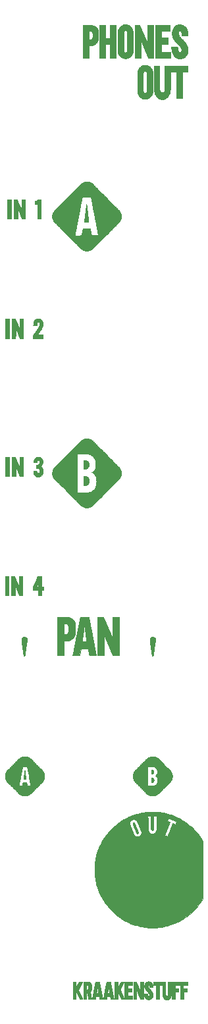
<source format=gbr>
%TF.GenerationSoftware,KiCad,Pcbnew,(5.1.9)-1*%
%TF.CreationDate,2021-03-29T14:58:01+02:00*%
%TF.ProjectId,Hands of Svarog - panel,48616e64-7320-46f6-9620-537661726f67,rev?*%
%TF.SameCoordinates,Original*%
%TF.FileFunction,Legend,Top*%
%TF.FilePolarity,Positive*%
%FSLAX46Y46*%
G04 Gerber Fmt 4.6, Leading zero omitted, Abs format (unit mm)*
G04 Created by KiCad (PCBNEW (5.1.9)-1) date 2021-03-29 14:58:01*
%MOMM*%
%LPD*%
G01*
G04 APERTURE LIST*
%ADD10C,0.010000*%
G04 APERTURE END LIST*
D10*
%TO.C,G\u002A\u002A\u002A*%
G36*
X46600881Y-42945273D02*
G01*
X46602543Y-42957597D01*
X46605108Y-42977481D01*
X46608525Y-43004505D01*
X46612744Y-43038249D01*
X46617713Y-43078295D01*
X46623383Y-43124221D01*
X46629702Y-43175609D01*
X46636619Y-43232039D01*
X46644086Y-43293092D01*
X46652050Y-43358347D01*
X46660460Y-43427385D01*
X46669268Y-43499787D01*
X46678421Y-43575132D01*
X46687869Y-43653002D01*
X46697561Y-43732977D01*
X46707448Y-43814636D01*
X46717478Y-43897561D01*
X46727600Y-43981332D01*
X46737764Y-44065529D01*
X46747920Y-44149732D01*
X46758016Y-44233522D01*
X46768003Y-44316480D01*
X46777828Y-44398185D01*
X46787443Y-44478218D01*
X46796796Y-44556160D01*
X46805836Y-44631590D01*
X46814513Y-44704090D01*
X46822777Y-44773239D01*
X46830576Y-44838618D01*
X46837860Y-44899808D01*
X46844579Y-44956388D01*
X46850681Y-45007939D01*
X46856116Y-45054042D01*
X46860834Y-45094276D01*
X46864784Y-45128223D01*
X46867915Y-45155462D01*
X46870176Y-45175575D01*
X46871518Y-45188140D01*
X46871889Y-45192740D01*
X46871882Y-45192753D01*
X46867364Y-45193027D01*
X46855086Y-45193376D01*
X46835753Y-45193788D01*
X46810071Y-45194251D01*
X46778746Y-45194756D01*
X46742485Y-45195291D01*
X46701992Y-45195844D01*
X46657973Y-45196404D01*
X46611134Y-45196961D01*
X46590618Y-45197193D01*
X46311652Y-45200299D01*
X46313781Y-45183925D01*
X46314492Y-45178354D01*
X46316224Y-45164735D01*
X46318932Y-45143422D01*
X46322572Y-45114765D01*
X46327098Y-45079116D01*
X46332466Y-45036828D01*
X46338632Y-44988253D01*
X46345550Y-44933743D01*
X46353177Y-44873649D01*
X46361466Y-44808324D01*
X46370375Y-44738119D01*
X46379858Y-44663388D01*
X46389870Y-44584480D01*
X46400366Y-44501750D01*
X46411303Y-44415548D01*
X46422635Y-44326227D01*
X46434318Y-44234139D01*
X46446307Y-44139635D01*
X46457241Y-44053439D01*
X46469443Y-43957311D01*
X46481375Y-43863406D01*
X46492994Y-43772067D01*
X46504255Y-43683641D01*
X46515115Y-43598470D01*
X46525529Y-43516901D01*
X46535452Y-43439277D01*
X46544841Y-43365943D01*
X46553652Y-43297244D01*
X46561839Y-43233524D01*
X46569358Y-43175128D01*
X46576167Y-43122400D01*
X46582219Y-43075684D01*
X46587471Y-43035327D01*
X46591879Y-43001671D01*
X46595398Y-42975062D01*
X46597984Y-42955844D01*
X46599592Y-42944362D01*
X46600172Y-42940928D01*
X46600881Y-42945273D01*
G37*
X46600881Y-42945273D02*
X46602543Y-42957597D01*
X46605108Y-42977481D01*
X46608525Y-43004505D01*
X46612744Y-43038249D01*
X46617713Y-43078295D01*
X46623383Y-43124221D01*
X46629702Y-43175609D01*
X46636619Y-43232039D01*
X46644086Y-43293092D01*
X46652050Y-43358347D01*
X46660460Y-43427385D01*
X46669268Y-43499787D01*
X46678421Y-43575132D01*
X46687869Y-43653002D01*
X46697561Y-43732977D01*
X46707448Y-43814636D01*
X46717478Y-43897561D01*
X46727600Y-43981332D01*
X46737764Y-44065529D01*
X46747920Y-44149732D01*
X46758016Y-44233522D01*
X46768003Y-44316480D01*
X46777828Y-44398185D01*
X46787443Y-44478218D01*
X46796796Y-44556160D01*
X46805836Y-44631590D01*
X46814513Y-44704090D01*
X46822777Y-44773239D01*
X46830576Y-44838618D01*
X46837860Y-44899808D01*
X46844579Y-44956388D01*
X46850681Y-45007939D01*
X46856116Y-45054042D01*
X46860834Y-45094276D01*
X46864784Y-45128223D01*
X46867915Y-45155462D01*
X46870176Y-45175575D01*
X46871518Y-45188140D01*
X46871889Y-45192740D01*
X46871882Y-45192753D01*
X46867364Y-45193027D01*
X46855086Y-45193376D01*
X46835753Y-45193788D01*
X46810071Y-45194251D01*
X46778746Y-45194756D01*
X46742485Y-45195291D01*
X46701992Y-45195844D01*
X46657973Y-45196404D01*
X46611134Y-45196961D01*
X46590618Y-45197193D01*
X46311652Y-45200299D01*
X46313781Y-45183925D01*
X46314492Y-45178354D01*
X46316224Y-45164735D01*
X46318932Y-45143422D01*
X46322572Y-45114765D01*
X46327098Y-45079116D01*
X46332466Y-45036828D01*
X46338632Y-44988253D01*
X46345550Y-44933743D01*
X46353177Y-44873649D01*
X46361466Y-44808324D01*
X46370375Y-44738119D01*
X46379858Y-44663388D01*
X46389870Y-44584480D01*
X46400366Y-44501750D01*
X46411303Y-44415548D01*
X46422635Y-44326227D01*
X46434318Y-44234139D01*
X46446307Y-44139635D01*
X46457241Y-44053439D01*
X46469443Y-43957311D01*
X46481375Y-43863406D01*
X46492994Y-43772067D01*
X46504255Y-43683641D01*
X46515115Y-43598470D01*
X46525529Y-43516901D01*
X46535452Y-43439277D01*
X46544841Y-43365943D01*
X46553652Y-43297244D01*
X46561839Y-43233524D01*
X46569358Y-43175128D01*
X46576167Y-43122400D01*
X46582219Y-43075684D01*
X46587471Y-43035327D01*
X46591879Y-43001671D01*
X46595398Y-42975062D01*
X46597984Y-42955844D01*
X46599592Y-42944362D01*
X46600172Y-42940928D01*
X46600881Y-42945273D01*
G36*
X46421909Y-75913148D02*
G01*
X46466445Y-75913688D01*
X46503574Y-75914362D01*
X46534353Y-75915306D01*
X46559843Y-75916653D01*
X46581101Y-75918537D01*
X46599187Y-75921093D01*
X46615160Y-75924455D01*
X46630079Y-75928757D01*
X46645002Y-75934134D01*
X46660989Y-75940719D01*
X46669891Y-75944586D01*
X46717561Y-75970028D01*
X46761423Y-76002497D01*
X46800821Y-76041159D01*
X46835098Y-76085181D01*
X46863599Y-76133732D01*
X46885666Y-76185979D01*
X46899574Y-76235894D01*
X46907432Y-76285601D01*
X46911395Y-76340720D01*
X46911606Y-76399225D01*
X46908211Y-76459086D01*
X46901352Y-76518275D01*
X46891173Y-76574765D01*
X46877820Y-76626527D01*
X46870191Y-76649468D01*
X46843860Y-76713356D01*
X46813810Y-76769700D01*
X46779942Y-76818609D01*
X46742158Y-76860194D01*
X46700358Y-76894564D01*
X46654443Y-76921829D01*
X46607117Y-76941186D01*
X46599055Y-76943740D01*
X46591249Y-76945821D01*
X46582730Y-76947488D01*
X46572527Y-76948800D01*
X46559671Y-76949818D01*
X46543192Y-76950601D01*
X46522119Y-76951209D01*
X46495485Y-76951700D01*
X46462317Y-76952136D01*
X46421909Y-76952573D01*
X46266334Y-76954176D01*
X46266334Y-75911492D01*
X46421909Y-75913148D01*
G37*
X46421909Y-75913148D02*
X46466445Y-75913688D01*
X46503574Y-75914362D01*
X46534353Y-75915306D01*
X46559843Y-75916653D01*
X46581101Y-75918537D01*
X46599187Y-75921093D01*
X46615160Y-75924455D01*
X46630079Y-75928757D01*
X46645002Y-75934134D01*
X46660989Y-75940719D01*
X46669891Y-75944586D01*
X46717561Y-75970028D01*
X46761423Y-76002497D01*
X46800821Y-76041159D01*
X46835098Y-76085181D01*
X46863599Y-76133732D01*
X46885666Y-76185979D01*
X46899574Y-76235894D01*
X46907432Y-76285601D01*
X46911395Y-76340720D01*
X46911606Y-76399225D01*
X46908211Y-76459086D01*
X46901352Y-76518275D01*
X46891173Y-76574765D01*
X46877820Y-76626527D01*
X46870191Y-76649468D01*
X46843860Y-76713356D01*
X46813810Y-76769700D01*
X46779942Y-76818609D01*
X46742158Y-76860194D01*
X46700358Y-76894564D01*
X46654443Y-76921829D01*
X46607117Y-76941186D01*
X46599055Y-76943740D01*
X46591249Y-76945821D01*
X46582730Y-76947488D01*
X46572527Y-76948800D01*
X46559671Y-76949818D01*
X46543192Y-76950601D01*
X46522119Y-76951209D01*
X46495485Y-76951700D01*
X46462317Y-76952136D01*
X46421909Y-76952573D01*
X46266334Y-76954176D01*
X46266334Y-75911492D01*
X46421909Y-75913148D01*
G36*
X46409209Y-77931496D02*
G01*
X46450955Y-77931605D01*
X46485375Y-77931966D01*
X46513608Y-77932697D01*
X46536794Y-77933914D01*
X46556072Y-77935735D01*
X46572581Y-77938276D01*
X46587462Y-77941654D01*
X46601853Y-77945987D01*
X46616894Y-77951391D01*
X46621934Y-77953328D01*
X46664836Y-77973828D01*
X46707614Y-78001455D01*
X46748934Y-78034956D01*
X46787461Y-78073077D01*
X46821864Y-78114565D01*
X46850807Y-78158167D01*
X46862171Y-78179084D01*
X46884484Y-78230925D01*
X46902521Y-78289434D01*
X46916308Y-78354762D01*
X46925872Y-78427062D01*
X46931242Y-78506485D01*
X46932520Y-78566434D01*
X46932402Y-78603048D01*
X46931496Y-78633179D01*
X46929487Y-78658797D01*
X46926057Y-78681872D01*
X46920890Y-78704373D01*
X46913670Y-78728272D01*
X46904079Y-78755537D01*
X46900635Y-78764820D01*
X46874900Y-78826451D01*
X46846592Y-78880286D01*
X46815393Y-78926686D01*
X46780988Y-78966016D01*
X46743058Y-78998638D01*
X46701286Y-79024916D01*
X46656232Y-79044894D01*
X46637410Y-79051413D01*
X46619413Y-79056731D01*
X46601109Y-79060965D01*
X46581364Y-79064234D01*
X46559044Y-79066654D01*
X46533017Y-79068343D01*
X46502148Y-79069418D01*
X46465304Y-79069996D01*
X46421353Y-79070196D01*
X46411829Y-79070200D01*
X46274800Y-79070200D01*
X46274800Y-77931434D01*
X46409209Y-77931496D01*
G37*
X46409209Y-77931496D02*
X46450955Y-77931605D01*
X46485375Y-77931966D01*
X46513608Y-77932697D01*
X46536794Y-77933914D01*
X46556072Y-77935735D01*
X46572581Y-77938276D01*
X46587462Y-77941654D01*
X46601853Y-77945987D01*
X46616894Y-77951391D01*
X46621934Y-77953328D01*
X46664836Y-77973828D01*
X46707614Y-78001455D01*
X46748934Y-78034956D01*
X46787461Y-78073077D01*
X46821864Y-78114565D01*
X46850807Y-78158167D01*
X46862171Y-78179084D01*
X46884484Y-78230925D01*
X46902521Y-78289434D01*
X46916308Y-78354762D01*
X46925872Y-78427062D01*
X46931242Y-78506485D01*
X46932520Y-78566434D01*
X46932402Y-78603048D01*
X46931496Y-78633179D01*
X46929487Y-78658797D01*
X46926057Y-78681872D01*
X46920890Y-78704373D01*
X46913670Y-78728272D01*
X46904079Y-78755537D01*
X46900635Y-78764820D01*
X46874900Y-78826451D01*
X46846592Y-78880286D01*
X46815393Y-78926686D01*
X46780988Y-78966016D01*
X46743058Y-78998638D01*
X46701286Y-79024916D01*
X46656232Y-79044894D01*
X46637410Y-79051413D01*
X46619413Y-79056731D01*
X46601109Y-79060965D01*
X46581364Y-79064234D01*
X46559044Y-79066654D01*
X46533017Y-79068343D01*
X46502148Y-79069418D01*
X46465304Y-79069996D01*
X46421353Y-79070196D01*
X46411829Y-79070200D01*
X46274800Y-79070200D01*
X46274800Y-77931434D01*
X46409209Y-77931496D01*
G36*
X55013459Y-115676797D02*
G01*
X55048720Y-115678094D01*
X55077049Y-115680095D01*
X55099973Y-115683145D01*
X55119019Y-115687590D01*
X55135712Y-115693777D01*
X55151581Y-115702051D01*
X55166150Y-115711384D01*
X55191549Y-115732871D01*
X55214679Y-115760291D01*
X55233699Y-115791121D01*
X55246309Y-115821338D01*
X55250347Y-115835609D01*
X55253076Y-115849507D01*
X55254729Y-115865245D01*
X55255540Y-115885037D01*
X55255742Y-115910784D01*
X55254718Y-115950386D01*
X55251359Y-115984190D01*
X55245140Y-116014670D01*
X55235537Y-116044298D01*
X55222025Y-116075549D01*
X55219829Y-116080117D01*
X55199869Y-116115740D01*
X55177866Y-116144001D01*
X55152871Y-116165931D01*
X55126701Y-116181269D01*
X55117001Y-116185811D01*
X55108643Y-116189185D01*
X55100135Y-116191588D01*
X55089984Y-116193217D01*
X55076698Y-116194272D01*
X55058783Y-116194949D01*
X55034749Y-116195447D01*
X55017692Y-116195727D01*
X54936201Y-116197037D01*
X54936201Y-115674709D01*
X55013459Y-115676797D01*
G37*
X55013459Y-115676797D02*
X55048720Y-115678094D01*
X55077049Y-115680095D01*
X55099973Y-115683145D01*
X55119019Y-115687590D01*
X55135712Y-115693777D01*
X55151581Y-115702051D01*
X55166150Y-115711384D01*
X55191549Y-115732871D01*
X55214679Y-115760291D01*
X55233699Y-115791121D01*
X55246309Y-115821338D01*
X55250347Y-115835609D01*
X55253076Y-115849507D01*
X55254729Y-115865245D01*
X55255540Y-115885037D01*
X55255742Y-115910784D01*
X55254718Y-115950386D01*
X55251359Y-115984190D01*
X55245140Y-116014670D01*
X55235537Y-116044298D01*
X55222025Y-116075549D01*
X55219829Y-116080117D01*
X55199869Y-116115740D01*
X55177866Y-116144001D01*
X55152871Y-116165931D01*
X55126701Y-116181269D01*
X55117001Y-116185811D01*
X55108643Y-116189185D01*
X55100135Y-116191588D01*
X55089984Y-116193217D01*
X55076698Y-116194272D01*
X55058783Y-116194949D01*
X55034749Y-116195447D01*
X55017692Y-116195727D01*
X54936201Y-116197037D01*
X54936201Y-115674709D01*
X55013459Y-115676797D01*
G36*
X55094951Y-116689717D02*
G01*
X55124289Y-116703610D01*
X55149068Y-116718445D01*
X55174551Y-116739051D01*
X55198545Y-116763245D01*
X55218854Y-116788845D01*
X55231846Y-116810616D01*
X55242641Y-116834905D01*
X55250901Y-116859159D01*
X55256969Y-116885141D01*
X55261189Y-116914617D01*
X55263905Y-116949350D01*
X55265218Y-116981817D01*
X55267407Y-117058017D01*
X55252156Y-117098636D01*
X55240099Y-117128905D01*
X55228769Y-117152851D01*
X55217040Y-117172411D01*
X55203787Y-117189522D01*
X55192167Y-117201917D01*
X55174182Y-117218248D01*
X55155835Y-117231005D01*
X55135795Y-117240577D01*
X55112728Y-117247354D01*
X55085302Y-117251727D01*
X55052185Y-117254084D01*
X55012045Y-117254816D01*
X55011342Y-117254817D01*
X54936201Y-117254867D01*
X54936201Y-116686941D01*
X55094951Y-116689717D01*
G37*
X55094951Y-116689717D02*
X55124289Y-116703610D01*
X55149068Y-116718445D01*
X55174551Y-116739051D01*
X55198545Y-116763245D01*
X55218854Y-116788845D01*
X55231846Y-116810616D01*
X55242641Y-116834905D01*
X55250901Y-116859159D01*
X55256969Y-116885141D01*
X55261189Y-116914617D01*
X55263905Y-116949350D01*
X55265218Y-116981817D01*
X55267407Y-117058017D01*
X55252156Y-117098636D01*
X55240099Y-117128905D01*
X55228769Y-117152851D01*
X55217040Y-117172411D01*
X55203787Y-117189522D01*
X55192167Y-117201917D01*
X55174182Y-117218248D01*
X55155835Y-117231005D01*
X55135795Y-117240577D01*
X55112728Y-117247354D01*
X55085302Y-117251727D01*
X55052185Y-117254084D01*
X55012045Y-117254816D01*
X55011342Y-117254817D01*
X54936201Y-117254867D01*
X54936201Y-116686941D01*
X55094951Y-116689717D01*
G36*
X38660225Y-115726076D02*
G01*
X38662012Y-115738433D01*
X38664640Y-115757982D01*
X38668037Y-115784124D01*
X38672131Y-115816258D01*
X38676849Y-115853787D01*
X38682119Y-115896109D01*
X38687870Y-115942625D01*
X38694030Y-115992737D01*
X38700525Y-116045843D01*
X38707285Y-116101346D01*
X38714236Y-116158644D01*
X38721307Y-116217140D01*
X38728426Y-116276232D01*
X38735521Y-116335322D01*
X38742519Y-116393810D01*
X38749348Y-116451097D01*
X38755937Y-116506583D01*
X38762213Y-116559668D01*
X38768105Y-116609753D01*
X38773539Y-116656238D01*
X38778444Y-116698525D01*
X38782748Y-116736012D01*
X38786378Y-116768102D01*
X38789263Y-116794193D01*
X38791331Y-116813687D01*
X38792509Y-116825985D01*
X38792726Y-116830486D01*
X38792722Y-116830490D01*
X38788067Y-116831122D01*
X38775961Y-116831816D01*
X38757417Y-116832539D01*
X38733450Y-116833260D01*
X38705074Y-116833947D01*
X38673305Y-116834568D01*
X38652076Y-116834910D01*
X38513804Y-116836956D01*
X38516077Y-116824720D01*
X38516880Y-116819078D01*
X38518679Y-116805544D01*
X38521409Y-116784625D01*
X38525006Y-116756828D01*
X38529403Y-116722662D01*
X38534537Y-116682633D01*
X38540342Y-116637249D01*
X38546753Y-116587019D01*
X38553707Y-116532448D01*
X38561136Y-116474045D01*
X38568978Y-116412317D01*
X38577167Y-116347772D01*
X38585637Y-116280918D01*
X38587590Y-116265494D01*
X38596092Y-116198502D01*
X38604332Y-116133911D01*
X38612245Y-116072209D01*
X38619768Y-116013885D01*
X38626835Y-115959428D01*
X38633382Y-115909328D01*
X38639344Y-115864074D01*
X38644658Y-115824155D01*
X38649257Y-115790061D01*
X38653079Y-115762279D01*
X38656058Y-115741301D01*
X38658129Y-115727614D01*
X38659229Y-115721708D01*
X38659350Y-115721510D01*
X38660225Y-115726076D01*
G37*
X38660225Y-115726076D02*
X38662012Y-115738433D01*
X38664640Y-115757982D01*
X38668037Y-115784124D01*
X38672131Y-115816258D01*
X38676849Y-115853787D01*
X38682119Y-115896109D01*
X38687870Y-115942625D01*
X38694030Y-115992737D01*
X38700525Y-116045843D01*
X38707285Y-116101346D01*
X38714236Y-116158644D01*
X38721307Y-116217140D01*
X38728426Y-116276232D01*
X38735521Y-116335322D01*
X38742519Y-116393810D01*
X38749348Y-116451097D01*
X38755937Y-116506583D01*
X38762213Y-116559668D01*
X38768105Y-116609753D01*
X38773539Y-116656238D01*
X38778444Y-116698525D01*
X38782748Y-116736012D01*
X38786378Y-116768102D01*
X38789263Y-116794193D01*
X38791331Y-116813687D01*
X38792509Y-116825985D01*
X38792726Y-116830486D01*
X38792722Y-116830490D01*
X38788067Y-116831122D01*
X38775961Y-116831816D01*
X38757417Y-116832539D01*
X38733450Y-116833260D01*
X38705074Y-116833947D01*
X38673305Y-116834568D01*
X38652076Y-116834910D01*
X38513804Y-116836956D01*
X38516077Y-116824720D01*
X38516880Y-116819078D01*
X38518679Y-116805544D01*
X38521409Y-116784625D01*
X38525006Y-116756828D01*
X38529403Y-116722662D01*
X38534537Y-116682633D01*
X38540342Y-116637249D01*
X38546753Y-116587019D01*
X38553707Y-116532448D01*
X38561136Y-116474045D01*
X38568978Y-116412317D01*
X38577167Y-116347772D01*
X38585637Y-116280918D01*
X38587590Y-116265494D01*
X38596092Y-116198502D01*
X38604332Y-116133911D01*
X38612245Y-116072209D01*
X38619768Y-116013885D01*
X38626835Y-115959428D01*
X38633382Y-115909328D01*
X38639344Y-115864074D01*
X38644658Y-115824155D01*
X38649257Y-115790061D01*
X38653079Y-115762279D01*
X38656058Y-115741301D01*
X38658129Y-115727614D01*
X38659229Y-115721708D01*
X38659350Y-115721510D01*
X38660225Y-115726076D01*
G36*
X52707669Y-122453978D02*
G01*
X52716702Y-122457442D01*
X52734245Y-122468199D01*
X52752596Y-122483958D01*
X52769001Y-122502037D01*
X52780663Y-122519672D01*
X52783218Y-122525458D01*
X52788747Y-122538548D01*
X52797032Y-122558405D01*
X52807852Y-122584493D01*
X52820987Y-122616274D01*
X52836219Y-122653212D01*
X52853327Y-122694770D01*
X52872092Y-122740411D01*
X52892294Y-122789598D01*
X52913715Y-122841794D01*
X52936133Y-122896462D01*
X52959329Y-122953066D01*
X52983085Y-123011069D01*
X53007179Y-123069933D01*
X53031393Y-123129123D01*
X53055507Y-123188100D01*
X53079302Y-123246329D01*
X53102557Y-123303272D01*
X53125053Y-123358392D01*
X53146571Y-123411154D01*
X53166890Y-123461019D01*
X53185792Y-123507450D01*
X53203056Y-123549912D01*
X53218464Y-123587868D01*
X53231794Y-123620779D01*
X53242829Y-123648110D01*
X53251347Y-123669323D01*
X53257130Y-123683883D01*
X53259958Y-123691251D01*
X53260097Y-123691650D01*
X53262934Y-123704566D01*
X53264929Y-123722129D01*
X53265649Y-123740488D01*
X53265032Y-123759132D01*
X53262782Y-123772953D01*
X53258091Y-123785555D01*
X53253524Y-123794481D01*
X53244108Y-123808990D01*
X53233099Y-123822069D01*
X53226868Y-123827732D01*
X53202811Y-123841900D01*
X53175648Y-123851001D01*
X53147627Y-123854714D01*
X53120997Y-123852715D01*
X53100387Y-123845917D01*
X53079043Y-123832060D01*
X53058275Y-123812734D01*
X53041746Y-123791785D01*
X53038992Y-123786134D01*
X53033274Y-123773170D01*
X53024810Y-123753428D01*
X53013819Y-123727440D01*
X53000518Y-123695741D01*
X52985128Y-123658862D01*
X52967865Y-123617338D01*
X52948949Y-123571702D01*
X52928597Y-123522487D01*
X52907030Y-123470228D01*
X52884464Y-123415456D01*
X52861119Y-123358706D01*
X52837213Y-123300510D01*
X52812965Y-123241403D01*
X52788592Y-123181918D01*
X52764314Y-123122588D01*
X52740349Y-123063946D01*
X52716916Y-123006525D01*
X52694232Y-122950860D01*
X52672517Y-122897484D01*
X52651989Y-122846929D01*
X52632867Y-122799729D01*
X52615369Y-122756419D01*
X52599713Y-122717530D01*
X52586118Y-122683596D01*
X52574802Y-122655151D01*
X52565985Y-122632729D01*
X52559884Y-122616862D01*
X52556717Y-122608083D01*
X52556384Y-122606960D01*
X52553470Y-122585807D01*
X52553816Y-122561592D01*
X52557110Y-122537790D01*
X52563038Y-122517872D01*
X52564754Y-122514180D01*
X52580408Y-122491954D01*
X52601679Y-122473726D01*
X52626804Y-122460157D01*
X52654019Y-122451903D01*
X52681562Y-122449624D01*
X52707669Y-122453978D01*
G37*
X52707669Y-122453978D02*
X52716702Y-122457442D01*
X52734245Y-122468199D01*
X52752596Y-122483958D01*
X52769001Y-122502037D01*
X52780663Y-122519672D01*
X52783218Y-122525458D01*
X52788747Y-122538548D01*
X52797032Y-122558405D01*
X52807852Y-122584493D01*
X52820987Y-122616274D01*
X52836219Y-122653212D01*
X52853327Y-122694770D01*
X52872092Y-122740411D01*
X52892294Y-122789598D01*
X52913715Y-122841794D01*
X52936133Y-122896462D01*
X52959329Y-122953066D01*
X52983085Y-123011069D01*
X53007179Y-123069933D01*
X53031393Y-123129123D01*
X53055507Y-123188100D01*
X53079302Y-123246329D01*
X53102557Y-123303272D01*
X53125053Y-123358392D01*
X53146571Y-123411154D01*
X53166890Y-123461019D01*
X53185792Y-123507450D01*
X53203056Y-123549912D01*
X53218464Y-123587868D01*
X53231794Y-123620779D01*
X53242829Y-123648110D01*
X53251347Y-123669323D01*
X53257130Y-123683883D01*
X53259958Y-123691251D01*
X53260097Y-123691650D01*
X53262934Y-123704566D01*
X53264929Y-123722129D01*
X53265649Y-123740488D01*
X53265032Y-123759132D01*
X53262782Y-123772953D01*
X53258091Y-123785555D01*
X53253524Y-123794481D01*
X53244108Y-123808990D01*
X53233099Y-123822069D01*
X53226868Y-123827732D01*
X53202811Y-123841900D01*
X53175648Y-123851001D01*
X53147627Y-123854714D01*
X53120997Y-123852715D01*
X53100387Y-123845917D01*
X53079043Y-123832060D01*
X53058275Y-123812734D01*
X53041746Y-123791785D01*
X53038992Y-123786134D01*
X53033274Y-123773170D01*
X53024810Y-123753428D01*
X53013819Y-123727440D01*
X53000518Y-123695741D01*
X52985128Y-123658862D01*
X52967865Y-123617338D01*
X52948949Y-123571702D01*
X52928597Y-123522487D01*
X52907030Y-123470228D01*
X52884464Y-123415456D01*
X52861119Y-123358706D01*
X52837213Y-123300510D01*
X52812965Y-123241403D01*
X52788592Y-123181918D01*
X52764314Y-123122588D01*
X52740349Y-123063946D01*
X52716916Y-123006525D01*
X52694232Y-122950860D01*
X52672517Y-122897484D01*
X52651989Y-122846929D01*
X52632867Y-122799729D01*
X52615369Y-122756419D01*
X52599713Y-122717530D01*
X52586118Y-122683596D01*
X52574802Y-122655151D01*
X52565985Y-122632729D01*
X52559884Y-122616862D01*
X52556717Y-122608083D01*
X52556384Y-122606960D01*
X52553470Y-122585807D01*
X52553816Y-122561592D01*
X52557110Y-122537790D01*
X52563038Y-122517872D01*
X52564754Y-122514180D01*
X52580408Y-122491954D01*
X52601679Y-122473726D01*
X52626804Y-122460157D01*
X52654019Y-122451903D01*
X52681562Y-122449624D01*
X52707669Y-122453978D01*
G36*
X57370367Y-20713701D02*
G01*
X56261234Y-20713701D01*
X56261234Y-21568834D01*
X57120601Y-21568834D01*
X57120601Y-22343494D01*
X56263351Y-22345650D01*
X56262275Y-22848359D01*
X56261199Y-23351067D01*
X57412701Y-23351067D01*
X57412701Y-24130001D01*
X55495001Y-24130001D01*
X55495001Y-19934767D01*
X57370367Y-19934767D01*
X57370367Y-20713701D01*
G37*
X57370367Y-20713701D02*
X56261234Y-20713701D01*
X56261234Y-21568834D01*
X57120601Y-21568834D01*
X57120601Y-22343494D01*
X56263351Y-22345650D01*
X56262275Y-22848359D01*
X56261199Y-23351067D01*
X57412701Y-23351067D01*
X57412701Y-24130001D01*
X55495001Y-24130001D01*
X55495001Y-19934767D01*
X57370367Y-19934767D01*
X57370367Y-20713701D01*
G36*
X53142310Y-19927332D02*
G01*
X53456620Y-19928417D01*
X53973102Y-21075442D01*
X54489584Y-22222468D01*
X54491701Y-21075442D01*
X54493817Y-19928417D01*
X55253701Y-19926255D01*
X55253701Y-24130001D01*
X54875876Y-24129907D01*
X54498051Y-24129814D01*
X53596351Y-21905544D01*
X53595284Y-23017772D01*
X53594218Y-24130001D01*
X52828001Y-24130001D01*
X52828001Y-19926246D01*
X53142310Y-19927332D01*
G37*
X53142310Y-19927332D02*
X53456620Y-19928417D01*
X53973102Y-21075442D01*
X54489584Y-22222468D01*
X54491701Y-21075442D01*
X54493817Y-19928417D01*
X55253701Y-19926255D01*
X55253701Y-24130001D01*
X54875876Y-24129907D01*
X54498051Y-24129814D01*
X53596351Y-21905544D01*
X53595284Y-23017772D01*
X53594218Y-24130001D01*
X52828001Y-24130001D01*
X52828001Y-19926246D01*
X53142310Y-19927332D01*
G36*
X49073034Y-21590001D02*
G01*
X49640301Y-21590001D01*
X49640301Y-19934767D01*
X50389601Y-19934767D01*
X50389601Y-24130001D01*
X49640301Y-24130001D01*
X49640301Y-22343534D01*
X49073034Y-22343534D01*
X49073034Y-24130001D01*
X48315267Y-24130001D01*
X48315267Y-19934767D01*
X49073034Y-19934767D01*
X49073034Y-21590001D01*
G37*
X49073034Y-21590001D02*
X49640301Y-21590001D01*
X49640301Y-19934767D01*
X50389601Y-19934767D01*
X50389601Y-24130001D01*
X49640301Y-24130001D01*
X49640301Y-22343534D01*
X49073034Y-22343534D01*
X49073034Y-24130001D01*
X48315267Y-24130001D01*
X48315267Y-19934767D01*
X49073034Y-19934767D01*
X49073034Y-21590001D01*
G36*
X46680142Y-19934811D02*
G01*
X46760202Y-19934854D01*
X46835720Y-19934966D01*
X46906329Y-19935146D01*
X46971666Y-19935390D01*
X47031365Y-19935696D01*
X47085061Y-19936061D01*
X47132390Y-19936482D01*
X47172986Y-19936957D01*
X47206485Y-19937482D01*
X47232521Y-19938055D01*
X47250731Y-19938673D01*
X47259050Y-19939167D01*
X47353595Y-19950955D01*
X47443631Y-19969895D01*
X47529210Y-19996008D01*
X47610387Y-20029313D01*
X47687213Y-20069829D01*
X47759742Y-20117577D01*
X47783984Y-20135893D01*
X47805085Y-20153630D01*
X47829646Y-20176266D01*
X47855926Y-20202019D01*
X47882187Y-20229106D01*
X47906687Y-20255744D01*
X47927686Y-20280152D01*
X47939730Y-20295436D01*
X47987292Y-20365334D01*
X48027967Y-20438490D01*
X48062018Y-20515550D01*
X48089704Y-20597158D01*
X48111287Y-20683961D01*
X48123073Y-20749256D01*
X48125930Y-20770608D01*
X48128429Y-20795638D01*
X48130578Y-20824803D01*
X48132390Y-20858556D01*
X48133875Y-20897351D01*
X48135044Y-20941643D01*
X48135908Y-20991886D01*
X48136477Y-21048535D01*
X48136762Y-21112045D01*
X48136774Y-21182869D01*
X48136524Y-21261462D01*
X48136290Y-21306183D01*
X48135903Y-21370265D01*
X48135511Y-21426576D01*
X48135076Y-21475811D01*
X48134558Y-21518667D01*
X48133918Y-21555838D01*
X48133117Y-21588021D01*
X48132114Y-21615910D01*
X48130872Y-21640201D01*
X48129349Y-21661590D01*
X48127508Y-21680773D01*
X48125309Y-21698444D01*
X48122712Y-21715300D01*
X48119678Y-21732037D01*
X48116167Y-21749348D01*
X48112141Y-21767931D01*
X48109489Y-21779858D01*
X48086559Y-21863467D01*
X48055930Y-21944583D01*
X48018079Y-22022705D01*
X47973485Y-22097330D01*
X47922626Y-22167958D01*
X47865979Y-22234086D01*
X47804024Y-22295213D01*
X47737237Y-22350837D01*
X47666098Y-22400456D01*
X47591083Y-22443569D01*
X47512673Y-22479674D01*
X47431343Y-22508269D01*
X47409334Y-22514532D01*
X47384767Y-22521052D01*
X47362668Y-22526524D01*
X47341974Y-22531050D01*
X47321622Y-22534731D01*
X47300549Y-22537669D01*
X47277691Y-22539964D01*
X47251985Y-22541718D01*
X47222367Y-22543033D01*
X47187774Y-22544011D01*
X47147142Y-22544751D01*
X47099410Y-22545357D01*
X47084425Y-22545518D01*
X46897100Y-22547483D01*
X46897100Y-24130001D01*
X46152034Y-24130001D01*
X46152034Y-20671367D01*
X46901334Y-20671367D01*
X46901334Y-21807063D01*
X46995525Y-21804765D01*
X47028922Y-21803820D01*
X47055338Y-21802723D01*
X47076258Y-21801343D01*
X47093168Y-21799550D01*
X47107553Y-21797213D01*
X47120898Y-21794201D01*
X47123584Y-21793503D01*
X47175273Y-21775597D01*
X47222686Y-21750593D01*
X47265375Y-21718947D01*
X47302891Y-21681113D01*
X47334786Y-21637547D01*
X47360610Y-21588704D01*
X47379917Y-21535039D01*
X47380533Y-21532851D01*
X47382526Y-21525466D01*
X47384222Y-21518268D01*
X47385651Y-21510520D01*
X47386840Y-21501490D01*
X47387819Y-21490444D01*
X47388616Y-21476647D01*
X47389259Y-21459365D01*
X47389778Y-21437866D01*
X47390201Y-21411414D01*
X47390556Y-21379275D01*
X47390872Y-21340717D01*
X47391179Y-21295004D01*
X47391432Y-21253451D01*
X47391704Y-21192530D01*
X47391758Y-21138378D01*
X47391595Y-21091259D01*
X47391219Y-21051438D01*
X47390633Y-21019180D01*
X47389839Y-20994751D01*
X47388840Y-20978414D01*
X47388382Y-20974188D01*
X47377301Y-20916884D01*
X47360185Y-20865508D01*
X47337015Y-20820035D01*
X47307775Y-20780437D01*
X47272446Y-20746689D01*
X47231010Y-20718763D01*
X47212484Y-20709102D01*
X47186934Y-20697805D01*
X47161333Y-20688850D01*
X47134303Y-20682014D01*
X47104468Y-20677073D01*
X47070451Y-20673801D01*
X47030874Y-20671974D01*
X46984361Y-20671370D01*
X46980820Y-20671367D01*
X46901334Y-20671367D01*
X46152034Y-20671367D01*
X46152034Y-19934767D01*
X46680142Y-19934811D01*
G37*
X46680142Y-19934811D02*
X46760202Y-19934854D01*
X46835720Y-19934966D01*
X46906329Y-19935146D01*
X46971666Y-19935390D01*
X47031365Y-19935696D01*
X47085061Y-19936061D01*
X47132390Y-19936482D01*
X47172986Y-19936957D01*
X47206485Y-19937482D01*
X47232521Y-19938055D01*
X47250731Y-19938673D01*
X47259050Y-19939167D01*
X47353595Y-19950955D01*
X47443631Y-19969895D01*
X47529210Y-19996008D01*
X47610387Y-20029313D01*
X47687213Y-20069829D01*
X47759742Y-20117577D01*
X47783984Y-20135893D01*
X47805085Y-20153630D01*
X47829646Y-20176266D01*
X47855926Y-20202019D01*
X47882187Y-20229106D01*
X47906687Y-20255744D01*
X47927686Y-20280152D01*
X47939730Y-20295436D01*
X47987292Y-20365334D01*
X48027967Y-20438490D01*
X48062018Y-20515550D01*
X48089704Y-20597158D01*
X48111287Y-20683961D01*
X48123073Y-20749256D01*
X48125930Y-20770608D01*
X48128429Y-20795638D01*
X48130578Y-20824803D01*
X48132390Y-20858556D01*
X48133875Y-20897351D01*
X48135044Y-20941643D01*
X48135908Y-20991886D01*
X48136477Y-21048535D01*
X48136762Y-21112045D01*
X48136774Y-21182869D01*
X48136524Y-21261462D01*
X48136290Y-21306183D01*
X48135903Y-21370265D01*
X48135511Y-21426576D01*
X48135076Y-21475811D01*
X48134558Y-21518667D01*
X48133918Y-21555838D01*
X48133117Y-21588021D01*
X48132114Y-21615910D01*
X48130872Y-21640201D01*
X48129349Y-21661590D01*
X48127508Y-21680773D01*
X48125309Y-21698444D01*
X48122712Y-21715300D01*
X48119678Y-21732037D01*
X48116167Y-21749348D01*
X48112141Y-21767931D01*
X48109489Y-21779858D01*
X48086559Y-21863467D01*
X48055930Y-21944583D01*
X48018079Y-22022705D01*
X47973485Y-22097330D01*
X47922626Y-22167958D01*
X47865979Y-22234086D01*
X47804024Y-22295213D01*
X47737237Y-22350837D01*
X47666098Y-22400456D01*
X47591083Y-22443569D01*
X47512673Y-22479674D01*
X47431343Y-22508269D01*
X47409334Y-22514532D01*
X47384767Y-22521052D01*
X47362668Y-22526524D01*
X47341974Y-22531050D01*
X47321622Y-22534731D01*
X47300549Y-22537669D01*
X47277691Y-22539964D01*
X47251985Y-22541718D01*
X47222367Y-22543033D01*
X47187774Y-22544011D01*
X47147142Y-22544751D01*
X47099410Y-22545357D01*
X47084425Y-22545518D01*
X46897100Y-22547483D01*
X46897100Y-24130001D01*
X46152034Y-24130001D01*
X46152034Y-20671367D01*
X46901334Y-20671367D01*
X46901334Y-21807063D01*
X46995525Y-21804765D01*
X47028922Y-21803820D01*
X47055338Y-21802723D01*
X47076258Y-21801343D01*
X47093168Y-21799550D01*
X47107553Y-21797213D01*
X47120898Y-21794201D01*
X47123584Y-21793503D01*
X47175273Y-21775597D01*
X47222686Y-21750593D01*
X47265375Y-21718947D01*
X47302891Y-21681113D01*
X47334786Y-21637547D01*
X47360610Y-21588704D01*
X47379917Y-21535039D01*
X47380533Y-21532851D01*
X47382526Y-21525466D01*
X47384222Y-21518268D01*
X47385651Y-21510520D01*
X47386840Y-21501490D01*
X47387819Y-21490444D01*
X47388616Y-21476647D01*
X47389259Y-21459365D01*
X47389778Y-21437866D01*
X47390201Y-21411414D01*
X47390556Y-21379275D01*
X47390872Y-21340717D01*
X47391179Y-21295004D01*
X47391432Y-21253451D01*
X47391704Y-21192530D01*
X47391758Y-21138378D01*
X47391595Y-21091259D01*
X47391219Y-21051438D01*
X47390633Y-21019180D01*
X47389839Y-20994751D01*
X47388840Y-20978414D01*
X47388382Y-20974188D01*
X47377301Y-20916884D01*
X47360185Y-20865508D01*
X47337015Y-20820035D01*
X47307775Y-20780437D01*
X47272446Y-20746689D01*
X47231010Y-20718763D01*
X47212484Y-20709102D01*
X47186934Y-20697805D01*
X47161333Y-20688850D01*
X47134303Y-20682014D01*
X47104468Y-20677073D01*
X47070451Y-20673801D01*
X47030874Y-20671974D01*
X46984361Y-20671370D01*
X46980820Y-20671367D01*
X46901334Y-20671367D01*
X46152034Y-20671367D01*
X46152034Y-19934767D01*
X46680142Y-19934811D01*
G36*
X51670767Y-19847039D02*
G01*
X51705255Y-19849171D01*
X51711317Y-19849755D01*
X51800138Y-19863025D01*
X51886084Y-19884123D01*
X51968825Y-19912910D01*
X52048036Y-19949250D01*
X52123387Y-19993006D01*
X52194551Y-20044041D01*
X52213506Y-20059470D01*
X52239147Y-20082088D01*
X52267571Y-20109147D01*
X52297051Y-20138844D01*
X52325859Y-20169375D01*
X52352270Y-20198938D01*
X52374556Y-20225728D01*
X52382266Y-20235714D01*
X52434623Y-20312183D01*
X52479083Y-20391488D01*
X52515726Y-20473846D01*
X52544635Y-20559475D01*
X52565889Y-20648591D01*
X52579570Y-20741412D01*
X52582442Y-20772967D01*
X52582956Y-20782476D01*
X52583429Y-20797348D01*
X52583863Y-20817753D01*
X52584258Y-20843861D01*
X52584613Y-20875843D01*
X52584931Y-20913869D01*
X52585211Y-20958110D01*
X52585453Y-21008735D01*
X52585658Y-21065915D01*
X52585826Y-21129820D01*
X52585959Y-21200622D01*
X52586055Y-21278489D01*
X52586116Y-21363593D01*
X52586143Y-21456103D01*
X52586135Y-21556191D01*
X52586093Y-21664026D01*
X52586017Y-21779778D01*
X52585908Y-21903619D01*
X52585766Y-22035718D01*
X52585731Y-22066250D01*
X52585583Y-22187739D01*
X52585440Y-22301056D01*
X52585298Y-22406499D01*
X52585156Y-22504364D01*
X52585011Y-22594946D01*
X52584863Y-22678542D01*
X52584707Y-22755448D01*
X52584544Y-22825960D01*
X52584370Y-22890374D01*
X52584184Y-22948987D01*
X52583983Y-23002093D01*
X52583765Y-23049990D01*
X52583529Y-23092973D01*
X52583273Y-23131338D01*
X52582993Y-23165382D01*
X52582689Y-23195401D01*
X52582359Y-23221691D01*
X52581999Y-23244547D01*
X52581609Y-23264266D01*
X52581186Y-23281145D01*
X52580728Y-23295478D01*
X52580233Y-23307563D01*
X52579699Y-23317695D01*
X52579124Y-23326170D01*
X52578506Y-23333285D01*
X52577843Y-23339335D01*
X52577133Y-23344617D01*
X52576930Y-23345969D01*
X52558493Y-23440792D01*
X52532914Y-23531083D01*
X52500131Y-23616957D01*
X52460080Y-23698528D01*
X52412698Y-23775912D01*
X52357922Y-23849224D01*
X52295688Y-23918577D01*
X52225932Y-23984087D01*
X52223398Y-23986273D01*
X52151781Y-24043204D01*
X52078669Y-24091904D01*
X52003633Y-24132544D01*
X51926245Y-24165294D01*
X51846078Y-24190321D01*
X51762703Y-24207796D01*
X51675692Y-24217888D01*
X51632084Y-24220174D01*
X51609172Y-24220730D01*
X51586540Y-24220944D01*
X51567114Y-24220808D01*
X51555884Y-24220440D01*
X51468117Y-24211692D01*
X51383609Y-24195222D01*
X51301888Y-24170908D01*
X51222480Y-24138630D01*
X51204517Y-24130078D01*
X51125322Y-24086665D01*
X51050309Y-24036157D01*
X50979951Y-23979072D01*
X50914722Y-23915924D01*
X50855095Y-23847232D01*
X50801542Y-23773510D01*
X50754537Y-23695276D01*
X50714552Y-23613046D01*
X50701241Y-23580714D01*
X50680319Y-23520165D01*
X50662507Y-23454033D01*
X50648355Y-23384807D01*
X50638414Y-23314974D01*
X50635424Y-23283546D01*
X50634978Y-23273630D01*
X50634553Y-23255687D01*
X50634152Y-23230139D01*
X50633772Y-23197403D01*
X50633415Y-23157901D01*
X50633081Y-23112051D01*
X50632769Y-23060274D01*
X50632480Y-23002988D01*
X50632213Y-22940614D01*
X50631969Y-22873572D01*
X50631747Y-22802280D01*
X50631548Y-22727159D01*
X50631372Y-22648628D01*
X50631218Y-22567106D01*
X50631087Y-22483015D01*
X50630979Y-22396773D01*
X50630893Y-22308799D01*
X50630829Y-22219514D01*
X50630796Y-22142881D01*
X51376059Y-22142881D01*
X51376059Y-22253678D01*
X51376063Y-22356608D01*
X51376075Y-22451972D01*
X51376096Y-22540068D01*
X51376127Y-22621197D01*
X51376172Y-22695659D01*
X51376233Y-22763754D01*
X51376310Y-22825781D01*
X51376408Y-22882041D01*
X51376526Y-22932833D01*
X51376669Y-22978458D01*
X51376837Y-23019215D01*
X51377033Y-23055404D01*
X51377259Y-23087325D01*
X51377517Y-23115278D01*
X51377809Y-23139564D01*
X51378137Y-23160481D01*
X51378504Y-23178329D01*
X51378911Y-23193410D01*
X51379360Y-23206022D01*
X51379854Y-23216465D01*
X51380395Y-23225040D01*
X51380984Y-23232046D01*
X51381624Y-23237784D01*
X51382317Y-23242552D01*
X51383065Y-23246652D01*
X51383870Y-23250383D01*
X51384628Y-23253598D01*
X51399465Y-23300265D01*
X51419907Y-23340719D01*
X51445587Y-23374727D01*
X51476139Y-23402058D01*
X51511197Y-23422478D01*
X51550394Y-23435755D01*
X51593365Y-23441656D01*
X51639743Y-23439948D01*
X51670184Y-23434938D01*
X51699850Y-23425340D01*
X51729675Y-23409840D01*
X51756446Y-23390301D01*
X51770194Y-23376874D01*
X51790373Y-23349825D01*
X51808430Y-23316824D01*
X51823083Y-23280341D01*
X51827402Y-23266401D01*
X51828181Y-23263432D01*
X51828908Y-23259998D01*
X51829584Y-23255803D01*
X51830211Y-23250549D01*
X51830793Y-23243941D01*
X51831330Y-23235680D01*
X51831825Y-23225472D01*
X51832280Y-23213018D01*
X51832698Y-23198022D01*
X51833080Y-23180188D01*
X51833429Y-23159218D01*
X51833747Y-23134816D01*
X51834036Y-23106685D01*
X51834298Y-23074529D01*
X51834536Y-23038050D01*
X51834751Y-22996953D01*
X51834946Y-22950939D01*
X51835122Y-22899713D01*
X51835283Y-22842978D01*
X51835430Y-22780436D01*
X51835565Y-22711793D01*
X51835691Y-22636749D01*
X51835810Y-22555009D01*
X51835923Y-22466277D01*
X51836034Y-22370255D01*
X51836144Y-22266646D01*
X51836255Y-22155155D01*
X51836366Y-22039615D01*
X51836478Y-21920339D01*
X51836580Y-21809230D01*
X51836669Y-21705986D01*
X51836743Y-21610307D01*
X51836802Y-21521893D01*
X51836844Y-21440443D01*
X51836865Y-21365657D01*
X51836866Y-21297234D01*
X51836843Y-21234873D01*
X51836796Y-21178275D01*
X51836722Y-21127138D01*
X51836620Y-21081162D01*
X51836488Y-21040046D01*
X51836324Y-21003491D01*
X51836127Y-20971195D01*
X51835894Y-20942858D01*
X51835624Y-20918180D01*
X51835315Y-20896860D01*
X51834966Y-20878597D01*
X51834574Y-20863091D01*
X51834139Y-20850042D01*
X51833657Y-20839149D01*
X51833128Y-20830111D01*
X51832550Y-20822628D01*
X51831920Y-20816400D01*
X51831237Y-20811126D01*
X51830500Y-20806505D01*
X51829706Y-20802236D01*
X51829107Y-20799252D01*
X51816216Y-20753135D01*
X51797758Y-20713288D01*
X51773898Y-20679849D01*
X51744800Y-20652958D01*
X51710631Y-20632757D01*
X51671554Y-20619384D01*
X51627736Y-20612981D01*
X51608801Y-20612402D01*
X51563033Y-20616031D01*
X51521718Y-20626823D01*
X51485029Y-20644637D01*
X51453139Y-20669331D01*
X51426221Y-20700763D01*
X51404447Y-20738791D01*
X51387992Y-20783274D01*
X51384514Y-20796251D01*
X51383675Y-20799735D01*
X51382894Y-20803400D01*
X51382168Y-20807545D01*
X51381496Y-20812469D01*
X51380875Y-20818472D01*
X51380304Y-20825852D01*
X51379780Y-20834911D01*
X51379302Y-20845946D01*
X51378866Y-20859258D01*
X51378472Y-20875146D01*
X51378117Y-20893910D01*
X51377799Y-20915848D01*
X51377516Y-20941260D01*
X51377266Y-20970446D01*
X51377046Y-21003705D01*
X51376856Y-21041337D01*
X51376692Y-21083640D01*
X51376553Y-21130915D01*
X51376436Y-21183461D01*
X51376340Y-21241577D01*
X51376263Y-21305563D01*
X51376202Y-21375719D01*
X51376155Y-21452342D01*
X51376121Y-21535734D01*
X51376096Y-21626193D01*
X51376080Y-21724020D01*
X51376070Y-21829512D01*
X51376065Y-21942971D01*
X51376062Y-22023917D01*
X51376059Y-22142881D01*
X50630796Y-22142881D01*
X50630789Y-22129337D01*
X50630771Y-22038689D01*
X50630776Y-21947987D01*
X50630804Y-21857653D01*
X50630854Y-21768106D01*
X50630927Y-21679765D01*
X50631023Y-21593050D01*
X50631142Y-21508381D01*
X50631283Y-21426177D01*
X50631447Y-21346859D01*
X50631635Y-21270845D01*
X50631844Y-21198556D01*
X50632077Y-21130411D01*
X50632333Y-21066830D01*
X50632612Y-21008232D01*
X50632913Y-20955037D01*
X50633237Y-20907665D01*
X50633585Y-20866535D01*
X50633955Y-20832067D01*
X50634348Y-20804681D01*
X50634764Y-20784797D01*
X50635203Y-20772833D01*
X50635340Y-20770851D01*
X50644845Y-20689251D01*
X50659133Y-20613114D01*
X50678693Y-20540604D01*
X50704014Y-20469885D01*
X50732896Y-20404667D01*
X50773311Y-20329075D01*
X50819607Y-20258224D01*
X50872694Y-20190819D01*
X50917806Y-20141446D01*
X50984032Y-20077988D01*
X51051993Y-20022646D01*
X51122159Y-19975161D01*
X51194999Y-19935279D01*
X51270982Y-19902741D01*
X51350578Y-19877291D01*
X51434256Y-19858673D01*
X51435234Y-19858499D01*
X51466602Y-19854059D01*
X51504137Y-19850536D01*
X51545579Y-19848000D01*
X51588670Y-19846525D01*
X51631152Y-19846180D01*
X51670767Y-19847039D01*
G37*
X51670767Y-19847039D02*
X51705255Y-19849171D01*
X51711317Y-19849755D01*
X51800138Y-19863025D01*
X51886084Y-19884123D01*
X51968825Y-19912910D01*
X52048036Y-19949250D01*
X52123387Y-19993006D01*
X52194551Y-20044041D01*
X52213506Y-20059470D01*
X52239147Y-20082088D01*
X52267571Y-20109147D01*
X52297051Y-20138844D01*
X52325859Y-20169375D01*
X52352270Y-20198938D01*
X52374556Y-20225728D01*
X52382266Y-20235714D01*
X52434623Y-20312183D01*
X52479083Y-20391488D01*
X52515726Y-20473846D01*
X52544635Y-20559475D01*
X52565889Y-20648591D01*
X52579570Y-20741412D01*
X52582442Y-20772967D01*
X52582956Y-20782476D01*
X52583429Y-20797348D01*
X52583863Y-20817753D01*
X52584258Y-20843861D01*
X52584613Y-20875843D01*
X52584931Y-20913869D01*
X52585211Y-20958110D01*
X52585453Y-21008735D01*
X52585658Y-21065915D01*
X52585826Y-21129820D01*
X52585959Y-21200622D01*
X52586055Y-21278489D01*
X52586116Y-21363593D01*
X52586143Y-21456103D01*
X52586135Y-21556191D01*
X52586093Y-21664026D01*
X52586017Y-21779778D01*
X52585908Y-21903619D01*
X52585766Y-22035718D01*
X52585731Y-22066250D01*
X52585583Y-22187739D01*
X52585440Y-22301056D01*
X52585298Y-22406499D01*
X52585156Y-22504364D01*
X52585011Y-22594946D01*
X52584863Y-22678542D01*
X52584707Y-22755448D01*
X52584544Y-22825960D01*
X52584370Y-22890374D01*
X52584184Y-22948987D01*
X52583983Y-23002093D01*
X52583765Y-23049990D01*
X52583529Y-23092973D01*
X52583273Y-23131338D01*
X52582993Y-23165382D01*
X52582689Y-23195401D01*
X52582359Y-23221691D01*
X52581999Y-23244547D01*
X52581609Y-23264266D01*
X52581186Y-23281145D01*
X52580728Y-23295478D01*
X52580233Y-23307563D01*
X52579699Y-23317695D01*
X52579124Y-23326170D01*
X52578506Y-23333285D01*
X52577843Y-23339335D01*
X52577133Y-23344617D01*
X52576930Y-23345969D01*
X52558493Y-23440792D01*
X52532914Y-23531083D01*
X52500131Y-23616957D01*
X52460080Y-23698528D01*
X52412698Y-23775912D01*
X52357922Y-23849224D01*
X52295688Y-23918577D01*
X52225932Y-23984087D01*
X52223398Y-23986273D01*
X52151781Y-24043204D01*
X52078669Y-24091904D01*
X52003633Y-24132544D01*
X51926245Y-24165294D01*
X51846078Y-24190321D01*
X51762703Y-24207796D01*
X51675692Y-24217888D01*
X51632084Y-24220174D01*
X51609172Y-24220730D01*
X51586540Y-24220944D01*
X51567114Y-24220808D01*
X51555884Y-24220440D01*
X51468117Y-24211692D01*
X51383609Y-24195222D01*
X51301888Y-24170908D01*
X51222480Y-24138630D01*
X51204517Y-24130078D01*
X51125322Y-24086665D01*
X51050309Y-24036157D01*
X50979951Y-23979072D01*
X50914722Y-23915924D01*
X50855095Y-23847232D01*
X50801542Y-23773510D01*
X50754537Y-23695276D01*
X50714552Y-23613046D01*
X50701241Y-23580714D01*
X50680319Y-23520165D01*
X50662507Y-23454033D01*
X50648355Y-23384807D01*
X50638414Y-23314974D01*
X50635424Y-23283546D01*
X50634978Y-23273630D01*
X50634553Y-23255687D01*
X50634152Y-23230139D01*
X50633772Y-23197403D01*
X50633415Y-23157901D01*
X50633081Y-23112051D01*
X50632769Y-23060274D01*
X50632480Y-23002988D01*
X50632213Y-22940614D01*
X50631969Y-22873572D01*
X50631747Y-22802280D01*
X50631548Y-22727159D01*
X50631372Y-22648628D01*
X50631218Y-22567106D01*
X50631087Y-22483015D01*
X50630979Y-22396773D01*
X50630893Y-22308799D01*
X50630829Y-22219514D01*
X50630796Y-22142881D01*
X51376059Y-22142881D01*
X51376059Y-22253678D01*
X51376063Y-22356608D01*
X51376075Y-22451972D01*
X51376096Y-22540068D01*
X51376127Y-22621197D01*
X51376172Y-22695659D01*
X51376233Y-22763754D01*
X51376310Y-22825781D01*
X51376408Y-22882041D01*
X51376526Y-22932833D01*
X51376669Y-22978458D01*
X51376837Y-23019215D01*
X51377033Y-23055404D01*
X51377259Y-23087325D01*
X51377517Y-23115278D01*
X51377809Y-23139564D01*
X51378137Y-23160481D01*
X51378504Y-23178329D01*
X51378911Y-23193410D01*
X51379360Y-23206022D01*
X51379854Y-23216465D01*
X51380395Y-23225040D01*
X51380984Y-23232046D01*
X51381624Y-23237784D01*
X51382317Y-23242552D01*
X51383065Y-23246652D01*
X51383870Y-23250383D01*
X51384628Y-23253598D01*
X51399465Y-23300265D01*
X51419907Y-23340719D01*
X51445587Y-23374727D01*
X51476139Y-23402058D01*
X51511197Y-23422478D01*
X51550394Y-23435755D01*
X51593365Y-23441656D01*
X51639743Y-23439948D01*
X51670184Y-23434938D01*
X51699850Y-23425340D01*
X51729675Y-23409840D01*
X51756446Y-23390301D01*
X51770194Y-23376874D01*
X51790373Y-23349825D01*
X51808430Y-23316824D01*
X51823083Y-23280341D01*
X51827402Y-23266401D01*
X51828181Y-23263432D01*
X51828908Y-23259998D01*
X51829584Y-23255803D01*
X51830211Y-23250549D01*
X51830793Y-23243941D01*
X51831330Y-23235680D01*
X51831825Y-23225472D01*
X51832280Y-23213018D01*
X51832698Y-23198022D01*
X51833080Y-23180188D01*
X51833429Y-23159218D01*
X51833747Y-23134816D01*
X51834036Y-23106685D01*
X51834298Y-23074529D01*
X51834536Y-23038050D01*
X51834751Y-22996953D01*
X51834946Y-22950939D01*
X51835122Y-22899713D01*
X51835283Y-22842978D01*
X51835430Y-22780436D01*
X51835565Y-22711793D01*
X51835691Y-22636749D01*
X51835810Y-22555009D01*
X51835923Y-22466277D01*
X51836034Y-22370255D01*
X51836144Y-22266646D01*
X51836255Y-22155155D01*
X51836366Y-22039615D01*
X51836478Y-21920339D01*
X51836580Y-21809230D01*
X51836669Y-21705986D01*
X51836743Y-21610307D01*
X51836802Y-21521893D01*
X51836844Y-21440443D01*
X51836865Y-21365657D01*
X51836866Y-21297234D01*
X51836843Y-21234873D01*
X51836796Y-21178275D01*
X51836722Y-21127138D01*
X51836620Y-21081162D01*
X51836488Y-21040046D01*
X51836324Y-21003491D01*
X51836127Y-20971195D01*
X51835894Y-20942858D01*
X51835624Y-20918180D01*
X51835315Y-20896860D01*
X51834966Y-20878597D01*
X51834574Y-20863091D01*
X51834139Y-20850042D01*
X51833657Y-20839149D01*
X51833128Y-20830111D01*
X51832550Y-20822628D01*
X51831920Y-20816400D01*
X51831237Y-20811126D01*
X51830500Y-20806505D01*
X51829706Y-20802236D01*
X51829107Y-20799252D01*
X51816216Y-20753135D01*
X51797758Y-20713288D01*
X51773898Y-20679849D01*
X51744800Y-20652958D01*
X51710631Y-20632757D01*
X51671554Y-20619384D01*
X51627736Y-20612981D01*
X51608801Y-20612402D01*
X51563033Y-20616031D01*
X51521718Y-20626823D01*
X51485029Y-20644637D01*
X51453139Y-20669331D01*
X51426221Y-20700763D01*
X51404447Y-20738791D01*
X51387992Y-20783274D01*
X51384514Y-20796251D01*
X51383675Y-20799735D01*
X51382894Y-20803400D01*
X51382168Y-20807545D01*
X51381496Y-20812469D01*
X51380875Y-20818472D01*
X51380304Y-20825852D01*
X51379780Y-20834911D01*
X51379302Y-20845946D01*
X51378866Y-20859258D01*
X51378472Y-20875146D01*
X51378117Y-20893910D01*
X51377799Y-20915848D01*
X51377516Y-20941260D01*
X51377266Y-20970446D01*
X51377046Y-21003705D01*
X51376856Y-21041337D01*
X51376692Y-21083640D01*
X51376553Y-21130915D01*
X51376436Y-21183461D01*
X51376340Y-21241577D01*
X51376263Y-21305563D01*
X51376202Y-21375719D01*
X51376155Y-21452342D01*
X51376121Y-21535734D01*
X51376096Y-21626193D01*
X51376080Y-21724020D01*
X51376070Y-21829512D01*
X51376065Y-21942971D01*
X51376062Y-22023917D01*
X51376059Y-22142881D01*
X50630796Y-22142881D01*
X50630789Y-22129337D01*
X50630771Y-22038689D01*
X50630776Y-21947987D01*
X50630804Y-21857653D01*
X50630854Y-21768106D01*
X50630927Y-21679765D01*
X50631023Y-21593050D01*
X50631142Y-21508381D01*
X50631283Y-21426177D01*
X50631447Y-21346859D01*
X50631635Y-21270845D01*
X50631844Y-21198556D01*
X50632077Y-21130411D01*
X50632333Y-21066830D01*
X50632612Y-21008232D01*
X50632913Y-20955037D01*
X50633237Y-20907665D01*
X50633585Y-20866535D01*
X50633955Y-20832067D01*
X50634348Y-20804681D01*
X50634764Y-20784797D01*
X50635203Y-20772833D01*
X50635340Y-20770851D01*
X50644845Y-20689251D01*
X50659133Y-20613114D01*
X50678693Y-20540604D01*
X50704014Y-20469885D01*
X50732896Y-20404667D01*
X50773311Y-20329075D01*
X50819607Y-20258224D01*
X50872694Y-20190819D01*
X50917806Y-20141446D01*
X50984032Y-20077988D01*
X51051993Y-20022646D01*
X51122159Y-19975161D01*
X51194999Y-19935279D01*
X51270982Y-19902741D01*
X51350578Y-19877291D01*
X51434256Y-19858673D01*
X51435234Y-19858499D01*
X51466602Y-19854059D01*
X51504137Y-19850536D01*
X51545579Y-19848000D01*
X51588670Y-19846525D01*
X51631152Y-19846180D01*
X51670767Y-19847039D01*
G36*
X58649663Y-19855487D02*
G01*
X58740097Y-19863574D01*
X58828605Y-19878526D01*
X58914241Y-19900180D01*
X58996061Y-19928376D01*
X59073118Y-19962951D01*
X59076789Y-19964824D01*
X59143147Y-20003358D01*
X59207226Y-20049371D01*
X59268249Y-20102010D01*
X59325442Y-20160423D01*
X59378031Y-20223757D01*
X59425241Y-20291159D01*
X59466298Y-20361778D01*
X59497588Y-20427950D01*
X59520893Y-20487177D01*
X59543749Y-20552860D01*
X59565603Y-20622989D01*
X59585903Y-20695557D01*
X59604095Y-20768552D01*
X59619627Y-20839965D01*
X59631947Y-20907787D01*
X59634985Y-20927484D01*
X59636728Y-20941710D01*
X59638701Y-20961834D01*
X59640836Y-20986752D01*
X59643066Y-21015362D01*
X59645321Y-21046561D01*
X59647534Y-21079247D01*
X59649638Y-21112316D01*
X59651564Y-21144665D01*
X59653245Y-21175193D01*
X59654612Y-21202795D01*
X59655597Y-21226370D01*
X59656133Y-21244814D01*
X59656152Y-21257024D01*
X59655586Y-21261899D01*
X59655584Y-21261900D01*
X59651211Y-21262169D01*
X59639102Y-21262471D01*
X59619964Y-21262802D01*
X59594506Y-21263157D01*
X59563435Y-21263530D01*
X59527458Y-21263917D01*
X59487284Y-21264312D01*
X59443620Y-21264711D01*
X59397174Y-21265110D01*
X59348653Y-21265501D01*
X59298765Y-21265882D01*
X59248219Y-21266247D01*
X59197721Y-21266590D01*
X59147979Y-21266907D01*
X59099701Y-21267194D01*
X59053595Y-21267444D01*
X59010368Y-21267653D01*
X58970728Y-21267816D01*
X58935383Y-21267928D01*
X58905040Y-21267985D01*
X58880408Y-21267980D01*
X58862193Y-21267909D01*
X58851104Y-21267768D01*
X58847800Y-21267577D01*
X58847529Y-21256541D01*
X58846771Y-21238623D01*
X58845609Y-21215197D01*
X58844125Y-21187640D01*
X58842405Y-21157326D01*
X58840530Y-21125633D01*
X58838583Y-21093934D01*
X58836648Y-21063605D01*
X58834809Y-21036023D01*
X58833147Y-21012562D01*
X58831747Y-20994598D01*
X58830691Y-20983507D01*
X58830567Y-20982517D01*
X58819806Y-20918972D01*
X58805073Y-20861711D01*
X58785874Y-20809297D01*
X58761715Y-20760295D01*
X58743980Y-20730922D01*
X58723358Y-20703646D01*
X58700887Y-20683684D01*
X58675077Y-20670185D01*
X58644440Y-20662303D01*
X58618970Y-20659652D01*
X58589027Y-20659564D01*
X58564509Y-20663620D01*
X58543078Y-20672580D01*
X58522396Y-20687205D01*
X58515373Y-20693372D01*
X58489741Y-20722311D01*
X58468408Y-20758067D01*
X58451540Y-20800069D01*
X58439307Y-20847742D01*
X58431876Y-20900513D01*
X58429415Y-20957810D01*
X58429962Y-20984634D01*
X58435346Y-21048136D01*
X58446660Y-21109963D01*
X58464216Y-21170875D01*
X58488328Y-21231633D01*
X58519307Y-21292998D01*
X58557466Y-21355731D01*
X58603118Y-21420593D01*
X58616024Y-21437601D01*
X58649420Y-21479529D01*
X58683487Y-21519142D01*
X58719696Y-21557991D01*
X58759517Y-21597629D01*
X58804420Y-21639609D01*
X58824574Y-21657797D01*
X58883507Y-21710997D01*
X58936438Y-21759826D01*
X58984118Y-21805019D01*
X59027296Y-21847315D01*
X59066724Y-21887450D01*
X59103152Y-21926159D01*
X59137329Y-21964181D01*
X59141175Y-21968571D01*
X59199917Y-22037043D01*
X59252648Y-22101238D01*
X59300004Y-22162126D01*
X59342618Y-22220678D01*
X59381127Y-22277864D01*
X59416164Y-22334652D01*
X59448366Y-22392014D01*
X59478366Y-22450918D01*
X59506801Y-22512335D01*
X59525219Y-22555200D01*
X59563134Y-22653273D01*
X59593730Y-22748719D01*
X59617303Y-22842610D01*
X59634151Y-22936016D01*
X59637248Y-22958642D01*
X59641881Y-23010344D01*
X59643516Y-23068204D01*
X59642278Y-23130512D01*
X59638289Y-23195559D01*
X59631677Y-23261632D01*
X59622564Y-23327022D01*
X59611076Y-23390017D01*
X59603242Y-23425335D01*
X59576865Y-23521124D01*
X59544638Y-23611935D01*
X59506747Y-23697477D01*
X59463378Y-23777456D01*
X59414717Y-23851583D01*
X59360949Y-23919565D01*
X59302262Y-23981109D01*
X59238840Y-24035926D01*
X59192511Y-24069609D01*
X59178779Y-24078286D01*
X59159890Y-24089419D01*
X59138240Y-24101631D01*
X59116224Y-24113546D01*
X59114195Y-24114616D01*
X59031004Y-24153998D01*
X58946722Y-24185152D01*
X58860608Y-24208309D01*
X58771922Y-24223702D01*
X58760881Y-24225061D01*
X58731812Y-24227673D01*
X58696843Y-24229524D01*
X58658036Y-24230614D01*
X58617457Y-24230944D01*
X58577169Y-24230518D01*
X58539238Y-24229334D01*
X58505726Y-24227396D01*
X58480005Y-24224874D01*
X58390016Y-24209819D01*
X58305257Y-24188308D01*
X58225190Y-24160086D01*
X58149280Y-24124897D01*
X58076991Y-24082486D01*
X58007786Y-24032597D01*
X57941130Y-23974977D01*
X57927050Y-23961525D01*
X57867161Y-23897588D01*
X57811824Y-23826681D01*
X57761159Y-23749048D01*
X57715283Y-23664930D01*
X57674313Y-23574571D01*
X57638368Y-23478213D01*
X57607564Y-23376098D01*
X57582021Y-23268469D01*
X57576044Y-23238510D01*
X57567878Y-23193633D01*
X57560823Y-23149563D01*
X57554760Y-23105063D01*
X57549571Y-23058898D01*
X57545138Y-23009830D01*
X57541342Y-22956623D01*
X57538066Y-22898040D01*
X57535190Y-22832846D01*
X57533872Y-22797559D01*
X57532032Y-22745700D01*
X58300046Y-22745700D01*
X58315758Y-22880109D01*
X58322424Y-22934978D01*
X58328814Y-22982602D01*
X58335164Y-23024185D01*
X58341713Y-23060933D01*
X58348698Y-23094050D01*
X58356358Y-23124743D01*
X58364929Y-23154216D01*
X58374650Y-23183674D01*
X58376941Y-23190201D01*
X58393551Y-23230780D01*
X58413669Y-23269545D01*
X58436413Y-23305297D01*
X58460903Y-23336842D01*
X58486259Y-23362982D01*
X58511599Y-23382520D01*
X58523332Y-23389120D01*
X58556808Y-23400957D01*
X58592352Y-23405226D01*
X58628727Y-23402157D01*
X58664698Y-23391976D01*
X58699028Y-23374913D01*
X58730480Y-23351194D01*
X58730851Y-23350855D01*
X58752306Y-23328765D01*
X58772672Y-23303351D01*
X58790159Y-23277116D01*
X58802975Y-23252567D01*
X58805359Y-23246668D01*
X58813548Y-23218706D01*
X58819960Y-23184513D01*
X58824474Y-23146161D01*
X58826973Y-23105722D01*
X58827336Y-23065267D01*
X58825444Y-23026869D01*
X58821177Y-22992598D01*
X58820283Y-22987722D01*
X58805646Y-22930947D01*
X58783689Y-22872912D01*
X58755120Y-22815040D01*
X58720649Y-22758757D01*
X58680986Y-22705485D01*
X58677842Y-22701675D01*
X58671201Y-22694182D01*
X58659322Y-22681318D01*
X58642742Y-22663640D01*
X58621997Y-22641704D01*
X58597625Y-22616068D01*
X58570163Y-22587287D01*
X58540148Y-22555920D01*
X58508118Y-22522522D01*
X58474608Y-22487651D01*
X58440157Y-22451862D01*
X58405301Y-22415714D01*
X58370578Y-22379761D01*
X58336524Y-22344563D01*
X58303678Y-22310674D01*
X58272575Y-22278652D01*
X58243753Y-22249053D01*
X58217750Y-22222435D01*
X58195102Y-22199354D01*
X58176346Y-22180367D01*
X58162019Y-22166030D01*
X58152659Y-22156900D01*
X58149516Y-22154040D01*
X58136448Y-22142107D01*
X58119007Y-22124483D01*
X58098041Y-22102143D01*
X58074398Y-22076059D01*
X58048926Y-22047207D01*
X58022474Y-22016560D01*
X57995888Y-21985093D01*
X57970019Y-21953778D01*
X57945713Y-21923592D01*
X57923819Y-21895506D01*
X57919823Y-21890251D01*
X57870294Y-21822502D01*
X57826954Y-21758032D01*
X57788987Y-21695363D01*
X57755580Y-21633017D01*
X57725915Y-21569516D01*
X57699177Y-21503384D01*
X57685478Y-21465509D01*
X57654954Y-21365450D01*
X57631581Y-21261644D01*
X57615448Y-21155018D01*
X57606645Y-21046496D01*
X57605259Y-20937001D01*
X57611381Y-20827457D01*
X57618209Y-20765765D01*
X57635288Y-20664157D01*
X57659287Y-20567309D01*
X57690182Y-20475272D01*
X57727947Y-20388095D01*
X57772559Y-20305830D01*
X57823994Y-20228527D01*
X57882227Y-20156236D01*
X57941796Y-20094187D01*
X58002369Y-20040902D01*
X58065716Y-19994804D01*
X58132411Y-19955637D01*
X58203025Y-19923147D01*
X58278132Y-19897079D01*
X58358305Y-19877177D01*
X58444117Y-19863187D01*
X58466800Y-19860553D01*
X58558249Y-19854426D01*
X58649663Y-19855487D01*
G37*
X58649663Y-19855487D02*
X58740097Y-19863574D01*
X58828605Y-19878526D01*
X58914241Y-19900180D01*
X58996061Y-19928376D01*
X59073118Y-19962951D01*
X59076789Y-19964824D01*
X59143147Y-20003358D01*
X59207226Y-20049371D01*
X59268249Y-20102010D01*
X59325442Y-20160423D01*
X59378031Y-20223757D01*
X59425241Y-20291159D01*
X59466298Y-20361778D01*
X59497588Y-20427950D01*
X59520893Y-20487177D01*
X59543749Y-20552860D01*
X59565603Y-20622989D01*
X59585903Y-20695557D01*
X59604095Y-20768552D01*
X59619627Y-20839965D01*
X59631947Y-20907787D01*
X59634985Y-20927484D01*
X59636728Y-20941710D01*
X59638701Y-20961834D01*
X59640836Y-20986752D01*
X59643066Y-21015362D01*
X59645321Y-21046561D01*
X59647534Y-21079247D01*
X59649638Y-21112316D01*
X59651564Y-21144665D01*
X59653245Y-21175193D01*
X59654612Y-21202795D01*
X59655597Y-21226370D01*
X59656133Y-21244814D01*
X59656152Y-21257024D01*
X59655586Y-21261899D01*
X59655584Y-21261900D01*
X59651211Y-21262169D01*
X59639102Y-21262471D01*
X59619964Y-21262802D01*
X59594506Y-21263157D01*
X59563435Y-21263530D01*
X59527458Y-21263917D01*
X59487284Y-21264312D01*
X59443620Y-21264711D01*
X59397174Y-21265110D01*
X59348653Y-21265501D01*
X59298765Y-21265882D01*
X59248219Y-21266247D01*
X59197721Y-21266590D01*
X59147979Y-21266907D01*
X59099701Y-21267194D01*
X59053595Y-21267444D01*
X59010368Y-21267653D01*
X58970728Y-21267816D01*
X58935383Y-21267928D01*
X58905040Y-21267985D01*
X58880408Y-21267980D01*
X58862193Y-21267909D01*
X58851104Y-21267768D01*
X58847800Y-21267577D01*
X58847529Y-21256541D01*
X58846771Y-21238623D01*
X58845609Y-21215197D01*
X58844125Y-21187640D01*
X58842405Y-21157326D01*
X58840530Y-21125633D01*
X58838583Y-21093934D01*
X58836648Y-21063605D01*
X58834809Y-21036023D01*
X58833147Y-21012562D01*
X58831747Y-20994598D01*
X58830691Y-20983507D01*
X58830567Y-20982517D01*
X58819806Y-20918972D01*
X58805073Y-20861711D01*
X58785874Y-20809297D01*
X58761715Y-20760295D01*
X58743980Y-20730922D01*
X58723358Y-20703646D01*
X58700887Y-20683684D01*
X58675077Y-20670185D01*
X58644440Y-20662303D01*
X58618970Y-20659652D01*
X58589027Y-20659564D01*
X58564509Y-20663620D01*
X58543078Y-20672580D01*
X58522396Y-20687205D01*
X58515373Y-20693372D01*
X58489741Y-20722311D01*
X58468408Y-20758067D01*
X58451540Y-20800069D01*
X58439307Y-20847742D01*
X58431876Y-20900513D01*
X58429415Y-20957810D01*
X58429962Y-20984634D01*
X58435346Y-21048136D01*
X58446660Y-21109963D01*
X58464216Y-21170875D01*
X58488328Y-21231633D01*
X58519307Y-21292998D01*
X58557466Y-21355731D01*
X58603118Y-21420593D01*
X58616024Y-21437601D01*
X58649420Y-21479529D01*
X58683487Y-21519142D01*
X58719696Y-21557991D01*
X58759517Y-21597629D01*
X58804420Y-21639609D01*
X58824574Y-21657797D01*
X58883507Y-21710997D01*
X58936438Y-21759826D01*
X58984118Y-21805019D01*
X59027296Y-21847315D01*
X59066724Y-21887450D01*
X59103152Y-21926159D01*
X59137329Y-21964181D01*
X59141175Y-21968571D01*
X59199917Y-22037043D01*
X59252648Y-22101238D01*
X59300004Y-22162126D01*
X59342618Y-22220678D01*
X59381127Y-22277864D01*
X59416164Y-22334652D01*
X59448366Y-22392014D01*
X59478366Y-22450918D01*
X59506801Y-22512335D01*
X59525219Y-22555200D01*
X59563134Y-22653273D01*
X59593730Y-22748719D01*
X59617303Y-22842610D01*
X59634151Y-22936016D01*
X59637248Y-22958642D01*
X59641881Y-23010344D01*
X59643516Y-23068204D01*
X59642278Y-23130512D01*
X59638289Y-23195559D01*
X59631677Y-23261632D01*
X59622564Y-23327022D01*
X59611076Y-23390017D01*
X59603242Y-23425335D01*
X59576865Y-23521124D01*
X59544638Y-23611935D01*
X59506747Y-23697477D01*
X59463378Y-23777456D01*
X59414717Y-23851583D01*
X59360949Y-23919565D01*
X59302262Y-23981109D01*
X59238840Y-24035926D01*
X59192511Y-24069609D01*
X59178779Y-24078286D01*
X59159890Y-24089419D01*
X59138240Y-24101631D01*
X59116224Y-24113546D01*
X59114195Y-24114616D01*
X59031004Y-24153998D01*
X58946722Y-24185152D01*
X58860608Y-24208309D01*
X58771922Y-24223702D01*
X58760881Y-24225061D01*
X58731812Y-24227673D01*
X58696843Y-24229524D01*
X58658036Y-24230614D01*
X58617457Y-24230944D01*
X58577169Y-24230518D01*
X58539238Y-24229334D01*
X58505726Y-24227396D01*
X58480005Y-24224874D01*
X58390016Y-24209819D01*
X58305257Y-24188308D01*
X58225190Y-24160086D01*
X58149280Y-24124897D01*
X58076991Y-24082486D01*
X58007786Y-24032597D01*
X57941130Y-23974977D01*
X57927050Y-23961525D01*
X57867161Y-23897588D01*
X57811824Y-23826681D01*
X57761159Y-23749048D01*
X57715283Y-23664930D01*
X57674313Y-23574571D01*
X57638368Y-23478213D01*
X57607564Y-23376098D01*
X57582021Y-23268469D01*
X57576044Y-23238510D01*
X57567878Y-23193633D01*
X57560823Y-23149563D01*
X57554760Y-23105063D01*
X57549571Y-23058898D01*
X57545138Y-23009830D01*
X57541342Y-22956623D01*
X57538066Y-22898040D01*
X57535190Y-22832846D01*
X57533872Y-22797559D01*
X57532032Y-22745700D01*
X58300046Y-22745700D01*
X58315758Y-22880109D01*
X58322424Y-22934978D01*
X58328814Y-22982602D01*
X58335164Y-23024185D01*
X58341713Y-23060933D01*
X58348698Y-23094050D01*
X58356358Y-23124743D01*
X58364929Y-23154216D01*
X58374650Y-23183674D01*
X58376941Y-23190201D01*
X58393551Y-23230780D01*
X58413669Y-23269545D01*
X58436413Y-23305297D01*
X58460903Y-23336842D01*
X58486259Y-23362982D01*
X58511599Y-23382520D01*
X58523332Y-23389120D01*
X58556808Y-23400957D01*
X58592352Y-23405226D01*
X58628727Y-23402157D01*
X58664698Y-23391976D01*
X58699028Y-23374913D01*
X58730480Y-23351194D01*
X58730851Y-23350855D01*
X58752306Y-23328765D01*
X58772672Y-23303351D01*
X58790159Y-23277116D01*
X58802975Y-23252567D01*
X58805359Y-23246668D01*
X58813548Y-23218706D01*
X58819960Y-23184513D01*
X58824474Y-23146161D01*
X58826973Y-23105722D01*
X58827336Y-23065267D01*
X58825444Y-23026869D01*
X58821177Y-22992598D01*
X58820283Y-22987722D01*
X58805646Y-22930947D01*
X58783689Y-22872912D01*
X58755120Y-22815040D01*
X58720649Y-22758757D01*
X58680986Y-22705485D01*
X58677842Y-22701675D01*
X58671201Y-22694182D01*
X58659322Y-22681318D01*
X58642742Y-22663640D01*
X58621997Y-22641704D01*
X58597625Y-22616068D01*
X58570163Y-22587287D01*
X58540148Y-22555920D01*
X58508118Y-22522522D01*
X58474608Y-22487651D01*
X58440157Y-22451862D01*
X58405301Y-22415714D01*
X58370578Y-22379761D01*
X58336524Y-22344563D01*
X58303678Y-22310674D01*
X58272575Y-22278652D01*
X58243753Y-22249053D01*
X58217750Y-22222435D01*
X58195102Y-22199354D01*
X58176346Y-22180367D01*
X58162019Y-22166030D01*
X58152659Y-22156900D01*
X58149516Y-22154040D01*
X58136448Y-22142107D01*
X58119007Y-22124483D01*
X58098041Y-22102143D01*
X58074398Y-22076059D01*
X58048926Y-22047207D01*
X58022474Y-22016560D01*
X57995888Y-21985093D01*
X57970019Y-21953778D01*
X57945713Y-21923592D01*
X57923819Y-21895506D01*
X57919823Y-21890251D01*
X57870294Y-21822502D01*
X57826954Y-21758032D01*
X57788987Y-21695363D01*
X57755580Y-21633017D01*
X57725915Y-21569516D01*
X57699177Y-21503384D01*
X57685478Y-21465509D01*
X57654954Y-21365450D01*
X57631581Y-21261644D01*
X57615448Y-21155018D01*
X57606645Y-21046496D01*
X57605259Y-20937001D01*
X57611381Y-20827457D01*
X57618209Y-20765765D01*
X57635288Y-20664157D01*
X57659287Y-20567309D01*
X57690182Y-20475272D01*
X57727947Y-20388095D01*
X57772559Y-20305830D01*
X57823994Y-20228527D01*
X57882227Y-20156236D01*
X57941796Y-20094187D01*
X58002369Y-20040902D01*
X58065716Y-19994804D01*
X58132411Y-19955637D01*
X58203025Y-19923147D01*
X58278132Y-19897079D01*
X58358305Y-19877177D01*
X58444117Y-19863187D01*
X58466800Y-19860553D01*
X58558249Y-19854426D01*
X58649663Y-19855487D01*
G36*
X59656367Y-25903767D02*
G01*
X58962100Y-25903767D01*
X58962100Y-29345467D01*
X58204334Y-29345467D01*
X58204334Y-25903767D01*
X57510067Y-25903767D01*
X57510067Y-25150234D01*
X59656367Y-25150234D01*
X59656367Y-25903767D01*
G37*
X59656367Y-25903767D02*
X58962100Y-25903767D01*
X58962100Y-29345467D01*
X58204334Y-29345467D01*
X58204334Y-25903767D01*
X57510067Y-25903767D01*
X57510067Y-25150234D01*
X59656367Y-25150234D01*
X59656367Y-25903767D01*
G36*
X54136672Y-25061931D02*
G01*
X54179424Y-25063077D01*
X54221082Y-25065249D01*
X54259390Y-25068382D01*
X54292088Y-25072407D01*
X54299084Y-25073538D01*
X54385349Y-25092125D01*
X54467191Y-25117634D01*
X54545046Y-25150294D01*
X54619355Y-25190337D01*
X54690553Y-25237991D01*
X54759079Y-25293487D01*
X54811317Y-25342728D01*
X54873508Y-25410309D01*
X54928176Y-25480919D01*
X54975559Y-25555027D01*
X55015893Y-25633098D01*
X55049413Y-25715599D01*
X55076357Y-25802996D01*
X55096961Y-25895756D01*
X55099874Y-25912234D01*
X55100614Y-25916901D01*
X55101307Y-25922112D01*
X55101952Y-25928161D01*
X55102553Y-25935343D01*
X55103111Y-25943950D01*
X55103628Y-25954276D01*
X55104107Y-25966615D01*
X55104549Y-25981262D01*
X55104957Y-25998508D01*
X55105333Y-26018649D01*
X55105678Y-26041977D01*
X55105995Y-26068787D01*
X55106285Y-26099372D01*
X55106551Y-26134025D01*
X55106795Y-26173042D01*
X55107019Y-26216714D01*
X55107224Y-26265336D01*
X55107414Y-26319202D01*
X55107589Y-26378606D01*
X55107752Y-26443840D01*
X55107905Y-26515199D01*
X55108051Y-26592976D01*
X55108190Y-26677465D01*
X55108325Y-26768960D01*
X55108459Y-26867755D01*
X55108593Y-26974142D01*
X55108728Y-27088417D01*
X55108865Y-27207634D01*
X55109005Y-27332082D01*
X55109132Y-27448364D01*
X55109243Y-27556779D01*
X55109333Y-27657628D01*
X55109400Y-27751210D01*
X55109440Y-27837825D01*
X55109449Y-27917773D01*
X55109424Y-27991355D01*
X55109362Y-28058870D01*
X55109258Y-28120619D01*
X55109109Y-28176901D01*
X55108912Y-28228016D01*
X55108663Y-28274265D01*
X55108358Y-28315947D01*
X55107995Y-28353362D01*
X55107569Y-28386811D01*
X55107077Y-28416593D01*
X55106516Y-28443009D01*
X55105881Y-28466357D01*
X55105170Y-28486940D01*
X55104378Y-28505055D01*
X55103503Y-28521004D01*
X55102540Y-28535086D01*
X55101487Y-28547602D01*
X55100339Y-28558851D01*
X55099093Y-28569134D01*
X55097746Y-28578749D01*
X55096294Y-28587999D01*
X55094734Y-28597181D01*
X55093061Y-28606597D01*
X55092312Y-28610765D01*
X55072122Y-28699327D01*
X55044005Y-28785132D01*
X55008127Y-28867907D01*
X54964652Y-28947384D01*
X54913747Y-29023292D01*
X54855576Y-29095361D01*
X54790306Y-29163320D01*
X54718101Y-29226899D01*
X54711834Y-29231945D01*
X54645192Y-29280552D01*
X54574276Y-29323482D01*
X54500442Y-29360068D01*
X54425042Y-29389643D01*
X54349431Y-29411540D01*
X54345651Y-29412426D01*
X54289512Y-29423158D01*
X54228391Y-29430820D01*
X54165283Y-29435183D01*
X54103181Y-29436017D01*
X54059901Y-29434247D01*
X53973370Y-29424240D01*
X53888902Y-29406071D01*
X53806859Y-29379855D01*
X53727609Y-29345704D01*
X53667469Y-29313337D01*
X53590460Y-29263275D01*
X53518481Y-29206847D01*
X53451926Y-29144576D01*
X53391187Y-29076985D01*
X53336660Y-29004597D01*
X53288736Y-28927934D01*
X53247809Y-28847519D01*
X53214273Y-28763875D01*
X53188521Y-28677525D01*
X53188292Y-28676601D01*
X53185640Y-28666139D01*
X53183162Y-28656737D01*
X53180852Y-28648097D01*
X53178704Y-28639921D01*
X53176711Y-28631910D01*
X53174868Y-28623769D01*
X53173169Y-28615198D01*
X53171607Y-28605900D01*
X53170176Y-28595577D01*
X53168870Y-28583932D01*
X53167683Y-28570666D01*
X53166609Y-28555483D01*
X53165642Y-28538084D01*
X53164775Y-28518171D01*
X53164002Y-28495448D01*
X53163318Y-28469615D01*
X53162716Y-28440376D01*
X53162190Y-28407433D01*
X53161734Y-28370487D01*
X53161341Y-28329242D01*
X53161006Y-28283400D01*
X53160723Y-28232662D01*
X53160485Y-28176731D01*
X53160286Y-28115309D01*
X53160120Y-28048099D01*
X53159981Y-27974803D01*
X53159863Y-27895123D01*
X53159759Y-27808761D01*
X53159664Y-27715420D01*
X53159572Y-27614802D01*
X53159475Y-27506609D01*
X53159369Y-27390543D01*
X53159248Y-27266901D01*
X53159116Y-27141571D01*
X53158990Y-27024411D01*
X53158875Y-26915126D01*
X53158795Y-26832917D01*
X53899067Y-26832917D01*
X53899067Y-26930949D01*
X53899074Y-27036619D01*
X53899084Y-27150229D01*
X53899089Y-27240815D01*
X53899096Y-27359129D01*
X53899106Y-27469280D01*
X53899121Y-27571569D01*
X53899144Y-27666300D01*
X53899176Y-27753776D01*
X53899219Y-27834298D01*
X53899276Y-27908171D01*
X53899348Y-27975696D01*
X53899438Y-28037177D01*
X53899547Y-28092916D01*
X53899678Y-28143216D01*
X53899833Y-28188380D01*
X53900014Y-28228710D01*
X53900222Y-28264509D01*
X53900460Y-28296081D01*
X53900730Y-28323727D01*
X53901034Y-28347751D01*
X53901374Y-28368455D01*
X53901752Y-28386143D01*
X53902170Y-28401116D01*
X53902630Y-28413678D01*
X53903134Y-28424131D01*
X53903684Y-28432778D01*
X53904283Y-28439923D01*
X53904932Y-28445867D01*
X53905633Y-28450913D01*
X53906389Y-28455365D01*
X53907201Y-28459525D01*
X53907332Y-28460159D01*
X53920710Y-28507596D01*
X53939805Y-28548978D01*
X53964248Y-28584058D01*
X53993667Y-28612590D01*
X54027691Y-28634327D01*
X54065950Y-28649022D01*
X54108073Y-28656429D01*
X54153689Y-28656300D01*
X54193251Y-28650439D01*
X54230302Y-28638456D01*
X54263818Y-28619046D01*
X54293166Y-28592735D01*
X54317717Y-28560049D01*
X54330683Y-28535894D01*
X54333608Y-28529862D01*
X54336337Y-28524564D01*
X54338877Y-28519706D01*
X54341235Y-28514992D01*
X54343416Y-28510125D01*
X54345428Y-28504810D01*
X54347276Y-28498752D01*
X54348968Y-28491653D01*
X54350510Y-28483220D01*
X54351907Y-28473155D01*
X54353168Y-28461163D01*
X54354298Y-28446948D01*
X54355304Y-28430215D01*
X54356192Y-28410667D01*
X54356970Y-28388009D01*
X54357642Y-28361945D01*
X54358216Y-28332179D01*
X54358699Y-28298416D01*
X54359096Y-28260359D01*
X54359415Y-28217713D01*
X54359661Y-28170182D01*
X54359842Y-28117471D01*
X54359964Y-28059282D01*
X54360033Y-27995322D01*
X54360056Y-27925294D01*
X54360040Y-27848901D01*
X54359990Y-27765849D01*
X54359913Y-27675841D01*
X54359817Y-27578582D01*
X54359706Y-27473776D01*
X54359589Y-27361127D01*
X54359471Y-27240340D01*
X54359458Y-27226684D01*
X54359346Y-27106821D01*
X54359237Y-26995131D01*
X54359128Y-26891317D01*
X54359018Y-26795087D01*
X54358904Y-26706144D01*
X54358785Y-26624195D01*
X54358658Y-26548944D01*
X54358521Y-26480097D01*
X54358372Y-26417360D01*
X54358209Y-26360438D01*
X54358030Y-26309035D01*
X54357833Y-26262858D01*
X54357616Y-26221611D01*
X54357377Y-26185001D01*
X54357113Y-26152732D01*
X54356823Y-26124510D01*
X54356505Y-26100039D01*
X54356156Y-26079026D01*
X54355774Y-26061176D01*
X54355358Y-26046194D01*
X54354905Y-26033785D01*
X54354413Y-26023655D01*
X54353881Y-26015509D01*
X54353305Y-26009052D01*
X54352685Y-26003990D01*
X54352017Y-26000029D01*
X54351300Y-25996872D01*
X54350801Y-25995093D01*
X54334285Y-25951538D01*
X54312958Y-25914309D01*
X54287081Y-25883747D01*
X54256914Y-25860190D01*
X54240319Y-25851152D01*
X54210486Y-25838874D01*
X54181615Y-25831408D01*
X54150183Y-25827994D01*
X54131212Y-25827567D01*
X54087014Y-25831309D01*
X54045710Y-25842308D01*
X54008305Y-25860229D01*
X53985060Y-25876644D01*
X53969460Y-25892281D01*
X53953129Y-25913445D01*
X53937786Y-25937559D01*
X53925149Y-25962046D01*
X53920385Y-25973617D01*
X53918271Y-25979187D01*
X53916301Y-25984267D01*
X53914469Y-25989160D01*
X53912772Y-25994166D01*
X53911203Y-25999586D01*
X53909758Y-26005722D01*
X53908433Y-26012873D01*
X53907220Y-26021343D01*
X53906117Y-26031430D01*
X53905117Y-26043437D01*
X53904215Y-26057665D01*
X53903408Y-26074414D01*
X53902688Y-26093985D01*
X53902052Y-26116680D01*
X53901494Y-26142799D01*
X53901010Y-26172644D01*
X53900593Y-26206515D01*
X53900240Y-26244714D01*
X53899945Y-26287542D01*
X53899703Y-26335299D01*
X53899508Y-26388287D01*
X53899357Y-26446807D01*
X53899244Y-26511160D01*
X53899163Y-26581646D01*
X53899110Y-26658567D01*
X53899080Y-26742224D01*
X53899067Y-26832917D01*
X53158795Y-26832917D01*
X53158776Y-26813417D01*
X53158697Y-26718990D01*
X53158643Y-26631547D01*
X53158619Y-26550792D01*
X53158629Y-26476429D01*
X53158678Y-26408161D01*
X53158772Y-26345692D01*
X53158913Y-26288725D01*
X53159109Y-26236964D01*
X53159362Y-26190112D01*
X53159678Y-26147874D01*
X53160061Y-26109951D01*
X53160517Y-26076050D01*
X53161050Y-26045871D01*
X53161664Y-26019120D01*
X53162364Y-25995500D01*
X53163156Y-25974715D01*
X53164043Y-25956467D01*
X53165031Y-25940461D01*
X53166124Y-25926400D01*
X53167327Y-25913987D01*
X53168645Y-25902927D01*
X53170082Y-25892923D01*
X53171643Y-25883677D01*
X53173333Y-25874895D01*
X53175157Y-25866280D01*
X53177118Y-25857534D01*
X53179223Y-25848362D01*
X53181475Y-25838467D01*
X53182020Y-25836034D01*
X53206041Y-25747555D01*
X53237891Y-25662154D01*
X53277392Y-25580167D01*
X53324364Y-25501929D01*
X53378627Y-25427777D01*
X53435628Y-25362618D01*
X53502804Y-25297551D01*
X53573123Y-25240337D01*
X53646577Y-25190983D01*
X53723155Y-25149493D01*
X53802847Y-25115873D01*
X53885644Y-25090126D01*
X53971534Y-25072259D01*
X54024437Y-25065334D01*
X54056921Y-25062993D01*
X54095085Y-25061881D01*
X54136672Y-25061931D01*
G37*
X54136672Y-25061931D02*
X54179424Y-25063077D01*
X54221082Y-25065249D01*
X54259390Y-25068382D01*
X54292088Y-25072407D01*
X54299084Y-25073538D01*
X54385349Y-25092125D01*
X54467191Y-25117634D01*
X54545046Y-25150294D01*
X54619355Y-25190337D01*
X54690553Y-25237991D01*
X54759079Y-25293487D01*
X54811317Y-25342728D01*
X54873508Y-25410309D01*
X54928176Y-25480919D01*
X54975559Y-25555027D01*
X55015893Y-25633098D01*
X55049413Y-25715599D01*
X55076357Y-25802996D01*
X55096961Y-25895756D01*
X55099874Y-25912234D01*
X55100614Y-25916901D01*
X55101307Y-25922112D01*
X55101952Y-25928161D01*
X55102553Y-25935343D01*
X55103111Y-25943950D01*
X55103628Y-25954276D01*
X55104107Y-25966615D01*
X55104549Y-25981262D01*
X55104957Y-25998508D01*
X55105333Y-26018649D01*
X55105678Y-26041977D01*
X55105995Y-26068787D01*
X55106285Y-26099372D01*
X55106551Y-26134025D01*
X55106795Y-26173042D01*
X55107019Y-26216714D01*
X55107224Y-26265336D01*
X55107414Y-26319202D01*
X55107589Y-26378606D01*
X55107752Y-26443840D01*
X55107905Y-26515199D01*
X55108051Y-26592976D01*
X55108190Y-26677465D01*
X55108325Y-26768960D01*
X55108459Y-26867755D01*
X55108593Y-26974142D01*
X55108728Y-27088417D01*
X55108865Y-27207634D01*
X55109005Y-27332082D01*
X55109132Y-27448364D01*
X55109243Y-27556779D01*
X55109333Y-27657628D01*
X55109400Y-27751210D01*
X55109440Y-27837825D01*
X55109449Y-27917773D01*
X55109424Y-27991355D01*
X55109362Y-28058870D01*
X55109258Y-28120619D01*
X55109109Y-28176901D01*
X55108912Y-28228016D01*
X55108663Y-28274265D01*
X55108358Y-28315947D01*
X55107995Y-28353362D01*
X55107569Y-28386811D01*
X55107077Y-28416593D01*
X55106516Y-28443009D01*
X55105881Y-28466357D01*
X55105170Y-28486940D01*
X55104378Y-28505055D01*
X55103503Y-28521004D01*
X55102540Y-28535086D01*
X55101487Y-28547602D01*
X55100339Y-28558851D01*
X55099093Y-28569134D01*
X55097746Y-28578749D01*
X55096294Y-28587999D01*
X55094734Y-28597181D01*
X55093061Y-28606597D01*
X55092312Y-28610765D01*
X55072122Y-28699327D01*
X55044005Y-28785132D01*
X55008127Y-28867907D01*
X54964652Y-28947384D01*
X54913747Y-29023292D01*
X54855576Y-29095361D01*
X54790306Y-29163320D01*
X54718101Y-29226899D01*
X54711834Y-29231945D01*
X54645192Y-29280552D01*
X54574276Y-29323482D01*
X54500442Y-29360068D01*
X54425042Y-29389643D01*
X54349431Y-29411540D01*
X54345651Y-29412426D01*
X54289512Y-29423158D01*
X54228391Y-29430820D01*
X54165283Y-29435183D01*
X54103181Y-29436017D01*
X54059901Y-29434247D01*
X53973370Y-29424240D01*
X53888902Y-29406071D01*
X53806859Y-29379855D01*
X53727609Y-29345704D01*
X53667469Y-29313337D01*
X53590460Y-29263275D01*
X53518481Y-29206847D01*
X53451926Y-29144576D01*
X53391187Y-29076985D01*
X53336660Y-29004597D01*
X53288736Y-28927934D01*
X53247809Y-28847519D01*
X53214273Y-28763875D01*
X53188521Y-28677525D01*
X53188292Y-28676601D01*
X53185640Y-28666139D01*
X53183162Y-28656737D01*
X53180852Y-28648097D01*
X53178704Y-28639921D01*
X53176711Y-28631910D01*
X53174868Y-28623769D01*
X53173169Y-28615198D01*
X53171607Y-28605900D01*
X53170176Y-28595577D01*
X53168870Y-28583932D01*
X53167683Y-28570666D01*
X53166609Y-28555483D01*
X53165642Y-28538084D01*
X53164775Y-28518171D01*
X53164002Y-28495448D01*
X53163318Y-28469615D01*
X53162716Y-28440376D01*
X53162190Y-28407433D01*
X53161734Y-28370487D01*
X53161341Y-28329242D01*
X53161006Y-28283400D01*
X53160723Y-28232662D01*
X53160485Y-28176731D01*
X53160286Y-28115309D01*
X53160120Y-28048099D01*
X53159981Y-27974803D01*
X53159863Y-27895123D01*
X53159759Y-27808761D01*
X53159664Y-27715420D01*
X53159572Y-27614802D01*
X53159475Y-27506609D01*
X53159369Y-27390543D01*
X53159248Y-27266901D01*
X53159116Y-27141571D01*
X53158990Y-27024411D01*
X53158875Y-26915126D01*
X53158795Y-26832917D01*
X53899067Y-26832917D01*
X53899067Y-26930949D01*
X53899074Y-27036619D01*
X53899084Y-27150229D01*
X53899089Y-27240815D01*
X53899096Y-27359129D01*
X53899106Y-27469280D01*
X53899121Y-27571569D01*
X53899144Y-27666300D01*
X53899176Y-27753776D01*
X53899219Y-27834298D01*
X53899276Y-27908171D01*
X53899348Y-27975696D01*
X53899438Y-28037177D01*
X53899547Y-28092916D01*
X53899678Y-28143216D01*
X53899833Y-28188380D01*
X53900014Y-28228710D01*
X53900222Y-28264509D01*
X53900460Y-28296081D01*
X53900730Y-28323727D01*
X53901034Y-28347751D01*
X53901374Y-28368455D01*
X53901752Y-28386143D01*
X53902170Y-28401116D01*
X53902630Y-28413678D01*
X53903134Y-28424131D01*
X53903684Y-28432778D01*
X53904283Y-28439923D01*
X53904932Y-28445867D01*
X53905633Y-28450913D01*
X53906389Y-28455365D01*
X53907201Y-28459525D01*
X53907332Y-28460159D01*
X53920710Y-28507596D01*
X53939805Y-28548978D01*
X53964248Y-28584058D01*
X53993667Y-28612590D01*
X54027691Y-28634327D01*
X54065950Y-28649022D01*
X54108073Y-28656429D01*
X54153689Y-28656300D01*
X54193251Y-28650439D01*
X54230302Y-28638456D01*
X54263818Y-28619046D01*
X54293166Y-28592735D01*
X54317717Y-28560049D01*
X54330683Y-28535894D01*
X54333608Y-28529862D01*
X54336337Y-28524564D01*
X54338877Y-28519706D01*
X54341235Y-28514992D01*
X54343416Y-28510125D01*
X54345428Y-28504810D01*
X54347276Y-28498752D01*
X54348968Y-28491653D01*
X54350510Y-28483220D01*
X54351907Y-28473155D01*
X54353168Y-28461163D01*
X54354298Y-28446948D01*
X54355304Y-28430215D01*
X54356192Y-28410667D01*
X54356970Y-28388009D01*
X54357642Y-28361945D01*
X54358216Y-28332179D01*
X54358699Y-28298416D01*
X54359096Y-28260359D01*
X54359415Y-28217713D01*
X54359661Y-28170182D01*
X54359842Y-28117471D01*
X54359964Y-28059282D01*
X54360033Y-27995322D01*
X54360056Y-27925294D01*
X54360040Y-27848901D01*
X54359990Y-27765849D01*
X54359913Y-27675841D01*
X54359817Y-27578582D01*
X54359706Y-27473776D01*
X54359589Y-27361127D01*
X54359471Y-27240340D01*
X54359458Y-27226684D01*
X54359346Y-27106821D01*
X54359237Y-26995131D01*
X54359128Y-26891317D01*
X54359018Y-26795087D01*
X54358904Y-26706144D01*
X54358785Y-26624195D01*
X54358658Y-26548944D01*
X54358521Y-26480097D01*
X54358372Y-26417360D01*
X54358209Y-26360438D01*
X54358030Y-26309035D01*
X54357833Y-26262858D01*
X54357616Y-26221611D01*
X54357377Y-26185001D01*
X54357113Y-26152732D01*
X54356823Y-26124510D01*
X54356505Y-26100039D01*
X54356156Y-26079026D01*
X54355774Y-26061176D01*
X54355358Y-26046194D01*
X54354905Y-26033785D01*
X54354413Y-26023655D01*
X54353881Y-26015509D01*
X54353305Y-26009052D01*
X54352685Y-26003990D01*
X54352017Y-26000029D01*
X54351300Y-25996872D01*
X54350801Y-25995093D01*
X54334285Y-25951538D01*
X54312958Y-25914309D01*
X54287081Y-25883747D01*
X54256914Y-25860190D01*
X54240319Y-25851152D01*
X54210486Y-25838874D01*
X54181615Y-25831408D01*
X54150183Y-25827994D01*
X54131212Y-25827567D01*
X54087014Y-25831309D01*
X54045710Y-25842308D01*
X54008305Y-25860229D01*
X53985060Y-25876644D01*
X53969460Y-25892281D01*
X53953129Y-25913445D01*
X53937786Y-25937559D01*
X53925149Y-25962046D01*
X53920385Y-25973617D01*
X53918271Y-25979187D01*
X53916301Y-25984267D01*
X53914469Y-25989160D01*
X53912772Y-25994166D01*
X53911203Y-25999586D01*
X53909758Y-26005722D01*
X53908433Y-26012873D01*
X53907220Y-26021343D01*
X53906117Y-26031430D01*
X53905117Y-26043437D01*
X53904215Y-26057665D01*
X53903408Y-26074414D01*
X53902688Y-26093985D01*
X53902052Y-26116680D01*
X53901494Y-26142799D01*
X53901010Y-26172644D01*
X53900593Y-26206515D01*
X53900240Y-26244714D01*
X53899945Y-26287542D01*
X53899703Y-26335299D01*
X53899508Y-26388287D01*
X53899357Y-26446807D01*
X53899244Y-26511160D01*
X53899163Y-26581646D01*
X53899110Y-26658567D01*
X53899080Y-26742224D01*
X53899067Y-26832917D01*
X53158795Y-26832917D01*
X53158776Y-26813417D01*
X53158697Y-26718990D01*
X53158643Y-26631547D01*
X53158619Y-26550792D01*
X53158629Y-26476429D01*
X53158678Y-26408161D01*
X53158772Y-26345692D01*
X53158913Y-26288725D01*
X53159109Y-26236964D01*
X53159362Y-26190112D01*
X53159678Y-26147874D01*
X53160061Y-26109951D01*
X53160517Y-26076050D01*
X53161050Y-26045871D01*
X53161664Y-26019120D01*
X53162364Y-25995500D01*
X53163156Y-25974715D01*
X53164043Y-25956467D01*
X53165031Y-25940461D01*
X53166124Y-25926400D01*
X53167327Y-25913987D01*
X53168645Y-25902927D01*
X53170082Y-25892923D01*
X53171643Y-25883677D01*
X53173333Y-25874895D01*
X53175157Y-25866280D01*
X53177118Y-25857534D01*
X53179223Y-25848362D01*
X53181475Y-25838467D01*
X53182020Y-25836034D01*
X53206041Y-25747555D01*
X53237891Y-25662154D01*
X53277392Y-25580167D01*
X53324364Y-25501929D01*
X53378627Y-25427777D01*
X53435628Y-25362618D01*
X53502804Y-25297551D01*
X53573123Y-25240337D01*
X53646577Y-25190983D01*
X53723155Y-25149493D01*
X53802847Y-25115873D01*
X53885644Y-25090126D01*
X53971534Y-25072259D01*
X54024437Y-25065334D01*
X54056921Y-25062993D01*
X54095085Y-25061881D01*
X54136672Y-25061931D01*
G36*
X55995715Y-26635075D02*
G01*
X55995832Y-26769149D01*
X55995939Y-26895030D01*
X55996039Y-27012993D01*
X55996137Y-27123313D01*
X55996234Y-27226265D01*
X55996337Y-27322123D01*
X55996447Y-27411161D01*
X55996570Y-27493654D01*
X55996708Y-27569876D01*
X55996866Y-27640103D01*
X55997047Y-27704608D01*
X55997255Y-27763666D01*
X55997494Y-27817551D01*
X55997767Y-27866538D01*
X55998079Y-27910902D01*
X55998432Y-27950918D01*
X55998832Y-27986858D01*
X55999281Y-28018999D01*
X55999783Y-28047614D01*
X56000343Y-28072979D01*
X56000963Y-28095367D01*
X56001648Y-28115053D01*
X56002402Y-28132312D01*
X56003227Y-28147418D01*
X56004129Y-28160645D01*
X56005110Y-28172269D01*
X56006174Y-28182564D01*
X56007326Y-28191804D01*
X56008568Y-28200263D01*
X56009906Y-28208217D01*
X56011341Y-28215940D01*
X56012879Y-28223706D01*
X56014523Y-28231789D01*
X56016277Y-28240465D01*
X56017803Y-28248234D01*
X56033097Y-28312515D01*
X56052882Y-28370689D01*
X56076948Y-28422542D01*
X56105084Y-28467858D01*
X56137078Y-28506421D01*
X56172720Y-28538017D01*
X56211798Y-28562430D01*
X56254103Y-28579444D01*
X56299422Y-28588844D01*
X56347546Y-28590414D01*
X56352540Y-28590130D01*
X56388825Y-28586378D01*
X56420589Y-28579639D01*
X56451535Y-28568939D01*
X56477134Y-28557389D01*
X56495811Y-28547565D01*
X56511723Y-28537193D01*
X56527408Y-28524370D01*
X56545403Y-28507198D01*
X56549124Y-28503456D01*
X56565328Y-28486061D01*
X56580996Y-28467480D01*
X56594083Y-28450234D01*
X56601063Y-28439534D01*
X56622757Y-28396029D01*
X56641252Y-28345875D01*
X56656606Y-28288810D01*
X56668880Y-28224574D01*
X56678133Y-28152906D01*
X56684401Y-28073939D01*
X56684865Y-28061535D01*
X56685303Y-28040712D01*
X56685716Y-28011521D01*
X56686104Y-27974011D01*
X56686467Y-27928229D01*
X56686804Y-27874226D01*
X56687115Y-27812050D01*
X56687401Y-27741750D01*
X56687660Y-27663375D01*
X56687893Y-27576975D01*
X56688100Y-27482597D01*
X56688281Y-27380292D01*
X56688434Y-27270107D01*
X56688562Y-27152093D01*
X56688662Y-27026298D01*
X56688735Y-26892770D01*
X56688781Y-26751560D01*
X56688800Y-26602715D01*
X56688801Y-26574281D01*
X56688801Y-25150234D01*
X57391534Y-25150234D01*
X57391396Y-26560992D01*
X57391373Y-26672477D01*
X57391327Y-26782220D01*
X57391260Y-26889883D01*
X57391170Y-26995128D01*
X57391061Y-27097617D01*
X57390932Y-27197013D01*
X57390785Y-27292977D01*
X57390620Y-27385171D01*
X57390439Y-27473258D01*
X57390242Y-27556900D01*
X57390029Y-27635758D01*
X57389803Y-27709496D01*
X57389564Y-27777774D01*
X57389313Y-27840255D01*
X57389050Y-27896600D01*
X57388777Y-27946473D01*
X57388495Y-27989536D01*
X57388204Y-28025449D01*
X57387905Y-28053876D01*
X57387600Y-28074478D01*
X57387320Y-28086051D01*
X57381526Y-28199668D01*
X57372115Y-28306575D01*
X57358914Y-28407792D01*
X57341754Y-28504341D01*
X57320464Y-28597244D01*
X57294872Y-28687523D01*
X57278369Y-28737984D01*
X57242306Y-28833740D01*
X57202185Y-28922252D01*
X57157788Y-29003825D01*
X57108898Y-29078762D01*
X57055296Y-29147365D01*
X56996764Y-29209938D01*
X56933084Y-29266783D01*
X56864038Y-29318205D01*
X56858134Y-29322189D01*
X56797695Y-29359458D01*
X56737093Y-29390077D01*
X56674344Y-29414853D01*
X56607461Y-29434594D01*
X56551306Y-29446984D01*
X56499917Y-29455235D01*
X56443842Y-29461341D01*
X56385938Y-29465142D01*
X56329060Y-29466476D01*
X56276064Y-29465180D01*
X56255135Y-29463770D01*
X56165272Y-29452401D01*
X56079187Y-29433458D01*
X55996824Y-29406913D01*
X55918127Y-29372741D01*
X55843037Y-29330913D01*
X55771498Y-29281403D01*
X55703453Y-29224184D01*
X55659012Y-29180714D01*
X55606836Y-29122369D01*
X55559626Y-29060467D01*
X55516731Y-28993963D01*
X55477501Y-28921809D01*
X55441283Y-28842956D01*
X55426075Y-28805717D01*
X55395233Y-28719224D01*
X55368083Y-28625733D01*
X55344760Y-28525932D01*
X55325401Y-28420506D01*
X55310144Y-28310143D01*
X55299123Y-28195528D01*
X55296115Y-28151667D01*
X55295693Y-28140392D01*
X55295291Y-28120760D01*
X55294909Y-28092880D01*
X55294548Y-28056860D01*
X55294208Y-28012810D01*
X55293889Y-27960838D01*
X55293592Y-27901055D01*
X55293317Y-27833569D01*
X55293063Y-27758490D01*
X55292833Y-27675926D01*
X55292625Y-27585986D01*
X55292440Y-27488780D01*
X55292279Y-27384417D01*
X55292141Y-27273006D01*
X55292028Y-27154656D01*
X55291939Y-27029476D01*
X55291874Y-26897575D01*
X55291835Y-26759063D01*
X55291820Y-26616025D01*
X55291801Y-25150234D01*
X55994383Y-25150234D01*
X55995715Y-26635075D01*
G37*
X55995715Y-26635075D02*
X55995832Y-26769149D01*
X55995939Y-26895030D01*
X55996039Y-27012993D01*
X55996137Y-27123313D01*
X55996234Y-27226265D01*
X55996337Y-27322123D01*
X55996447Y-27411161D01*
X55996570Y-27493654D01*
X55996708Y-27569876D01*
X55996866Y-27640103D01*
X55997047Y-27704608D01*
X55997255Y-27763666D01*
X55997494Y-27817551D01*
X55997767Y-27866538D01*
X55998079Y-27910902D01*
X55998432Y-27950918D01*
X55998832Y-27986858D01*
X55999281Y-28018999D01*
X55999783Y-28047614D01*
X56000343Y-28072979D01*
X56000963Y-28095367D01*
X56001648Y-28115053D01*
X56002402Y-28132312D01*
X56003227Y-28147418D01*
X56004129Y-28160645D01*
X56005110Y-28172269D01*
X56006174Y-28182564D01*
X56007326Y-28191804D01*
X56008568Y-28200263D01*
X56009906Y-28208217D01*
X56011341Y-28215940D01*
X56012879Y-28223706D01*
X56014523Y-28231789D01*
X56016277Y-28240465D01*
X56017803Y-28248234D01*
X56033097Y-28312515D01*
X56052882Y-28370689D01*
X56076948Y-28422542D01*
X56105084Y-28467858D01*
X56137078Y-28506421D01*
X56172720Y-28538017D01*
X56211798Y-28562430D01*
X56254103Y-28579444D01*
X56299422Y-28588844D01*
X56347546Y-28590414D01*
X56352540Y-28590130D01*
X56388825Y-28586378D01*
X56420589Y-28579639D01*
X56451535Y-28568939D01*
X56477134Y-28557389D01*
X56495811Y-28547565D01*
X56511723Y-28537193D01*
X56527408Y-28524370D01*
X56545403Y-28507198D01*
X56549124Y-28503456D01*
X56565328Y-28486061D01*
X56580996Y-28467480D01*
X56594083Y-28450234D01*
X56601063Y-28439534D01*
X56622757Y-28396029D01*
X56641252Y-28345875D01*
X56656606Y-28288810D01*
X56668880Y-28224574D01*
X56678133Y-28152906D01*
X56684401Y-28073939D01*
X56684865Y-28061535D01*
X56685303Y-28040712D01*
X56685716Y-28011521D01*
X56686104Y-27974011D01*
X56686467Y-27928229D01*
X56686804Y-27874226D01*
X56687115Y-27812050D01*
X56687401Y-27741750D01*
X56687660Y-27663375D01*
X56687893Y-27576975D01*
X56688100Y-27482597D01*
X56688281Y-27380292D01*
X56688434Y-27270107D01*
X56688562Y-27152093D01*
X56688662Y-27026298D01*
X56688735Y-26892770D01*
X56688781Y-26751560D01*
X56688800Y-26602715D01*
X56688801Y-26574281D01*
X56688801Y-25150234D01*
X57391534Y-25150234D01*
X57391396Y-26560992D01*
X57391373Y-26672477D01*
X57391327Y-26782220D01*
X57391260Y-26889883D01*
X57391170Y-26995128D01*
X57391061Y-27097617D01*
X57390932Y-27197013D01*
X57390785Y-27292977D01*
X57390620Y-27385171D01*
X57390439Y-27473258D01*
X57390242Y-27556900D01*
X57390029Y-27635758D01*
X57389803Y-27709496D01*
X57389564Y-27777774D01*
X57389313Y-27840255D01*
X57389050Y-27896600D01*
X57388777Y-27946473D01*
X57388495Y-27989536D01*
X57388204Y-28025449D01*
X57387905Y-28053876D01*
X57387600Y-28074478D01*
X57387320Y-28086051D01*
X57381526Y-28199668D01*
X57372115Y-28306575D01*
X57358914Y-28407792D01*
X57341754Y-28504341D01*
X57320464Y-28597244D01*
X57294872Y-28687523D01*
X57278369Y-28737984D01*
X57242306Y-28833740D01*
X57202185Y-28922252D01*
X57157788Y-29003825D01*
X57108898Y-29078762D01*
X57055296Y-29147365D01*
X56996764Y-29209938D01*
X56933084Y-29266783D01*
X56864038Y-29318205D01*
X56858134Y-29322189D01*
X56797695Y-29359458D01*
X56737093Y-29390077D01*
X56674344Y-29414853D01*
X56607461Y-29434594D01*
X56551306Y-29446984D01*
X56499917Y-29455235D01*
X56443842Y-29461341D01*
X56385938Y-29465142D01*
X56329060Y-29466476D01*
X56276064Y-29465180D01*
X56255135Y-29463770D01*
X56165272Y-29452401D01*
X56079187Y-29433458D01*
X55996824Y-29406913D01*
X55918127Y-29372741D01*
X55843037Y-29330913D01*
X55771498Y-29281403D01*
X55703453Y-29224184D01*
X55659012Y-29180714D01*
X55606836Y-29122369D01*
X55559626Y-29060467D01*
X55516731Y-28993963D01*
X55477501Y-28921809D01*
X55441283Y-28842956D01*
X55426075Y-28805717D01*
X55395233Y-28719224D01*
X55368083Y-28625733D01*
X55344760Y-28525932D01*
X55325401Y-28420506D01*
X55310144Y-28310143D01*
X55299123Y-28195528D01*
X55296115Y-28151667D01*
X55295693Y-28140392D01*
X55295291Y-28120760D01*
X55294909Y-28092880D01*
X55294548Y-28056860D01*
X55294208Y-28012810D01*
X55293889Y-27960838D01*
X55293592Y-27901055D01*
X55293317Y-27833569D01*
X55293063Y-27758490D01*
X55292833Y-27675926D01*
X55292625Y-27585986D01*
X55292440Y-27488780D01*
X55292279Y-27384417D01*
X55292141Y-27273006D01*
X55292028Y-27154656D01*
X55291939Y-27029476D01*
X55291874Y-26897575D01*
X55291835Y-26759063D01*
X55291820Y-26616025D01*
X55291801Y-25150234D01*
X55994383Y-25150234D01*
X55995715Y-26635075D01*
G36*
X40733367Y-44826767D02*
G01*
X40293101Y-44826767D01*
X40293101Y-42951401D01*
X39988300Y-42951401D01*
X39988300Y-42733384D01*
X39988360Y-42691313D01*
X39988532Y-42651914D01*
X39988804Y-42615974D01*
X39989164Y-42584285D01*
X39989602Y-42557637D01*
X39990106Y-42536818D01*
X39990664Y-42522619D01*
X39991265Y-42515830D01*
X39991475Y-42515350D01*
X39996643Y-42515040D01*
X40008623Y-42514201D01*
X40025786Y-42512951D01*
X40046501Y-42511407D01*
X40053148Y-42510906D01*
X40098934Y-42505927D01*
X40141645Y-42498318D01*
X40179582Y-42488454D01*
X40211045Y-42476710D01*
X40213704Y-42475478D01*
X40241695Y-42459078D01*
X40264463Y-42439280D01*
X40281144Y-42417159D01*
X40290878Y-42393790D01*
X40293101Y-42376447D01*
X40293101Y-42358734D01*
X40733367Y-42358734D01*
X40733367Y-44826767D01*
G37*
X40733367Y-44826767D02*
X40293101Y-44826767D01*
X40293101Y-42951401D01*
X39988300Y-42951401D01*
X39988300Y-42733384D01*
X39988360Y-42691313D01*
X39988532Y-42651914D01*
X39988804Y-42615974D01*
X39989164Y-42584285D01*
X39989602Y-42557637D01*
X39990106Y-42536818D01*
X39990664Y-42522619D01*
X39991265Y-42515830D01*
X39991475Y-42515350D01*
X39996643Y-42515040D01*
X40008623Y-42514201D01*
X40025786Y-42512951D01*
X40046501Y-42511407D01*
X40053148Y-42510906D01*
X40098934Y-42505927D01*
X40141645Y-42498318D01*
X40179582Y-42488454D01*
X40211045Y-42476710D01*
X40213704Y-42475478D01*
X40241695Y-42459078D01*
X40264463Y-42439280D01*
X40281144Y-42417159D01*
X40290878Y-42393790D01*
X40293101Y-42376447D01*
X40293101Y-42358734D01*
X40733367Y-42358734D01*
X40733367Y-44826767D01*
G36*
X37770926Y-42603209D02*
G01*
X37788811Y-42642903D01*
X37809740Y-42689360D01*
X37833282Y-42741623D01*
X37859007Y-42798734D01*
X37886482Y-42859736D01*
X37915276Y-42923671D01*
X37944959Y-42989582D01*
X37975100Y-43056512D01*
X38005266Y-43123503D01*
X38035027Y-43189597D01*
X38063951Y-43253838D01*
X38075223Y-43278874D01*
X38267450Y-43705831D01*
X38268522Y-43030166D01*
X38269593Y-42354501D01*
X38718300Y-42354501D01*
X38718300Y-44826767D01*
X38271684Y-44826583D01*
X38007101Y-44173684D01*
X37742517Y-43520784D01*
X37741445Y-44173776D01*
X37740374Y-44826767D01*
X37287434Y-44826767D01*
X37287434Y-42354501D01*
X37658855Y-42354501D01*
X37770926Y-42603209D01*
G37*
X37770926Y-42603209D02*
X37788811Y-42642903D01*
X37809740Y-42689360D01*
X37833282Y-42741623D01*
X37859007Y-42798734D01*
X37886482Y-42859736D01*
X37915276Y-42923671D01*
X37944959Y-42989582D01*
X37975100Y-43056512D01*
X38005266Y-43123503D01*
X38035027Y-43189597D01*
X38063951Y-43253838D01*
X38075223Y-43278874D01*
X38267450Y-43705831D01*
X38268522Y-43030166D01*
X38269593Y-42354501D01*
X38718300Y-42354501D01*
X38718300Y-44826767D01*
X38271684Y-44826583D01*
X38007101Y-44173684D01*
X37742517Y-43520784D01*
X37741445Y-44173776D01*
X37740374Y-44826767D01*
X37287434Y-44826767D01*
X37287434Y-42354501D01*
X37658855Y-42354501D01*
X37770926Y-42603209D01*
G36*
X36902201Y-44826767D02*
G01*
X36453467Y-44826767D01*
X36453467Y-42358734D01*
X36902201Y-42358734D01*
X36902201Y-44826767D01*
G37*
X36902201Y-44826767D02*
X36453467Y-44826767D01*
X36453467Y-42358734D01*
X36902201Y-42358734D01*
X36902201Y-44826767D01*
G36*
X46743578Y-40069119D02*
G01*
X46840106Y-40081882D01*
X46868875Y-40087325D01*
X46958066Y-40109380D01*
X47046219Y-40139003D01*
X47131703Y-40175545D01*
X47212890Y-40218357D01*
X47242117Y-40236035D01*
X47249430Y-40240583D01*
X47256245Y-40244766D01*
X47262716Y-40248734D01*
X47268992Y-40252633D01*
X47275227Y-40256613D01*
X47281570Y-40260821D01*
X47288174Y-40265406D01*
X47295191Y-40270515D01*
X47302771Y-40276298D01*
X47311067Y-40282902D01*
X47320229Y-40290475D01*
X47330410Y-40299166D01*
X47341760Y-40309123D01*
X47354432Y-40320494D01*
X47368577Y-40333426D01*
X47384346Y-40348070D01*
X47401890Y-40364571D01*
X47421363Y-40383080D01*
X47442914Y-40403743D01*
X47466695Y-40426709D01*
X47492858Y-40452127D01*
X47521555Y-40480144D01*
X47552936Y-40510909D01*
X47587154Y-40544570D01*
X47624360Y-40581274D01*
X47664705Y-40621171D01*
X47708342Y-40664409D01*
X47755420Y-40711135D01*
X47806093Y-40761497D01*
X47860511Y-40815645D01*
X47918826Y-40873726D01*
X47981190Y-40935888D01*
X48047753Y-41002280D01*
X48118668Y-41073049D01*
X48194086Y-41148344D01*
X48274159Y-41228314D01*
X48359038Y-41313105D01*
X48448874Y-41402867D01*
X48543819Y-41497748D01*
X48644025Y-41597896D01*
X48749643Y-41703458D01*
X48860824Y-41814584D01*
X48977721Y-41931422D01*
X49078665Y-42032312D01*
X49179641Y-42133243D01*
X49279232Y-42232813D01*
X49377266Y-42330849D01*
X49473570Y-42427177D01*
X49567970Y-42521623D01*
X49660295Y-42614015D01*
X49750370Y-42704177D01*
X49838023Y-42791938D01*
X49923081Y-42877122D01*
X50005370Y-42959557D01*
X50084717Y-43039069D01*
X50160951Y-43115484D01*
X50233896Y-43188629D01*
X50303381Y-43258329D01*
X50369233Y-43324413D01*
X50431277Y-43386705D01*
X50489342Y-43445032D01*
X50543254Y-43499222D01*
X50592841Y-43549099D01*
X50637928Y-43594490D01*
X50678344Y-43635223D01*
X50713914Y-43671122D01*
X50744467Y-43702016D01*
X50769828Y-43727729D01*
X50789826Y-43748089D01*
X50804286Y-43762921D01*
X50813036Y-43772053D01*
X50815525Y-43774784D01*
X50873953Y-43850429D01*
X50925770Y-43931088D01*
X50970707Y-44016165D01*
X51008494Y-44105067D01*
X51038863Y-44197198D01*
X51061543Y-44291963D01*
X51069231Y-44335701D01*
X51072936Y-44365999D01*
X51075775Y-44402612D01*
X51077715Y-44443429D01*
X51078724Y-44486340D01*
X51078771Y-44529233D01*
X51077824Y-44569997D01*
X51075851Y-44606523D01*
X51073672Y-44629917D01*
X51058153Y-44728069D01*
X51034853Y-44822886D01*
X51003764Y-44914388D01*
X50964878Y-45002592D01*
X50918187Y-45087517D01*
X50863683Y-45169182D01*
X50808274Y-45239517D01*
X50802913Y-45245300D01*
X50791787Y-45256825D01*
X50775103Y-45273886D01*
X50753068Y-45296276D01*
X50725889Y-45323789D01*
X50693773Y-45356218D01*
X50656926Y-45393357D01*
X50615556Y-45435000D01*
X50569869Y-45480938D01*
X50520071Y-45530967D01*
X50466371Y-45584879D01*
X50408974Y-45642468D01*
X50348087Y-45703528D01*
X50283917Y-45767851D01*
X50216672Y-45835231D01*
X50146557Y-45905463D01*
X50073779Y-45978338D01*
X49998547Y-46053651D01*
X49921065Y-46131195D01*
X49841541Y-46210763D01*
X49760182Y-46292149D01*
X49677195Y-46375147D01*
X49592786Y-46459549D01*
X49507162Y-46545150D01*
X49420530Y-46631742D01*
X49333097Y-46719120D01*
X49245070Y-46807076D01*
X49156655Y-46895404D01*
X49068060Y-46983897D01*
X48979491Y-47072349D01*
X48891154Y-47160554D01*
X48803257Y-47248305D01*
X48716007Y-47335394D01*
X48629610Y-47421617D01*
X48544273Y-47506765D01*
X48460203Y-47590633D01*
X48377607Y-47673014D01*
X48296691Y-47753702D01*
X48217663Y-47832489D01*
X48140729Y-47909170D01*
X48066095Y-47983538D01*
X47993970Y-48055385D01*
X47924559Y-48124507D01*
X47858070Y-48190696D01*
X47794708Y-48253745D01*
X47734682Y-48313448D01*
X47678198Y-48369598D01*
X47625462Y-48421990D01*
X47576681Y-48470416D01*
X47532063Y-48514669D01*
X47491814Y-48554544D01*
X47456141Y-48589834D01*
X47425250Y-48620331D01*
X47399349Y-48645830D01*
X47378644Y-48666125D01*
X47363343Y-48681007D01*
X47353651Y-48690272D01*
X47350067Y-48693506D01*
X47270030Y-48751386D01*
X47186211Y-48801842D01*
X47099047Y-48844743D01*
X47008973Y-48879960D01*
X46916428Y-48907360D01*
X46821847Y-48926813D01*
X46725668Y-48938188D01*
X46628328Y-48941354D01*
X46537844Y-48936879D01*
X46445491Y-48924570D01*
X46354256Y-48904117D01*
X46263807Y-48875423D01*
X46173810Y-48838393D01*
X46141450Y-48822999D01*
X46093139Y-48798191D01*
X46049324Y-48773352D01*
X46008361Y-48747319D01*
X45968607Y-48718932D01*
X45928419Y-48687030D01*
X45886154Y-48650452D01*
X45848944Y-48616294D01*
X45839958Y-48607680D01*
X45825341Y-48593411D01*
X45805302Y-48573697D01*
X45780049Y-48548748D01*
X45749793Y-48518773D01*
X45714742Y-48483980D01*
X45675104Y-48444581D01*
X45631089Y-48400783D01*
X45582907Y-48352796D01*
X45530765Y-48300830D01*
X45474873Y-48245094D01*
X45415440Y-48185796D01*
X45352674Y-48123148D01*
X45286786Y-48057357D01*
X45217983Y-47988633D01*
X45146476Y-47917186D01*
X45072472Y-47843225D01*
X44996181Y-47766959D01*
X44917812Y-47688598D01*
X44837573Y-47608350D01*
X44755675Y-47526426D01*
X44672325Y-47443034D01*
X44587734Y-47358384D01*
X44502109Y-47272685D01*
X44415659Y-47186147D01*
X44328595Y-47098979D01*
X44241124Y-47011390D01*
X44202898Y-46973106D01*
X45089296Y-46973106D01*
X45534754Y-46972028D01*
X45980211Y-46970950D01*
X46061027Y-46534917D01*
X46141844Y-46098884D01*
X46604139Y-46097807D01*
X46669927Y-46097687D01*
X46732318Y-46097640D01*
X46790843Y-46097663D01*
X46845034Y-46097753D01*
X46894422Y-46097907D01*
X46938539Y-46098123D01*
X46976915Y-46098398D01*
X47009083Y-46098730D01*
X47034573Y-46099115D01*
X47052917Y-46099552D01*
X47063647Y-46100036D01*
X47066434Y-46100466D01*
X47067286Y-46104901D01*
X47069748Y-46116950D01*
X47073678Y-46135944D01*
X47078937Y-46161212D01*
X47085383Y-46192085D01*
X47092875Y-46227894D01*
X47101272Y-46267969D01*
X47110433Y-46311640D01*
X47120217Y-46358238D01*
X47130483Y-46407093D01*
X47141091Y-46457535D01*
X47151898Y-46508896D01*
X47162765Y-46560505D01*
X47173550Y-46611692D01*
X47184113Y-46661788D01*
X47194312Y-46710124D01*
X47204006Y-46756030D01*
X47213054Y-46798835D01*
X47221316Y-46837872D01*
X47228651Y-46872469D01*
X47234917Y-46901958D01*
X47239973Y-46925668D01*
X47243679Y-46942931D01*
X47245894Y-46953076D01*
X47246350Y-46955075D01*
X47248628Y-46964600D01*
X48124928Y-46964600D01*
X48122657Y-46955075D01*
X48121729Y-46950398D01*
X48119241Y-46937639D01*
X48115238Y-46917028D01*
X48109765Y-46888798D01*
X48102866Y-46853179D01*
X48094587Y-46810403D01*
X48084970Y-46760701D01*
X48074062Y-46704303D01*
X48061908Y-46641441D01*
X48048550Y-46572347D01*
X48034035Y-46497251D01*
X48018407Y-46416384D01*
X48001711Y-46329979D01*
X47983990Y-46238265D01*
X47965291Y-46141474D01*
X47945657Y-46039837D01*
X47925134Y-45933585D01*
X47903765Y-45822950D01*
X47881596Y-45708163D01*
X47858671Y-45589455D01*
X47835035Y-45467056D01*
X47810733Y-45341199D01*
X47785809Y-45212114D01*
X47760307Y-45080032D01*
X47734274Y-44945186D01*
X47707752Y-44807805D01*
X47680787Y-44668120D01*
X47653424Y-44526365D01*
X47650533Y-44511384D01*
X47623111Y-44369321D01*
X47596075Y-44229266D01*
X47569472Y-44091451D01*
X47543346Y-43956110D01*
X47517741Y-43823475D01*
X47492702Y-43693779D01*
X47468276Y-43567255D01*
X47444506Y-43444135D01*
X47421437Y-43324652D01*
X47399115Y-43209040D01*
X47377584Y-43097530D01*
X47356890Y-42990356D01*
X47337077Y-42887750D01*
X47318190Y-42789945D01*
X47300274Y-42697174D01*
X47283375Y-42609669D01*
X47267537Y-42527664D01*
X47252804Y-42451392D01*
X47239223Y-42381084D01*
X47226838Y-42316973D01*
X47215693Y-42259294D01*
X47205834Y-42208277D01*
X47197307Y-42164156D01*
X47190155Y-42127165D01*
X47184423Y-42097534D01*
X47180158Y-42075498D01*
X47177403Y-42061290D01*
X47176203Y-42055141D01*
X47176173Y-42054992D01*
X47171667Y-42032767D01*
X46042567Y-42032767D01*
X46038061Y-42054992D01*
X46037003Y-42060415D01*
X46034388Y-42073918D01*
X46030260Y-42095271D01*
X46024665Y-42124239D01*
X46017647Y-42160590D01*
X46009251Y-42204093D01*
X45999523Y-42254513D01*
X45988506Y-42311620D01*
X45976246Y-42375179D01*
X45962787Y-42444959D01*
X45948175Y-42520727D01*
X45932454Y-42602250D01*
X45915669Y-42689295D01*
X45897865Y-42781631D01*
X45879087Y-42879025D01*
X45859380Y-42981243D01*
X45838787Y-43088054D01*
X45817356Y-43199225D01*
X45795129Y-43314523D01*
X45772152Y-43433716D01*
X45748470Y-43556570D01*
X45724128Y-43682855D01*
X45699170Y-43812336D01*
X45673642Y-43944781D01*
X45647588Y-44079958D01*
X45621053Y-44217635D01*
X45594082Y-44357578D01*
X45566719Y-44499555D01*
X45563624Y-44515617D01*
X45536240Y-44657705D01*
X45509249Y-44797746D01*
X45482697Y-44935508D01*
X45456626Y-45070760D01*
X45431083Y-45203272D01*
X45406112Y-45332813D01*
X45381757Y-45459151D01*
X45358062Y-45582056D01*
X45335073Y-45701296D01*
X45312833Y-45816641D01*
X45291388Y-45927859D01*
X45270782Y-46034721D01*
X45251059Y-46136994D01*
X45232264Y-46234447D01*
X45214442Y-46326851D01*
X45197637Y-46413973D01*
X45181893Y-46495583D01*
X45167256Y-46571449D01*
X45153769Y-46641342D01*
X45141478Y-46705029D01*
X45130427Y-46762280D01*
X45120660Y-46812864D01*
X45112221Y-46856549D01*
X45105157Y-46893106D01*
X45099510Y-46922302D01*
X45095326Y-46943908D01*
X45092649Y-46957691D01*
X45091524Y-46963421D01*
X45091494Y-46963562D01*
X45089296Y-46973106D01*
X44202898Y-46973106D01*
X44153457Y-46923590D01*
X44065801Y-46835787D01*
X43978365Y-46748192D01*
X43891360Y-46661013D01*
X43804993Y-46574461D01*
X43719474Y-46488743D01*
X43635012Y-46404070D01*
X43551816Y-46320652D01*
X43470094Y-46238696D01*
X43390057Y-46158413D01*
X43311911Y-46080012D01*
X43235868Y-46003702D01*
X43162135Y-45929693D01*
X43090923Y-45858194D01*
X43022438Y-45789414D01*
X42956892Y-45723563D01*
X42894492Y-45660850D01*
X42835448Y-45601484D01*
X42779969Y-45545675D01*
X42728263Y-45493632D01*
X42680540Y-45445564D01*
X42637009Y-45401681D01*
X42597879Y-45362192D01*
X42563358Y-45327306D01*
X42533656Y-45297233D01*
X42508981Y-45272181D01*
X42489543Y-45252362D01*
X42475551Y-45237983D01*
X42467214Y-45229254D01*
X42465014Y-45226817D01*
X42424150Y-45173576D01*
X42384469Y-45114604D01*
X42347254Y-45052137D01*
X42313786Y-44988410D01*
X42285348Y-44925659D01*
X42270777Y-44888150D01*
X42256328Y-44844191D01*
X42242489Y-44794687D01*
X42229984Y-44742560D01*
X42219534Y-44690731D01*
X42214476Y-44660495D01*
X42209346Y-44617016D01*
X42206091Y-44567833D01*
X42204710Y-44515494D01*
X42205204Y-44462551D01*
X42207571Y-44411555D01*
X42211813Y-44365057D01*
X42214476Y-44345340D01*
X42223316Y-44295128D01*
X42234653Y-44242835D01*
X42247764Y-44191383D01*
X42261926Y-44143692D01*
X42270777Y-44117684D01*
X42295447Y-44056662D01*
X42325945Y-43993271D01*
X42360994Y-43929743D01*
X42399312Y-43868307D01*
X42439622Y-43811195D01*
X42464986Y-43779017D01*
X42470046Y-43773519D01*
X42480923Y-43762211D01*
X42497442Y-43745267D01*
X42519431Y-43722862D01*
X42546716Y-43695169D01*
X42579124Y-43662363D01*
X42616482Y-43624617D01*
X42658615Y-43582107D01*
X42705351Y-43535006D01*
X42756517Y-43483488D01*
X42811938Y-43427727D01*
X42871441Y-43367898D01*
X42934854Y-43304174D01*
X43002002Y-43236730D01*
X43072713Y-43165740D01*
X43146813Y-43091378D01*
X43224128Y-43013818D01*
X43304485Y-42933234D01*
X43387711Y-42849801D01*
X43473633Y-42763692D01*
X43562076Y-42675081D01*
X43652868Y-42584143D01*
X43745836Y-42491053D01*
X43840805Y-42395983D01*
X43937602Y-42299108D01*
X44036055Y-42200603D01*
X44135989Y-42100641D01*
X44191585Y-42045040D01*
X44313101Y-41923524D01*
X44428781Y-41807847D01*
X44538778Y-41697857D01*
X44643243Y-41593407D01*
X44742328Y-41494348D01*
X44836186Y-41400529D01*
X44924966Y-41311802D01*
X45008823Y-41228018D01*
X45087906Y-41149027D01*
X45162368Y-41074681D01*
X45232361Y-41004830D01*
X45298036Y-40939324D01*
X45359545Y-40878016D01*
X45417039Y-40820755D01*
X45470671Y-40767393D01*
X45520592Y-40717779D01*
X45566955Y-40671766D01*
X45609909Y-40629204D01*
X45649608Y-40589943D01*
X45686204Y-40553835D01*
X45719847Y-40520731D01*
X45750689Y-40490480D01*
X45778883Y-40462935D01*
X45804580Y-40437945D01*
X45827931Y-40415362D01*
X45849090Y-40395037D01*
X45868206Y-40376820D01*
X45885432Y-40360562D01*
X45900920Y-40346114D01*
X45914821Y-40333326D01*
X45927287Y-40322050D01*
X45938471Y-40312137D01*
X45948522Y-40303437D01*
X45957594Y-40295801D01*
X45965838Y-40289080D01*
X45973406Y-40283124D01*
X45980450Y-40277786D01*
X45987120Y-40272914D01*
X45993570Y-40268361D01*
X45999950Y-40263976D01*
X46006413Y-40259612D01*
X46010025Y-40257187D01*
X46093237Y-40206401D01*
X46179884Y-40163209D01*
X46269461Y-40127710D01*
X46361462Y-40100004D01*
X46455379Y-40080193D01*
X46550709Y-40068374D01*
X46646944Y-40064650D01*
X46743578Y-40069119D01*
G37*
X46743578Y-40069119D02*
X46840106Y-40081882D01*
X46868875Y-40087325D01*
X46958066Y-40109380D01*
X47046219Y-40139003D01*
X47131703Y-40175545D01*
X47212890Y-40218357D01*
X47242117Y-40236035D01*
X47249430Y-40240583D01*
X47256245Y-40244766D01*
X47262716Y-40248734D01*
X47268992Y-40252633D01*
X47275227Y-40256613D01*
X47281570Y-40260821D01*
X47288174Y-40265406D01*
X47295191Y-40270515D01*
X47302771Y-40276298D01*
X47311067Y-40282902D01*
X47320229Y-40290475D01*
X47330410Y-40299166D01*
X47341760Y-40309123D01*
X47354432Y-40320494D01*
X47368577Y-40333426D01*
X47384346Y-40348070D01*
X47401890Y-40364571D01*
X47421363Y-40383080D01*
X47442914Y-40403743D01*
X47466695Y-40426709D01*
X47492858Y-40452127D01*
X47521555Y-40480144D01*
X47552936Y-40510909D01*
X47587154Y-40544570D01*
X47624360Y-40581274D01*
X47664705Y-40621171D01*
X47708342Y-40664409D01*
X47755420Y-40711135D01*
X47806093Y-40761497D01*
X47860511Y-40815645D01*
X47918826Y-40873726D01*
X47981190Y-40935888D01*
X48047753Y-41002280D01*
X48118668Y-41073049D01*
X48194086Y-41148344D01*
X48274159Y-41228314D01*
X48359038Y-41313105D01*
X48448874Y-41402867D01*
X48543819Y-41497748D01*
X48644025Y-41597896D01*
X48749643Y-41703458D01*
X48860824Y-41814584D01*
X48977721Y-41931422D01*
X49078665Y-42032312D01*
X49179641Y-42133243D01*
X49279232Y-42232813D01*
X49377266Y-42330849D01*
X49473570Y-42427177D01*
X49567970Y-42521623D01*
X49660295Y-42614015D01*
X49750370Y-42704177D01*
X49838023Y-42791938D01*
X49923081Y-42877122D01*
X50005370Y-42959557D01*
X50084717Y-43039069D01*
X50160951Y-43115484D01*
X50233896Y-43188629D01*
X50303381Y-43258329D01*
X50369233Y-43324413D01*
X50431277Y-43386705D01*
X50489342Y-43445032D01*
X50543254Y-43499222D01*
X50592841Y-43549099D01*
X50637928Y-43594490D01*
X50678344Y-43635223D01*
X50713914Y-43671122D01*
X50744467Y-43702016D01*
X50769828Y-43727729D01*
X50789826Y-43748089D01*
X50804286Y-43762921D01*
X50813036Y-43772053D01*
X50815525Y-43774784D01*
X50873953Y-43850429D01*
X50925770Y-43931088D01*
X50970707Y-44016165D01*
X51008494Y-44105067D01*
X51038863Y-44197198D01*
X51061543Y-44291963D01*
X51069231Y-44335701D01*
X51072936Y-44365999D01*
X51075775Y-44402612D01*
X51077715Y-44443429D01*
X51078724Y-44486340D01*
X51078771Y-44529233D01*
X51077824Y-44569997D01*
X51075851Y-44606523D01*
X51073672Y-44629917D01*
X51058153Y-44728069D01*
X51034853Y-44822886D01*
X51003764Y-44914388D01*
X50964878Y-45002592D01*
X50918187Y-45087517D01*
X50863683Y-45169182D01*
X50808274Y-45239517D01*
X50802913Y-45245300D01*
X50791787Y-45256825D01*
X50775103Y-45273886D01*
X50753068Y-45296276D01*
X50725889Y-45323789D01*
X50693773Y-45356218D01*
X50656926Y-45393357D01*
X50615556Y-45435000D01*
X50569869Y-45480938D01*
X50520071Y-45530967D01*
X50466371Y-45584879D01*
X50408974Y-45642468D01*
X50348087Y-45703528D01*
X50283917Y-45767851D01*
X50216672Y-45835231D01*
X50146557Y-45905463D01*
X50073779Y-45978338D01*
X49998547Y-46053651D01*
X49921065Y-46131195D01*
X49841541Y-46210763D01*
X49760182Y-46292149D01*
X49677195Y-46375147D01*
X49592786Y-46459549D01*
X49507162Y-46545150D01*
X49420530Y-46631742D01*
X49333097Y-46719120D01*
X49245070Y-46807076D01*
X49156655Y-46895404D01*
X49068060Y-46983897D01*
X48979491Y-47072349D01*
X48891154Y-47160554D01*
X48803257Y-47248305D01*
X48716007Y-47335394D01*
X48629610Y-47421617D01*
X48544273Y-47506765D01*
X48460203Y-47590633D01*
X48377607Y-47673014D01*
X48296691Y-47753702D01*
X48217663Y-47832489D01*
X48140729Y-47909170D01*
X48066095Y-47983538D01*
X47993970Y-48055385D01*
X47924559Y-48124507D01*
X47858070Y-48190696D01*
X47794708Y-48253745D01*
X47734682Y-48313448D01*
X47678198Y-48369598D01*
X47625462Y-48421990D01*
X47576681Y-48470416D01*
X47532063Y-48514669D01*
X47491814Y-48554544D01*
X47456141Y-48589834D01*
X47425250Y-48620331D01*
X47399349Y-48645830D01*
X47378644Y-48666125D01*
X47363343Y-48681007D01*
X47353651Y-48690272D01*
X47350067Y-48693506D01*
X47270030Y-48751386D01*
X47186211Y-48801842D01*
X47099047Y-48844743D01*
X47008973Y-48879960D01*
X46916428Y-48907360D01*
X46821847Y-48926813D01*
X46725668Y-48938188D01*
X46628328Y-48941354D01*
X46537844Y-48936879D01*
X46445491Y-48924570D01*
X46354256Y-48904117D01*
X46263807Y-48875423D01*
X46173810Y-48838393D01*
X46141450Y-48822999D01*
X46093139Y-48798191D01*
X46049324Y-48773352D01*
X46008361Y-48747319D01*
X45968607Y-48718932D01*
X45928419Y-48687030D01*
X45886154Y-48650452D01*
X45848944Y-48616294D01*
X45839958Y-48607680D01*
X45825341Y-48593411D01*
X45805302Y-48573697D01*
X45780049Y-48548748D01*
X45749793Y-48518773D01*
X45714742Y-48483980D01*
X45675104Y-48444581D01*
X45631089Y-48400783D01*
X45582907Y-48352796D01*
X45530765Y-48300830D01*
X45474873Y-48245094D01*
X45415440Y-48185796D01*
X45352674Y-48123148D01*
X45286786Y-48057357D01*
X45217983Y-47988633D01*
X45146476Y-47917186D01*
X45072472Y-47843225D01*
X44996181Y-47766959D01*
X44917812Y-47688598D01*
X44837573Y-47608350D01*
X44755675Y-47526426D01*
X44672325Y-47443034D01*
X44587734Y-47358384D01*
X44502109Y-47272685D01*
X44415659Y-47186147D01*
X44328595Y-47098979D01*
X44241124Y-47011390D01*
X44202898Y-46973106D01*
X45089296Y-46973106D01*
X45534754Y-46972028D01*
X45980211Y-46970950D01*
X46061027Y-46534917D01*
X46141844Y-46098884D01*
X46604139Y-46097807D01*
X46669927Y-46097687D01*
X46732318Y-46097640D01*
X46790843Y-46097663D01*
X46845034Y-46097753D01*
X46894422Y-46097907D01*
X46938539Y-46098123D01*
X46976915Y-46098398D01*
X47009083Y-46098730D01*
X47034573Y-46099115D01*
X47052917Y-46099552D01*
X47063647Y-46100036D01*
X47066434Y-46100466D01*
X47067286Y-46104901D01*
X47069748Y-46116950D01*
X47073678Y-46135944D01*
X47078937Y-46161212D01*
X47085383Y-46192085D01*
X47092875Y-46227894D01*
X47101272Y-46267969D01*
X47110433Y-46311640D01*
X47120217Y-46358238D01*
X47130483Y-46407093D01*
X47141091Y-46457535D01*
X47151898Y-46508896D01*
X47162765Y-46560505D01*
X47173550Y-46611692D01*
X47184113Y-46661788D01*
X47194312Y-46710124D01*
X47204006Y-46756030D01*
X47213054Y-46798835D01*
X47221316Y-46837872D01*
X47228651Y-46872469D01*
X47234917Y-46901958D01*
X47239973Y-46925668D01*
X47243679Y-46942931D01*
X47245894Y-46953076D01*
X47246350Y-46955075D01*
X47248628Y-46964600D01*
X48124928Y-46964600D01*
X48122657Y-46955075D01*
X48121729Y-46950398D01*
X48119241Y-46937639D01*
X48115238Y-46917028D01*
X48109765Y-46888798D01*
X48102866Y-46853179D01*
X48094587Y-46810403D01*
X48084970Y-46760701D01*
X48074062Y-46704303D01*
X48061908Y-46641441D01*
X48048550Y-46572347D01*
X48034035Y-46497251D01*
X48018407Y-46416384D01*
X48001711Y-46329979D01*
X47983990Y-46238265D01*
X47965291Y-46141474D01*
X47945657Y-46039837D01*
X47925134Y-45933585D01*
X47903765Y-45822950D01*
X47881596Y-45708163D01*
X47858671Y-45589455D01*
X47835035Y-45467056D01*
X47810733Y-45341199D01*
X47785809Y-45212114D01*
X47760307Y-45080032D01*
X47734274Y-44945186D01*
X47707752Y-44807805D01*
X47680787Y-44668120D01*
X47653424Y-44526365D01*
X47650533Y-44511384D01*
X47623111Y-44369321D01*
X47596075Y-44229266D01*
X47569472Y-44091451D01*
X47543346Y-43956110D01*
X47517741Y-43823475D01*
X47492702Y-43693779D01*
X47468276Y-43567255D01*
X47444506Y-43444135D01*
X47421437Y-43324652D01*
X47399115Y-43209040D01*
X47377584Y-43097530D01*
X47356890Y-42990356D01*
X47337077Y-42887750D01*
X47318190Y-42789945D01*
X47300274Y-42697174D01*
X47283375Y-42609669D01*
X47267537Y-42527664D01*
X47252804Y-42451392D01*
X47239223Y-42381084D01*
X47226838Y-42316973D01*
X47215693Y-42259294D01*
X47205834Y-42208277D01*
X47197307Y-42164156D01*
X47190155Y-42127165D01*
X47184423Y-42097534D01*
X47180158Y-42075498D01*
X47177403Y-42061290D01*
X47176203Y-42055141D01*
X47176173Y-42054992D01*
X47171667Y-42032767D01*
X46042567Y-42032767D01*
X46038061Y-42054992D01*
X46037003Y-42060415D01*
X46034388Y-42073918D01*
X46030260Y-42095271D01*
X46024665Y-42124239D01*
X46017647Y-42160590D01*
X46009251Y-42204093D01*
X45999523Y-42254513D01*
X45988506Y-42311620D01*
X45976246Y-42375179D01*
X45962787Y-42444959D01*
X45948175Y-42520727D01*
X45932454Y-42602250D01*
X45915669Y-42689295D01*
X45897865Y-42781631D01*
X45879087Y-42879025D01*
X45859380Y-42981243D01*
X45838787Y-43088054D01*
X45817356Y-43199225D01*
X45795129Y-43314523D01*
X45772152Y-43433716D01*
X45748470Y-43556570D01*
X45724128Y-43682855D01*
X45699170Y-43812336D01*
X45673642Y-43944781D01*
X45647588Y-44079958D01*
X45621053Y-44217635D01*
X45594082Y-44357578D01*
X45566719Y-44499555D01*
X45563624Y-44515617D01*
X45536240Y-44657705D01*
X45509249Y-44797746D01*
X45482697Y-44935508D01*
X45456626Y-45070760D01*
X45431083Y-45203272D01*
X45406112Y-45332813D01*
X45381757Y-45459151D01*
X45358062Y-45582056D01*
X45335073Y-45701296D01*
X45312833Y-45816641D01*
X45291388Y-45927859D01*
X45270782Y-46034721D01*
X45251059Y-46136994D01*
X45232264Y-46234447D01*
X45214442Y-46326851D01*
X45197637Y-46413973D01*
X45181893Y-46495583D01*
X45167256Y-46571449D01*
X45153769Y-46641342D01*
X45141478Y-46705029D01*
X45130427Y-46762280D01*
X45120660Y-46812864D01*
X45112221Y-46856549D01*
X45105157Y-46893106D01*
X45099510Y-46922302D01*
X45095326Y-46943908D01*
X45092649Y-46957691D01*
X45091524Y-46963421D01*
X45091494Y-46963562D01*
X45089296Y-46973106D01*
X44202898Y-46973106D01*
X44153457Y-46923590D01*
X44065801Y-46835787D01*
X43978365Y-46748192D01*
X43891360Y-46661013D01*
X43804993Y-46574461D01*
X43719474Y-46488743D01*
X43635012Y-46404070D01*
X43551816Y-46320652D01*
X43470094Y-46238696D01*
X43390057Y-46158413D01*
X43311911Y-46080012D01*
X43235868Y-46003702D01*
X43162135Y-45929693D01*
X43090923Y-45858194D01*
X43022438Y-45789414D01*
X42956892Y-45723563D01*
X42894492Y-45660850D01*
X42835448Y-45601484D01*
X42779969Y-45545675D01*
X42728263Y-45493632D01*
X42680540Y-45445564D01*
X42637009Y-45401681D01*
X42597879Y-45362192D01*
X42563358Y-45327306D01*
X42533656Y-45297233D01*
X42508981Y-45272181D01*
X42489543Y-45252362D01*
X42475551Y-45237983D01*
X42467214Y-45229254D01*
X42465014Y-45226817D01*
X42424150Y-45173576D01*
X42384469Y-45114604D01*
X42347254Y-45052137D01*
X42313786Y-44988410D01*
X42285348Y-44925659D01*
X42270777Y-44888150D01*
X42256328Y-44844191D01*
X42242489Y-44794687D01*
X42229984Y-44742560D01*
X42219534Y-44690731D01*
X42214476Y-44660495D01*
X42209346Y-44617016D01*
X42206091Y-44567833D01*
X42204710Y-44515494D01*
X42205204Y-44462551D01*
X42207571Y-44411555D01*
X42211813Y-44365057D01*
X42214476Y-44345340D01*
X42223316Y-44295128D01*
X42234653Y-44242835D01*
X42247764Y-44191383D01*
X42261926Y-44143692D01*
X42270777Y-44117684D01*
X42295447Y-44056662D01*
X42325945Y-43993271D01*
X42360994Y-43929743D01*
X42399312Y-43868307D01*
X42439622Y-43811195D01*
X42464986Y-43779017D01*
X42470046Y-43773519D01*
X42480923Y-43762211D01*
X42497442Y-43745267D01*
X42519431Y-43722862D01*
X42546716Y-43695169D01*
X42579124Y-43662363D01*
X42616482Y-43624617D01*
X42658615Y-43582107D01*
X42705351Y-43535006D01*
X42756517Y-43483488D01*
X42811938Y-43427727D01*
X42871441Y-43367898D01*
X42934854Y-43304174D01*
X43002002Y-43236730D01*
X43072713Y-43165740D01*
X43146813Y-43091378D01*
X43224128Y-43013818D01*
X43304485Y-42933234D01*
X43387711Y-42849801D01*
X43473633Y-42763692D01*
X43562076Y-42675081D01*
X43652868Y-42584143D01*
X43745836Y-42491053D01*
X43840805Y-42395983D01*
X43937602Y-42299108D01*
X44036055Y-42200603D01*
X44135989Y-42100641D01*
X44191585Y-42045040D01*
X44313101Y-41923524D01*
X44428781Y-41807847D01*
X44538778Y-41697857D01*
X44643243Y-41593407D01*
X44742328Y-41494348D01*
X44836186Y-41400529D01*
X44924966Y-41311802D01*
X45008823Y-41228018D01*
X45087906Y-41149027D01*
X45162368Y-41074681D01*
X45232361Y-41004830D01*
X45298036Y-40939324D01*
X45359545Y-40878016D01*
X45417039Y-40820755D01*
X45470671Y-40767393D01*
X45520592Y-40717779D01*
X45566955Y-40671766D01*
X45609909Y-40629204D01*
X45649608Y-40589943D01*
X45686204Y-40553835D01*
X45719847Y-40520731D01*
X45750689Y-40490480D01*
X45778883Y-40462935D01*
X45804580Y-40437945D01*
X45827931Y-40415362D01*
X45849090Y-40395037D01*
X45868206Y-40376820D01*
X45885432Y-40360562D01*
X45900920Y-40346114D01*
X45914821Y-40333326D01*
X45927287Y-40322050D01*
X45938471Y-40312137D01*
X45948522Y-40303437D01*
X45957594Y-40295801D01*
X45965838Y-40289080D01*
X45973406Y-40283124D01*
X45980450Y-40277786D01*
X45987120Y-40272914D01*
X45993570Y-40268361D01*
X45999950Y-40263976D01*
X46006413Y-40259612D01*
X46010025Y-40257187D01*
X46093237Y-40206401D01*
X46179884Y-40163209D01*
X46269461Y-40127710D01*
X46361462Y-40100004D01*
X46455379Y-40080193D01*
X46550709Y-40068374D01*
X46646944Y-40064650D01*
X46743578Y-40069119D01*
G36*
X40459918Y-57660437D02*
G01*
X40520905Y-57669494D01*
X40578166Y-57685037D01*
X40632940Y-57707430D01*
X40686467Y-57737034D01*
X40703734Y-57748224D01*
X40763595Y-57793042D01*
X40817370Y-57842931D01*
X40864686Y-57897377D01*
X40905173Y-57955864D01*
X40938461Y-58017879D01*
X40964179Y-58082905D01*
X40976948Y-58127729D01*
X40983739Y-58157865D01*
X40988818Y-58185866D01*
X40992340Y-58213618D01*
X40994461Y-58243005D01*
X40995337Y-58275912D01*
X40995124Y-58314225D01*
X40994534Y-58340687D01*
X40988899Y-58437194D01*
X40977080Y-58528744D01*
X40958735Y-58616513D01*
X40933519Y-58701678D01*
X40901087Y-58785413D01*
X40861096Y-58868893D01*
X40816988Y-58947051D01*
X40809554Y-58959330D01*
X40802328Y-58971152D01*
X40794943Y-58983080D01*
X40787032Y-58995673D01*
X40778226Y-59009493D01*
X40768159Y-59025102D01*
X40756463Y-59043061D01*
X40742770Y-59063931D01*
X40726714Y-59088273D01*
X40707926Y-59116648D01*
X40686039Y-59149619D01*
X40660685Y-59187745D01*
X40631498Y-59231589D01*
X40598110Y-59281712D01*
X40585006Y-59301378D01*
X40536460Y-59374322D01*
X40492635Y-59440358D01*
X40453479Y-59499567D01*
X40418938Y-59552032D01*
X40388959Y-59597836D01*
X40363488Y-59637062D01*
X40342471Y-59669791D01*
X40325856Y-59696106D01*
X40313589Y-59716090D01*
X40305617Y-59729825D01*
X40301885Y-59737394D01*
X40301567Y-59738692D01*
X40305671Y-59739092D01*
X40317466Y-59739467D01*
X40336175Y-59739810D01*
X40361023Y-59740114D01*
X40391233Y-59740371D01*
X40426030Y-59740575D01*
X40464637Y-59740717D01*
X40506278Y-59740791D01*
X40527364Y-59740801D01*
X40574823Y-59740857D01*
X40623375Y-59741020D01*
X40671658Y-59741277D01*
X40718309Y-59741618D01*
X40761968Y-59742030D01*
X40801271Y-59742503D01*
X40834858Y-59743025D01*
X40861366Y-59743585D01*
X40861797Y-59743596D01*
X40970434Y-59746391D01*
X40970434Y-60181067D01*
X39759700Y-60181067D01*
X39759700Y-59794947D01*
X39769985Y-59774470D01*
X39777495Y-59760763D01*
X39789271Y-59740889D01*
X39804782Y-59715658D01*
X39823499Y-59685878D01*
X39844890Y-59652361D01*
X39868425Y-59615915D01*
X39893575Y-59577352D01*
X39919808Y-59537479D01*
X39946595Y-59497108D01*
X39973404Y-59457047D01*
X39999706Y-59418108D01*
X40024970Y-59381099D01*
X40048666Y-59346830D01*
X40069301Y-59317467D01*
X40090353Y-59287678D01*
X40114347Y-59253511D01*
X40140462Y-59216152D01*
X40167880Y-59176782D01*
X40195781Y-59136588D01*
X40223344Y-59096751D01*
X40249750Y-59058457D01*
X40274180Y-59022888D01*
X40295813Y-58991230D01*
X40313831Y-58964665D01*
X40321792Y-58952818D01*
X40374817Y-58870722D01*
X40421562Y-58792380D01*
X40461919Y-58718010D01*
X40495780Y-58647829D01*
X40523034Y-58582056D01*
X40543575Y-58520907D01*
X40550816Y-58494084D01*
X40559202Y-58454596D01*
X40565647Y-58412760D01*
X40570048Y-58370355D01*
X40572299Y-58329164D01*
X40572298Y-58290968D01*
X40569940Y-58257546D01*
X40565992Y-58234170D01*
X40554414Y-58199481D01*
X40537032Y-58166637D01*
X40515070Y-58137264D01*
X40489751Y-58112984D01*
X40462301Y-58095422D01*
X40460864Y-58094735D01*
X40431266Y-58084880D01*
X40398050Y-58080565D01*
X40363998Y-58081786D01*
X40331892Y-58088542D01*
X40315437Y-58094909D01*
X40289498Y-58111613D01*
X40265432Y-58136412D01*
X40243386Y-58169112D01*
X40223507Y-58209519D01*
X40217517Y-58224331D01*
X40211386Y-58241935D01*
X40206467Y-58260373D01*
X40202642Y-58280788D01*
X40199793Y-58304322D01*
X40197803Y-58332118D01*
X40196556Y-58365320D01*
X40195933Y-58405071D01*
X40195807Y-58435876D01*
X40195734Y-58534301D01*
X39762976Y-58534301D01*
X39765143Y-58402009D01*
X39766114Y-58354411D01*
X39767436Y-58313872D01*
X39769255Y-58278985D01*
X39771721Y-58248343D01*
X39774982Y-58220541D01*
X39779185Y-58194172D01*
X39784479Y-58167830D01*
X39791012Y-58140109D01*
X39793933Y-58128599D01*
X39815332Y-58058688D01*
X39842124Y-57994821D01*
X39874844Y-57936108D01*
X39914025Y-57881659D01*
X39960204Y-57830584D01*
X39989694Y-57802790D01*
X40042787Y-57760420D01*
X40098963Y-57725532D01*
X40158596Y-57697991D01*
X40222057Y-57677663D01*
X40289720Y-57664415D01*
X40361957Y-57658111D01*
X40393965Y-57657503D01*
X40459918Y-57660437D01*
G37*
X40459918Y-57660437D02*
X40520905Y-57669494D01*
X40578166Y-57685037D01*
X40632940Y-57707430D01*
X40686467Y-57737034D01*
X40703734Y-57748224D01*
X40763595Y-57793042D01*
X40817370Y-57842931D01*
X40864686Y-57897377D01*
X40905173Y-57955864D01*
X40938461Y-58017879D01*
X40964179Y-58082905D01*
X40976948Y-58127729D01*
X40983739Y-58157865D01*
X40988818Y-58185866D01*
X40992340Y-58213618D01*
X40994461Y-58243005D01*
X40995337Y-58275912D01*
X40995124Y-58314225D01*
X40994534Y-58340687D01*
X40988899Y-58437194D01*
X40977080Y-58528744D01*
X40958735Y-58616513D01*
X40933519Y-58701678D01*
X40901087Y-58785413D01*
X40861096Y-58868893D01*
X40816988Y-58947051D01*
X40809554Y-58959330D01*
X40802328Y-58971152D01*
X40794943Y-58983080D01*
X40787032Y-58995673D01*
X40778226Y-59009493D01*
X40768159Y-59025102D01*
X40756463Y-59043061D01*
X40742770Y-59063931D01*
X40726714Y-59088273D01*
X40707926Y-59116648D01*
X40686039Y-59149619D01*
X40660685Y-59187745D01*
X40631498Y-59231589D01*
X40598110Y-59281712D01*
X40585006Y-59301378D01*
X40536460Y-59374322D01*
X40492635Y-59440358D01*
X40453479Y-59499567D01*
X40418938Y-59552032D01*
X40388959Y-59597836D01*
X40363488Y-59637062D01*
X40342471Y-59669791D01*
X40325856Y-59696106D01*
X40313589Y-59716090D01*
X40305617Y-59729825D01*
X40301885Y-59737394D01*
X40301567Y-59738692D01*
X40305671Y-59739092D01*
X40317466Y-59739467D01*
X40336175Y-59739810D01*
X40361023Y-59740114D01*
X40391233Y-59740371D01*
X40426030Y-59740575D01*
X40464637Y-59740717D01*
X40506278Y-59740791D01*
X40527364Y-59740801D01*
X40574823Y-59740857D01*
X40623375Y-59741020D01*
X40671658Y-59741277D01*
X40718309Y-59741618D01*
X40761968Y-59742030D01*
X40801271Y-59742503D01*
X40834858Y-59743025D01*
X40861366Y-59743585D01*
X40861797Y-59743596D01*
X40970434Y-59746391D01*
X40970434Y-60181067D01*
X39759700Y-60181067D01*
X39759700Y-59794947D01*
X39769985Y-59774470D01*
X39777495Y-59760763D01*
X39789271Y-59740889D01*
X39804782Y-59715658D01*
X39823499Y-59685878D01*
X39844890Y-59652361D01*
X39868425Y-59615915D01*
X39893575Y-59577352D01*
X39919808Y-59537479D01*
X39946595Y-59497108D01*
X39973404Y-59457047D01*
X39999706Y-59418108D01*
X40024970Y-59381099D01*
X40048666Y-59346830D01*
X40069301Y-59317467D01*
X40090353Y-59287678D01*
X40114347Y-59253511D01*
X40140462Y-59216152D01*
X40167880Y-59176782D01*
X40195781Y-59136588D01*
X40223344Y-59096751D01*
X40249750Y-59058457D01*
X40274180Y-59022888D01*
X40295813Y-58991230D01*
X40313831Y-58964665D01*
X40321792Y-58952818D01*
X40374817Y-58870722D01*
X40421562Y-58792380D01*
X40461919Y-58718010D01*
X40495780Y-58647829D01*
X40523034Y-58582056D01*
X40543575Y-58520907D01*
X40550816Y-58494084D01*
X40559202Y-58454596D01*
X40565647Y-58412760D01*
X40570048Y-58370355D01*
X40572299Y-58329164D01*
X40572298Y-58290968D01*
X40569940Y-58257546D01*
X40565992Y-58234170D01*
X40554414Y-58199481D01*
X40537032Y-58166637D01*
X40515070Y-58137264D01*
X40489751Y-58112984D01*
X40462301Y-58095422D01*
X40460864Y-58094735D01*
X40431266Y-58084880D01*
X40398050Y-58080565D01*
X40363998Y-58081786D01*
X40331892Y-58088542D01*
X40315437Y-58094909D01*
X40289498Y-58111613D01*
X40265432Y-58136412D01*
X40243386Y-58169112D01*
X40223507Y-58209519D01*
X40217517Y-58224331D01*
X40211386Y-58241935D01*
X40206467Y-58260373D01*
X40202642Y-58280788D01*
X40199793Y-58304322D01*
X40197803Y-58332118D01*
X40196556Y-58365320D01*
X40195933Y-58405071D01*
X40195807Y-58435876D01*
X40195734Y-58534301D01*
X39762976Y-58534301D01*
X39765143Y-58402009D01*
X39766114Y-58354411D01*
X39767436Y-58313872D01*
X39769255Y-58278985D01*
X39771721Y-58248343D01*
X39774982Y-58220541D01*
X39779185Y-58194172D01*
X39784479Y-58167830D01*
X39791012Y-58140109D01*
X39793933Y-58128599D01*
X39815332Y-58058688D01*
X39842124Y-57994821D01*
X39874844Y-57936108D01*
X39914025Y-57881659D01*
X39960204Y-57830584D01*
X39989694Y-57802790D01*
X40042787Y-57760420D01*
X40098963Y-57725532D01*
X40158596Y-57697991D01*
X40222057Y-57677663D01*
X40289720Y-57664415D01*
X40361957Y-57658111D01*
X40393965Y-57657503D01*
X40459918Y-57660437D01*
G36*
X38004984Y-59061017D02*
G01*
X38007126Y-57708801D01*
X38455834Y-57708801D01*
X38455834Y-60181067D01*
X38232525Y-60181031D01*
X38009217Y-60180995D01*
X37744634Y-59528507D01*
X37480051Y-58876020D01*
X37478979Y-59528543D01*
X37477907Y-60181067D01*
X37024967Y-60181067D01*
X37024967Y-57708801D01*
X37396200Y-57708801D01*
X38004984Y-59061017D01*
G37*
X38004984Y-59061017D02*
X38007126Y-57708801D01*
X38455834Y-57708801D01*
X38455834Y-60181067D01*
X38232525Y-60181031D01*
X38009217Y-60180995D01*
X37744634Y-59528507D01*
X37480051Y-58876020D01*
X37478979Y-59528543D01*
X37477907Y-60181067D01*
X37024967Y-60181067D01*
X37024967Y-57708801D01*
X37396200Y-57708801D01*
X38004984Y-59061017D01*
G36*
X36635501Y-60181067D02*
G01*
X36191001Y-60181067D01*
X36191001Y-57713034D01*
X36635501Y-57713034D01*
X36635501Y-60181067D01*
G37*
X36635501Y-60181067D02*
X36191001Y-60181067D01*
X36191001Y-57713034D01*
X36635501Y-57713034D01*
X36635501Y-60181067D01*
G36*
X38464300Y-77935667D02*
G01*
X38020701Y-77935667D01*
X38010053Y-77909209D01*
X37999226Y-77882346D01*
X37986074Y-77849785D01*
X37970800Y-77812022D01*
X37953605Y-77769557D01*
X37934694Y-77722886D01*
X37914267Y-77672507D01*
X37892527Y-77618917D01*
X37869676Y-77562615D01*
X37845918Y-77504097D01*
X37821454Y-77443862D01*
X37796486Y-77382406D01*
X37771218Y-77320228D01*
X37745850Y-77257826D01*
X37720587Y-77195695D01*
X37695630Y-77134335D01*
X37671181Y-77074243D01*
X37647442Y-77015917D01*
X37624617Y-76959853D01*
X37602908Y-76906550D01*
X37582516Y-76856506D01*
X37563645Y-76810217D01*
X37546497Y-76768182D01*
X37531273Y-76730897D01*
X37518177Y-76698862D01*
X37507411Y-76672572D01*
X37499176Y-76652526D01*
X37493677Y-76639222D01*
X37491114Y-76633157D01*
X37490965Y-76632844D01*
X37490316Y-76635433D01*
X37489721Y-76645568D01*
X37489178Y-76663327D01*
X37488688Y-76688786D01*
X37488248Y-76722021D01*
X37487861Y-76763108D01*
X37487523Y-76812124D01*
X37487236Y-76869146D01*
X37486998Y-76934250D01*
X37486809Y-77007511D01*
X37486668Y-77089007D01*
X37486575Y-77178815D01*
X37486530Y-77277010D01*
X37486529Y-77280559D01*
X37486401Y-77935667D01*
X37037667Y-77935667D01*
X37037667Y-75463400D01*
X37222876Y-75463480D01*
X37408084Y-75463559D01*
X37710767Y-76136295D01*
X38013451Y-76809031D01*
X38014522Y-76136216D01*
X38015593Y-75463400D01*
X38464300Y-75463400D01*
X38464300Y-77935667D01*
G37*
X38464300Y-77935667D02*
X38020701Y-77935667D01*
X38010053Y-77909209D01*
X37999226Y-77882346D01*
X37986074Y-77849785D01*
X37970800Y-77812022D01*
X37953605Y-77769557D01*
X37934694Y-77722886D01*
X37914267Y-77672507D01*
X37892527Y-77618917D01*
X37869676Y-77562615D01*
X37845918Y-77504097D01*
X37821454Y-77443862D01*
X37796486Y-77382406D01*
X37771218Y-77320228D01*
X37745850Y-77257826D01*
X37720587Y-77195695D01*
X37695630Y-77134335D01*
X37671181Y-77074243D01*
X37647442Y-77015917D01*
X37624617Y-76959853D01*
X37602908Y-76906550D01*
X37582516Y-76856506D01*
X37563645Y-76810217D01*
X37546497Y-76768182D01*
X37531273Y-76730897D01*
X37518177Y-76698862D01*
X37507411Y-76672572D01*
X37499176Y-76652526D01*
X37493677Y-76639222D01*
X37491114Y-76633157D01*
X37490965Y-76632844D01*
X37490316Y-76635433D01*
X37489721Y-76645568D01*
X37489178Y-76663327D01*
X37488688Y-76688786D01*
X37488248Y-76722021D01*
X37487861Y-76763108D01*
X37487523Y-76812124D01*
X37487236Y-76869146D01*
X37486998Y-76934250D01*
X37486809Y-77007511D01*
X37486668Y-77089007D01*
X37486575Y-77178815D01*
X37486530Y-77277010D01*
X37486529Y-77280559D01*
X37486401Y-77935667D01*
X37037667Y-77935667D01*
X37037667Y-75463400D01*
X37222876Y-75463480D01*
X37408084Y-75463559D01*
X37710767Y-76136295D01*
X38013451Y-76809031D01*
X38014522Y-76136216D01*
X38015593Y-75463400D01*
X38464300Y-75463400D01*
X38464300Y-77935667D01*
G36*
X36648201Y-77935667D02*
G01*
X36426656Y-77935667D01*
X36384127Y-77935615D01*
X36344173Y-77935464D01*
X36307591Y-77935226D01*
X36275178Y-77934909D01*
X36247732Y-77934524D01*
X36226048Y-77934081D01*
X36210923Y-77933590D01*
X36203155Y-77933061D01*
X36202289Y-77932845D01*
X36202057Y-77928432D01*
X36201829Y-77915886D01*
X36201608Y-77895539D01*
X36201392Y-77867725D01*
X36201185Y-77832776D01*
X36200985Y-77791026D01*
X36200794Y-77742808D01*
X36200613Y-77688454D01*
X36200442Y-77628299D01*
X36200283Y-77562674D01*
X36200135Y-77491913D01*
X36200000Y-77416350D01*
X36199879Y-77336316D01*
X36199771Y-77252146D01*
X36199679Y-77164172D01*
X36199602Y-77072727D01*
X36199542Y-76978144D01*
X36199499Y-76880757D01*
X36199474Y-76780899D01*
X36199467Y-76696712D01*
X36199467Y-75463400D01*
X36648201Y-75463400D01*
X36648201Y-77935667D01*
G37*
X36648201Y-77935667D02*
X36426656Y-77935667D01*
X36384127Y-77935615D01*
X36344173Y-77935464D01*
X36307591Y-77935226D01*
X36275178Y-77934909D01*
X36247732Y-77934524D01*
X36226048Y-77934081D01*
X36210923Y-77933590D01*
X36203155Y-77933061D01*
X36202289Y-77932845D01*
X36202057Y-77928432D01*
X36201829Y-77915886D01*
X36201608Y-77895539D01*
X36201392Y-77867725D01*
X36201185Y-77832776D01*
X36200985Y-77791026D01*
X36200794Y-77742808D01*
X36200613Y-77688454D01*
X36200442Y-77628299D01*
X36200283Y-77562674D01*
X36200135Y-77491913D01*
X36200000Y-77416350D01*
X36199879Y-77336316D01*
X36199771Y-77252146D01*
X36199679Y-77164172D01*
X36199602Y-77072727D01*
X36199542Y-76978144D01*
X36199499Y-76880757D01*
X36199474Y-76780899D01*
X36199467Y-76696712D01*
X36199467Y-75463400D01*
X36648201Y-75463400D01*
X36648201Y-77935667D01*
G36*
X40455885Y-75423925D02*
G01*
X40510813Y-75431185D01*
X40562014Y-75442330D01*
X40602134Y-75455135D01*
X40661232Y-75481636D01*
X40715572Y-75514717D01*
X40766285Y-75555088D01*
X40777630Y-75565551D01*
X40822927Y-75613489D01*
X40861143Y-75665141D01*
X40893360Y-75721977D01*
X40894232Y-75723750D01*
X40912022Y-75762285D01*
X40926619Y-75799263D01*
X40938288Y-75836062D01*
X40947289Y-75874056D01*
X40953885Y-75914621D01*
X40958339Y-75959134D01*
X40960913Y-76008969D01*
X40961870Y-76065502D01*
X40961890Y-76078509D01*
X40961116Y-76135261D01*
X40958744Y-76185175D01*
X40954553Y-76229766D01*
X40948327Y-76270547D01*
X40939847Y-76309033D01*
X40928895Y-76346741D01*
X40919316Y-76374371D01*
X40895534Y-76429308D01*
X40865084Y-76484184D01*
X40829466Y-76536699D01*
X40790176Y-76584553D01*
X40766138Y-76609421D01*
X40734589Y-76639958D01*
X40765983Y-76666571D01*
X40811303Y-76709884D01*
X40853274Y-76759641D01*
X40890908Y-76814250D01*
X40923219Y-76872117D01*
X40949220Y-76931651D01*
X40967925Y-76991260D01*
X40968455Y-76993409D01*
X40973922Y-77018306D01*
X40978334Y-77044434D01*
X40981751Y-77072814D01*
X40984235Y-77104470D01*
X40985848Y-77140425D01*
X40986649Y-77181702D01*
X40986701Y-77229325D01*
X40986064Y-77284316D01*
X40986014Y-77287335D01*
X40984925Y-77338449D01*
X40983381Y-77382305D01*
X40981207Y-77420110D01*
X40978229Y-77453067D01*
X40974272Y-77482381D01*
X40969161Y-77509258D01*
X40962721Y-77534901D01*
X40954777Y-77560517D01*
X40945154Y-77587310D01*
X40940842Y-77598510D01*
X40911064Y-77663181D01*
X40874007Y-77724029D01*
X40830246Y-77780388D01*
X40780357Y-77831592D01*
X40724918Y-77876976D01*
X40667908Y-77913934D01*
X40622676Y-77937702D01*
X40578302Y-77956190D01*
X40530750Y-77971029D01*
X40519614Y-77973927D01*
X40499331Y-77978345D01*
X40474433Y-77982707D01*
X40447063Y-77986748D01*
X40419363Y-77990202D01*
X40393472Y-77992801D01*
X40371534Y-77994281D01*
X40355688Y-77994374D01*
X40355312Y-77994352D01*
X40347048Y-77993725D01*
X40332849Y-77992544D01*
X40315213Y-77991018D01*
X40307095Y-77990299D01*
X40239649Y-77980274D01*
X40175429Y-77962481D01*
X40114306Y-77936859D01*
X40056145Y-77903345D01*
X40000816Y-77861879D01*
X39968175Y-77832438D01*
X39917485Y-77778616D01*
X39874497Y-77722289D01*
X39839398Y-77663741D01*
X39812374Y-77603256D01*
X39805019Y-77582184D01*
X39795328Y-77550851D01*
X39787705Y-77522265D01*
X39781921Y-77494700D01*
X39777744Y-77466429D01*
X39774946Y-77435728D01*
X39773297Y-77400871D01*
X39772568Y-77360132D01*
X39772476Y-77337668D01*
X39772400Y-77241319D01*
X39976659Y-77242418D01*
X40180917Y-77243517D01*
X40186054Y-77307017D01*
X40188212Y-77331763D01*
X40190579Y-77355763D01*
X40192909Y-77376687D01*
X40194953Y-77392206D01*
X40195481Y-77395501D01*
X40205291Y-77430634D01*
X40221653Y-77462985D01*
X40243531Y-77491125D01*
X40269891Y-77513622D01*
X40288867Y-77524509D01*
X40303717Y-77530563D01*
X40318975Y-77534296D01*
X40337821Y-77536355D01*
X40350251Y-77536984D01*
X40391138Y-77535628D01*
X40429144Y-77528638D01*
X40463315Y-77516468D01*
X40492702Y-77499571D01*
X40516351Y-77478399D01*
X40533313Y-77453406D01*
X40535452Y-77448834D01*
X40541017Y-77435371D01*
X40545447Y-77422322D01*
X40548870Y-77408509D01*
X40551413Y-77392752D01*
X40553205Y-77373874D01*
X40554372Y-77350697D01*
X40555043Y-77322042D01*
X40555345Y-77286731D01*
X40555399Y-77264684D01*
X40555069Y-77213815D01*
X40553834Y-77170317D01*
X40551513Y-77133127D01*
X40547924Y-77101179D01*
X40542886Y-77073409D01*
X40536219Y-77048753D01*
X40527741Y-77026147D01*
X40517270Y-77004526D01*
X40508481Y-76989113D01*
X40483983Y-76956533D01*
X40452701Y-76928615D01*
X40415024Y-76905527D01*
X40371341Y-76887435D01*
X40322041Y-76874506D01*
X40267513Y-76866907D01*
X40217959Y-76864765D01*
X40178801Y-76864634D01*
X40178801Y-76467944D01*
X40239126Y-76465531D01*
X40285614Y-76462498D01*
X40325315Y-76457164D01*
X40359691Y-76449131D01*
X40390206Y-76438002D01*
X40418321Y-76423379D01*
X40435482Y-76412178D01*
X40469793Y-76384164D01*
X40498357Y-76352033D01*
X40521691Y-76314935D01*
X40540314Y-76272018D01*
X40554743Y-76222434D01*
X40556938Y-76212720D01*
X40560471Y-76191210D01*
X40563221Y-76163933D01*
X40565177Y-76132597D01*
X40566328Y-76098908D01*
X40566665Y-76064573D01*
X40566177Y-76031299D01*
X40564854Y-76000792D01*
X40562684Y-75974760D01*
X40559659Y-75954908D01*
X40558534Y-75950234D01*
X40549036Y-75920238D01*
X40538351Y-75897147D01*
X40525336Y-75879400D01*
X40508848Y-75865436D01*
X40487856Y-75853748D01*
X40474996Y-75848409D01*
X40461954Y-75844861D01*
X40446155Y-75842623D01*
X40425026Y-75841216D01*
X40419486Y-75840973D01*
X40387988Y-75840708D01*
X40362808Y-75843211D01*
X40342081Y-75849068D01*
X40323943Y-75858865D01*
X40306531Y-75873188D01*
X40301567Y-75878053D01*
X40285409Y-75897070D01*
X40272430Y-75918771D01*
X40262387Y-75944114D01*
X40255036Y-75974056D01*
X40250131Y-76009553D01*
X40247429Y-76051564D01*
X40246682Y-76093109D01*
X40246534Y-76166134D01*
X39823200Y-76166134D01*
X39823200Y-76094902D01*
X39825403Y-76015725D01*
X39832124Y-75942968D01*
X39843536Y-75875783D01*
X39859810Y-75813326D01*
X39881117Y-75754749D01*
X39900723Y-75712423D01*
X39935546Y-75652343D01*
X39975518Y-75598925D01*
X40020503Y-75552271D01*
X40070363Y-75512479D01*
X40124961Y-75479652D01*
X40184161Y-75453888D01*
X40247825Y-75435289D01*
X40289898Y-75427336D01*
X40343312Y-75421812D01*
X40399346Y-75420738D01*
X40455885Y-75423925D01*
G37*
X40455885Y-75423925D02*
X40510813Y-75431185D01*
X40562014Y-75442330D01*
X40602134Y-75455135D01*
X40661232Y-75481636D01*
X40715572Y-75514717D01*
X40766285Y-75555088D01*
X40777630Y-75565551D01*
X40822927Y-75613489D01*
X40861143Y-75665141D01*
X40893360Y-75721977D01*
X40894232Y-75723750D01*
X40912022Y-75762285D01*
X40926619Y-75799263D01*
X40938288Y-75836062D01*
X40947289Y-75874056D01*
X40953885Y-75914621D01*
X40958339Y-75959134D01*
X40960913Y-76008969D01*
X40961870Y-76065502D01*
X40961890Y-76078509D01*
X40961116Y-76135261D01*
X40958744Y-76185175D01*
X40954553Y-76229766D01*
X40948327Y-76270547D01*
X40939847Y-76309033D01*
X40928895Y-76346741D01*
X40919316Y-76374371D01*
X40895534Y-76429308D01*
X40865084Y-76484184D01*
X40829466Y-76536699D01*
X40790176Y-76584553D01*
X40766138Y-76609421D01*
X40734589Y-76639958D01*
X40765983Y-76666571D01*
X40811303Y-76709884D01*
X40853274Y-76759641D01*
X40890908Y-76814250D01*
X40923219Y-76872117D01*
X40949220Y-76931651D01*
X40967925Y-76991260D01*
X40968455Y-76993409D01*
X40973922Y-77018306D01*
X40978334Y-77044434D01*
X40981751Y-77072814D01*
X40984235Y-77104470D01*
X40985848Y-77140425D01*
X40986649Y-77181702D01*
X40986701Y-77229325D01*
X40986064Y-77284316D01*
X40986014Y-77287335D01*
X40984925Y-77338449D01*
X40983381Y-77382305D01*
X40981207Y-77420110D01*
X40978229Y-77453067D01*
X40974272Y-77482381D01*
X40969161Y-77509258D01*
X40962721Y-77534901D01*
X40954777Y-77560517D01*
X40945154Y-77587310D01*
X40940842Y-77598510D01*
X40911064Y-77663181D01*
X40874007Y-77724029D01*
X40830246Y-77780388D01*
X40780357Y-77831592D01*
X40724918Y-77876976D01*
X40667908Y-77913934D01*
X40622676Y-77937702D01*
X40578302Y-77956190D01*
X40530750Y-77971029D01*
X40519614Y-77973927D01*
X40499331Y-77978345D01*
X40474433Y-77982707D01*
X40447063Y-77986748D01*
X40419363Y-77990202D01*
X40393472Y-77992801D01*
X40371534Y-77994281D01*
X40355688Y-77994374D01*
X40355312Y-77994352D01*
X40347048Y-77993725D01*
X40332849Y-77992544D01*
X40315213Y-77991018D01*
X40307095Y-77990299D01*
X40239649Y-77980274D01*
X40175429Y-77962481D01*
X40114306Y-77936859D01*
X40056145Y-77903345D01*
X40000816Y-77861879D01*
X39968175Y-77832438D01*
X39917485Y-77778616D01*
X39874497Y-77722289D01*
X39839398Y-77663741D01*
X39812374Y-77603256D01*
X39805019Y-77582184D01*
X39795328Y-77550851D01*
X39787705Y-77522265D01*
X39781921Y-77494700D01*
X39777744Y-77466429D01*
X39774946Y-77435728D01*
X39773297Y-77400871D01*
X39772568Y-77360132D01*
X39772476Y-77337668D01*
X39772400Y-77241319D01*
X39976659Y-77242418D01*
X40180917Y-77243517D01*
X40186054Y-77307017D01*
X40188212Y-77331763D01*
X40190579Y-77355763D01*
X40192909Y-77376687D01*
X40194953Y-77392206D01*
X40195481Y-77395501D01*
X40205291Y-77430634D01*
X40221653Y-77462985D01*
X40243531Y-77491125D01*
X40269891Y-77513622D01*
X40288867Y-77524509D01*
X40303717Y-77530563D01*
X40318975Y-77534296D01*
X40337821Y-77536355D01*
X40350251Y-77536984D01*
X40391138Y-77535628D01*
X40429144Y-77528638D01*
X40463315Y-77516468D01*
X40492702Y-77499571D01*
X40516351Y-77478399D01*
X40533313Y-77453406D01*
X40535452Y-77448834D01*
X40541017Y-77435371D01*
X40545447Y-77422322D01*
X40548870Y-77408509D01*
X40551413Y-77392752D01*
X40553205Y-77373874D01*
X40554372Y-77350697D01*
X40555043Y-77322042D01*
X40555345Y-77286731D01*
X40555399Y-77264684D01*
X40555069Y-77213815D01*
X40553834Y-77170317D01*
X40551513Y-77133127D01*
X40547924Y-77101179D01*
X40542886Y-77073409D01*
X40536219Y-77048753D01*
X40527741Y-77026147D01*
X40517270Y-77004526D01*
X40508481Y-76989113D01*
X40483983Y-76956533D01*
X40452701Y-76928615D01*
X40415024Y-76905527D01*
X40371341Y-76887435D01*
X40322041Y-76874506D01*
X40267513Y-76866907D01*
X40217959Y-76864765D01*
X40178801Y-76864634D01*
X40178801Y-76467944D01*
X40239126Y-76465531D01*
X40285614Y-76462498D01*
X40325315Y-76457164D01*
X40359691Y-76449131D01*
X40390206Y-76438002D01*
X40418321Y-76423379D01*
X40435482Y-76412178D01*
X40469793Y-76384164D01*
X40498357Y-76352033D01*
X40521691Y-76314935D01*
X40540314Y-76272018D01*
X40554743Y-76222434D01*
X40556938Y-76212720D01*
X40560471Y-76191210D01*
X40563221Y-76163933D01*
X40565177Y-76132597D01*
X40566328Y-76098908D01*
X40566665Y-76064573D01*
X40566177Y-76031299D01*
X40564854Y-76000792D01*
X40562684Y-75974760D01*
X40559659Y-75954908D01*
X40558534Y-75950234D01*
X40549036Y-75920238D01*
X40538351Y-75897147D01*
X40525336Y-75879400D01*
X40508848Y-75865436D01*
X40487856Y-75853748D01*
X40474996Y-75848409D01*
X40461954Y-75844861D01*
X40446155Y-75842623D01*
X40425026Y-75841216D01*
X40419486Y-75840973D01*
X40387988Y-75840708D01*
X40362808Y-75843211D01*
X40342081Y-75849068D01*
X40323943Y-75858865D01*
X40306531Y-75873188D01*
X40301567Y-75878053D01*
X40285409Y-75897070D01*
X40272430Y-75918771D01*
X40262387Y-75944114D01*
X40255036Y-75974056D01*
X40250131Y-76009553D01*
X40247429Y-76051564D01*
X40246682Y-76093109D01*
X40246534Y-76166134D01*
X39823200Y-76166134D01*
X39823200Y-76094902D01*
X39825403Y-76015725D01*
X39832124Y-75942968D01*
X39843536Y-75875783D01*
X39859810Y-75813326D01*
X39881117Y-75754749D01*
X39900723Y-75712423D01*
X39935546Y-75652343D01*
X39975518Y-75598925D01*
X40020503Y-75552271D01*
X40070363Y-75512479D01*
X40124961Y-75479652D01*
X40184161Y-75453888D01*
X40247825Y-75435289D01*
X40289898Y-75427336D01*
X40343312Y-75421812D01*
X40399346Y-75420738D01*
X40455885Y-75423925D01*
G36*
X46680405Y-73090616D02*
G01*
X46722792Y-73091931D01*
X46760989Y-73094368D01*
X46792987Y-73097943D01*
X46795500Y-73098322D01*
X46894268Y-73117337D01*
X46988318Y-73143201D01*
X47078231Y-73176155D01*
X47164586Y-73216443D01*
X47247962Y-73264307D01*
X47328939Y-73319990D01*
X47334265Y-73323985D01*
X47338572Y-73327505D01*
X47345026Y-73333207D01*
X47353754Y-73341217D01*
X47364881Y-73351661D01*
X47378534Y-73364664D01*
X47394839Y-73380352D01*
X47413922Y-73398850D01*
X47435910Y-73420282D01*
X47460929Y-73444776D01*
X47489106Y-73472456D01*
X47520566Y-73503448D01*
X47555436Y-73537876D01*
X47593841Y-73575868D01*
X47635910Y-73617547D01*
X47681766Y-73663039D01*
X47731538Y-73712471D01*
X47785351Y-73765967D01*
X47843332Y-73823652D01*
X47905606Y-73885653D01*
X47972300Y-73952094D01*
X48043540Y-74023101D01*
X48119454Y-74098800D01*
X48200166Y-74179316D01*
X48285803Y-74264774D01*
X48376491Y-74355299D01*
X48472357Y-74451018D01*
X48573527Y-74552056D01*
X48680128Y-74658538D01*
X48792285Y-74770589D01*
X48910124Y-74888336D01*
X49033773Y-75011902D01*
X49080682Y-75058783D01*
X49181709Y-75159766D01*
X49281349Y-75259385D01*
X49379428Y-75357468D01*
X49475775Y-75453842D01*
X49570215Y-75548332D01*
X49662576Y-75640766D01*
X49752685Y-75730969D01*
X49840370Y-75818770D01*
X49925458Y-75903993D01*
X50007776Y-75986467D01*
X50087150Y-76066017D01*
X50163410Y-76142470D01*
X50236380Y-76215653D01*
X50305890Y-76285392D01*
X50371765Y-76351514D01*
X50433834Y-76413845D01*
X50491922Y-76472212D01*
X50545859Y-76526443D01*
X50595470Y-76576362D01*
X50640583Y-76621798D01*
X50681025Y-76662576D01*
X50716624Y-76698523D01*
X50747206Y-76729466D01*
X50772598Y-76755231D01*
X50792629Y-76775645D01*
X50807125Y-76790535D01*
X50815913Y-76799727D01*
X50818465Y-76802543D01*
X50877663Y-76880149D01*
X50929792Y-76962264D01*
X50974656Y-77048452D01*
X51012059Y-77138277D01*
X51041805Y-77231305D01*
X51063698Y-77327099D01*
X51069273Y-77359934D01*
X51072963Y-77390288D01*
X51075788Y-77426952D01*
X51077718Y-77467811D01*
X51078719Y-77510748D01*
X51078761Y-77553649D01*
X51077812Y-77594397D01*
X51075840Y-77630877D01*
X51073672Y-77654150D01*
X51058517Y-77750703D01*
X51035886Y-77843705D01*
X51005614Y-77933575D01*
X50967532Y-78020727D01*
X50921475Y-78105577D01*
X50867275Y-78188541D01*
X50849532Y-78212950D01*
X50846375Y-78217036D01*
X50842341Y-78221955D01*
X50837284Y-78227853D01*
X50831061Y-78234875D01*
X50823526Y-78243167D01*
X50814536Y-78252875D01*
X50803946Y-78264143D01*
X50791611Y-78277117D01*
X50777389Y-78291943D01*
X50761133Y-78308766D01*
X50742700Y-78327732D01*
X50721945Y-78348985D01*
X50698724Y-78372672D01*
X50672893Y-78398938D01*
X50644307Y-78427928D01*
X50612822Y-78459788D01*
X50578294Y-78494662D01*
X50540577Y-78532698D01*
X50499529Y-78574039D01*
X50455004Y-78618832D01*
X50406859Y-78667221D01*
X50354948Y-78719353D01*
X50299127Y-78775373D01*
X50239253Y-78835426D01*
X50175180Y-78899658D01*
X50106765Y-78968213D01*
X50033863Y-79041239D01*
X49956329Y-79118879D01*
X49874020Y-79201279D01*
X49786791Y-79288586D01*
X49694497Y-79380943D01*
X49596995Y-79478497D01*
X49494139Y-79581394D01*
X49385786Y-79689778D01*
X49271792Y-79803795D01*
X49152011Y-79923591D01*
X49101012Y-79974593D01*
X48966358Y-80109244D01*
X48837613Y-80237962D01*
X48714711Y-80360813D01*
X48597585Y-80477862D01*
X48486169Y-80589176D01*
X48380396Y-80694821D01*
X48280202Y-80794862D01*
X48185518Y-80889365D01*
X48096280Y-80978396D01*
X48012421Y-81062021D01*
X47933875Y-81140306D01*
X47860576Y-81213317D01*
X47792457Y-81281119D01*
X47729452Y-81343778D01*
X47671495Y-81401361D01*
X47618520Y-81453933D01*
X47570461Y-81501559D01*
X47527251Y-81544307D01*
X47488825Y-81582241D01*
X47455115Y-81615427D01*
X47426056Y-81643932D01*
X47401582Y-81667821D01*
X47381627Y-81687161D01*
X47366123Y-81702016D01*
X47355006Y-81712453D01*
X47348208Y-81718537D01*
X47347074Y-81719467D01*
X47266615Y-81777547D01*
X47182385Y-81828082D01*
X47094621Y-81870969D01*
X47003565Y-81906103D01*
X46909455Y-81933380D01*
X46812530Y-81952697D01*
X46807629Y-81953449D01*
X46777659Y-81957109D01*
X46741818Y-81960079D01*
X46702296Y-81962296D01*
X46661283Y-81963696D01*
X46620968Y-81964218D01*
X46583543Y-81963797D01*
X46551198Y-81962372D01*
X46537267Y-81961228D01*
X46496894Y-81956246D01*
X46452294Y-81949152D01*
X46407234Y-81940612D01*
X46365486Y-81931294D01*
X46358652Y-81929595D01*
X46285849Y-81907867D01*
X46211369Y-81879428D01*
X46137129Y-81845230D01*
X46065045Y-81806228D01*
X45997033Y-81763377D01*
X45938250Y-81720221D01*
X45933276Y-81715660D01*
X45922522Y-81705320D01*
X45906197Y-81689408D01*
X45884508Y-81668131D01*
X45857662Y-81641697D01*
X45825869Y-81610314D01*
X45789336Y-81574187D01*
X45748270Y-81533525D01*
X45702879Y-81488535D01*
X45653372Y-81439424D01*
X45599955Y-81386400D01*
X45542838Y-81329670D01*
X45482227Y-81269440D01*
X45418330Y-81205919D01*
X45351356Y-81139314D01*
X45281512Y-81069832D01*
X45209005Y-80997680D01*
X45134045Y-80923066D01*
X45056838Y-80846197D01*
X44977592Y-80767280D01*
X44896516Y-80686522D01*
X44813816Y-80604131D01*
X44729702Y-80520315D01*
X44644380Y-80435280D01*
X44558058Y-80349233D01*
X44470945Y-80262383D01*
X44383248Y-80174936D01*
X44295175Y-80087099D01*
X44206933Y-79999081D01*
X44205148Y-79997300D01*
X45390034Y-79997300D01*
X46104409Y-79997233D01*
X46194910Y-79997200D01*
X46281223Y-79997117D01*
X46363017Y-79996987D01*
X46439962Y-79996812D01*
X46511727Y-79996594D01*
X46577981Y-79996334D01*
X46638393Y-79996034D01*
X46692634Y-79995697D01*
X46740372Y-79995323D01*
X46781277Y-79994915D01*
X46815019Y-79994474D01*
X46841266Y-79994003D01*
X46859688Y-79993503D01*
X46869584Y-79993008D01*
X46944271Y-79983828D01*
X47017474Y-79968475D01*
X47090090Y-79946628D01*
X47163013Y-79917968D01*
X47237139Y-79882176D01*
X47313366Y-79838930D01*
X47330324Y-79828498D01*
X47380331Y-79796175D01*
X47424307Y-79765107D01*
X47464218Y-79733764D01*
X47502028Y-79700614D01*
X47534439Y-79669415D01*
X47579816Y-79621616D01*
X47619528Y-79574196D01*
X47655052Y-79525071D01*
X47687868Y-79472161D01*
X47719454Y-79413383D01*
X47726948Y-79398309D01*
X47757936Y-79331999D01*
X47784110Y-79268749D01*
X47806574Y-79205563D01*
X47826430Y-79139448D01*
X47836796Y-79100128D01*
X47855478Y-79019449D01*
X47870089Y-78940917D01*
X47880883Y-78862411D01*
X47888111Y-78781808D01*
X47892024Y-78696987D01*
X47892939Y-78627817D01*
X47889640Y-78500551D01*
X47879570Y-78377705D01*
X47862759Y-78259440D01*
X47839238Y-78145918D01*
X47809036Y-78037300D01*
X47772185Y-77933747D01*
X47754477Y-77891217D01*
X47738399Y-77855350D01*
X47723611Y-77824973D01*
X47708744Y-77797540D01*
X47692427Y-77770503D01*
X47675880Y-77745167D01*
X47623986Y-77673261D01*
X47570117Y-77609396D01*
X47514003Y-77553320D01*
X47455370Y-77504780D01*
X47393947Y-77463524D01*
X47342358Y-77435467D01*
X47298408Y-77413896D01*
X47340233Y-77391997D01*
X47359922Y-77381373D01*
X47379271Y-77370393D01*
X47395545Y-77360635D01*
X47403104Y-77355744D01*
X47461512Y-77310956D01*
X47516386Y-77258896D01*
X47567398Y-77200129D01*
X47614221Y-77135220D01*
X47656527Y-77064734D01*
X47693989Y-76989235D01*
X47726278Y-76909289D01*
X47753068Y-76825458D01*
X47774030Y-76738309D01*
X47780148Y-76705884D01*
X47790396Y-76634533D01*
X47797454Y-76557155D01*
X47801356Y-76475551D01*
X47802139Y-76391524D01*
X47799836Y-76306875D01*
X47794482Y-76223405D01*
X47786114Y-76142915D01*
X47774764Y-76067208D01*
X47766983Y-76026922D01*
X47748613Y-75951887D01*
X47725148Y-75875558D01*
X47697255Y-75799469D01*
X47665604Y-75725153D01*
X47630864Y-75654146D01*
X47593703Y-75587982D01*
X47554792Y-75528195D01*
X47541562Y-75509967D01*
X47494633Y-75451116D01*
X47446293Y-75398740D01*
X47394786Y-75351223D01*
X47338357Y-75306948D01*
X47275253Y-75264299D01*
X47273867Y-75263424D01*
X47181560Y-75210112D01*
X47086314Y-75164740D01*
X46988086Y-75127289D01*
X46886831Y-75097743D01*
X46806084Y-75080240D01*
X46791691Y-75077577D01*
X46778339Y-75075157D01*
X46765576Y-75072967D01*
X46752951Y-75070996D01*
X46740014Y-75069230D01*
X46726312Y-75067657D01*
X46711395Y-75066263D01*
X46694812Y-75065036D01*
X46676111Y-75063964D01*
X46654842Y-75063033D01*
X46630554Y-75062231D01*
X46602795Y-75061545D01*
X46571114Y-75060962D01*
X46535060Y-75060470D01*
X46494182Y-75060055D01*
X46448029Y-75059705D01*
X46396149Y-75059407D01*
X46338093Y-75059149D01*
X46273407Y-75058917D01*
X46201643Y-75058700D01*
X46122347Y-75058483D01*
X46035070Y-75058255D01*
X46028209Y-75058237D01*
X45390034Y-75056572D01*
X45390034Y-79997300D01*
X44205148Y-79997300D01*
X44118731Y-79911087D01*
X44030777Y-79823327D01*
X43943278Y-79736006D01*
X43856441Y-79649332D01*
X43770476Y-79563512D01*
X43685589Y-79478755D01*
X43601989Y-79395266D01*
X43519883Y-79313254D01*
X43439479Y-79232925D01*
X43360985Y-79154487D01*
X43284609Y-79078147D01*
X43210559Y-79004113D01*
X43139041Y-78932592D01*
X43070265Y-78863791D01*
X43004439Y-78797917D01*
X42941769Y-78735178D01*
X42882463Y-78675781D01*
X42826730Y-78619933D01*
X42774778Y-78567842D01*
X42726813Y-78519715D01*
X42683045Y-78475759D01*
X42643680Y-78436181D01*
X42608927Y-78401190D01*
X42578994Y-78370991D01*
X42554087Y-78345793D01*
X42534416Y-78325802D01*
X42520187Y-78311227D01*
X42511610Y-78302274D01*
X42510185Y-78300733D01*
X42481361Y-78268511D01*
X42457180Y-78240269D01*
X42436165Y-78214133D01*
X42416839Y-78188233D01*
X42397726Y-78160696D01*
X42387149Y-78144753D01*
X42338816Y-78063314D01*
X42297368Y-77977232D01*
X42263004Y-77887065D01*
X42235925Y-77793365D01*
X42216330Y-77696688D01*
X42210232Y-77654150D01*
X42207651Y-77626235D01*
X42205955Y-77592092D01*
X42205124Y-77553889D01*
X42205140Y-77513794D01*
X42205987Y-77473973D01*
X42207645Y-77436594D01*
X42210096Y-77403822D01*
X42212494Y-77383217D01*
X42230472Y-77284245D01*
X42255475Y-77189820D01*
X42287698Y-77099484D01*
X42327339Y-77012775D01*
X42374594Y-76929237D01*
X42429660Y-76848408D01*
X42456215Y-76813834D01*
X42461422Y-76807889D01*
X42471236Y-76797366D01*
X42485716Y-76782208D01*
X42504919Y-76762357D01*
X42528901Y-76737756D01*
X42557720Y-76708346D01*
X42591434Y-76674071D01*
X42630098Y-76634872D01*
X42673771Y-76590693D01*
X42722510Y-76541476D01*
X42776371Y-76487163D01*
X42835413Y-76427697D01*
X42899692Y-76363020D01*
X42969265Y-76293075D01*
X43044190Y-76217804D01*
X43124524Y-76137149D01*
X43210323Y-76051054D01*
X43301646Y-75959460D01*
X43398549Y-75862310D01*
X43501090Y-75759547D01*
X43609325Y-75651112D01*
X43723312Y-75536949D01*
X43843109Y-75417000D01*
X43968771Y-75291207D01*
X44100357Y-75159513D01*
X44140818Y-75119025D01*
X44240413Y-75019370D01*
X44338721Y-74921019D01*
X44435561Y-74824149D01*
X44530754Y-74728941D01*
X44624121Y-74635574D01*
X44715481Y-74544226D01*
X44804657Y-74455077D01*
X44891467Y-74368306D01*
X44975733Y-74284092D01*
X45057275Y-74202614D01*
X45135914Y-74124052D01*
X45211470Y-74048585D01*
X45283764Y-73976391D01*
X45352617Y-73907650D01*
X45417849Y-73842541D01*
X45479280Y-73781244D01*
X45536731Y-73723937D01*
X45590023Y-73670799D01*
X45638976Y-73622010D01*
X45683411Y-73577749D01*
X45723149Y-73538195D01*
X45758009Y-73503526D01*
X45787812Y-73473924D01*
X45812380Y-73449565D01*
X45831532Y-73430631D01*
X45845089Y-73417299D01*
X45852871Y-73409748D01*
X45853584Y-73409075D01*
X45929484Y-73342680D01*
X46007177Y-73284412D01*
X46087140Y-73234034D01*
X46169853Y-73191309D01*
X46255794Y-73155998D01*
X46345440Y-73127866D01*
X46439271Y-73106674D01*
X46475884Y-73100429D01*
X46509106Y-73096326D01*
X46548177Y-73093280D01*
X46591089Y-73091304D01*
X46635835Y-73090412D01*
X46680405Y-73090616D01*
G37*
X46680405Y-73090616D02*
X46722792Y-73091931D01*
X46760989Y-73094368D01*
X46792987Y-73097943D01*
X46795500Y-73098322D01*
X46894268Y-73117337D01*
X46988318Y-73143201D01*
X47078231Y-73176155D01*
X47164586Y-73216443D01*
X47247962Y-73264307D01*
X47328939Y-73319990D01*
X47334265Y-73323985D01*
X47338572Y-73327505D01*
X47345026Y-73333207D01*
X47353754Y-73341217D01*
X47364881Y-73351661D01*
X47378534Y-73364664D01*
X47394839Y-73380352D01*
X47413922Y-73398850D01*
X47435910Y-73420282D01*
X47460929Y-73444776D01*
X47489106Y-73472456D01*
X47520566Y-73503448D01*
X47555436Y-73537876D01*
X47593841Y-73575868D01*
X47635910Y-73617547D01*
X47681766Y-73663039D01*
X47731538Y-73712471D01*
X47785351Y-73765967D01*
X47843332Y-73823652D01*
X47905606Y-73885653D01*
X47972300Y-73952094D01*
X48043540Y-74023101D01*
X48119454Y-74098800D01*
X48200166Y-74179316D01*
X48285803Y-74264774D01*
X48376491Y-74355299D01*
X48472357Y-74451018D01*
X48573527Y-74552056D01*
X48680128Y-74658538D01*
X48792285Y-74770589D01*
X48910124Y-74888336D01*
X49033773Y-75011902D01*
X49080682Y-75058783D01*
X49181709Y-75159766D01*
X49281349Y-75259385D01*
X49379428Y-75357468D01*
X49475775Y-75453842D01*
X49570215Y-75548332D01*
X49662576Y-75640766D01*
X49752685Y-75730969D01*
X49840370Y-75818770D01*
X49925458Y-75903993D01*
X50007776Y-75986467D01*
X50087150Y-76066017D01*
X50163410Y-76142470D01*
X50236380Y-76215653D01*
X50305890Y-76285392D01*
X50371765Y-76351514D01*
X50433834Y-76413845D01*
X50491922Y-76472212D01*
X50545859Y-76526443D01*
X50595470Y-76576362D01*
X50640583Y-76621798D01*
X50681025Y-76662576D01*
X50716624Y-76698523D01*
X50747206Y-76729466D01*
X50772598Y-76755231D01*
X50792629Y-76775645D01*
X50807125Y-76790535D01*
X50815913Y-76799727D01*
X50818465Y-76802543D01*
X50877663Y-76880149D01*
X50929792Y-76962264D01*
X50974656Y-77048452D01*
X51012059Y-77138277D01*
X51041805Y-77231305D01*
X51063698Y-77327099D01*
X51069273Y-77359934D01*
X51072963Y-77390288D01*
X51075788Y-77426952D01*
X51077718Y-77467811D01*
X51078719Y-77510748D01*
X51078761Y-77553649D01*
X51077812Y-77594397D01*
X51075840Y-77630877D01*
X51073672Y-77654150D01*
X51058517Y-77750703D01*
X51035886Y-77843705D01*
X51005614Y-77933575D01*
X50967532Y-78020727D01*
X50921475Y-78105577D01*
X50867275Y-78188541D01*
X50849532Y-78212950D01*
X50846375Y-78217036D01*
X50842341Y-78221955D01*
X50837284Y-78227853D01*
X50831061Y-78234875D01*
X50823526Y-78243167D01*
X50814536Y-78252875D01*
X50803946Y-78264143D01*
X50791611Y-78277117D01*
X50777389Y-78291943D01*
X50761133Y-78308766D01*
X50742700Y-78327732D01*
X50721945Y-78348985D01*
X50698724Y-78372672D01*
X50672893Y-78398938D01*
X50644307Y-78427928D01*
X50612822Y-78459788D01*
X50578294Y-78494662D01*
X50540577Y-78532698D01*
X50499529Y-78574039D01*
X50455004Y-78618832D01*
X50406859Y-78667221D01*
X50354948Y-78719353D01*
X50299127Y-78775373D01*
X50239253Y-78835426D01*
X50175180Y-78899658D01*
X50106765Y-78968213D01*
X50033863Y-79041239D01*
X49956329Y-79118879D01*
X49874020Y-79201279D01*
X49786791Y-79288586D01*
X49694497Y-79380943D01*
X49596995Y-79478497D01*
X49494139Y-79581394D01*
X49385786Y-79689778D01*
X49271792Y-79803795D01*
X49152011Y-79923591D01*
X49101012Y-79974593D01*
X48966358Y-80109244D01*
X48837613Y-80237962D01*
X48714711Y-80360813D01*
X48597585Y-80477862D01*
X48486169Y-80589176D01*
X48380396Y-80694821D01*
X48280202Y-80794862D01*
X48185518Y-80889365D01*
X48096280Y-80978396D01*
X48012421Y-81062021D01*
X47933875Y-81140306D01*
X47860576Y-81213317D01*
X47792457Y-81281119D01*
X47729452Y-81343778D01*
X47671495Y-81401361D01*
X47618520Y-81453933D01*
X47570461Y-81501559D01*
X47527251Y-81544307D01*
X47488825Y-81582241D01*
X47455115Y-81615427D01*
X47426056Y-81643932D01*
X47401582Y-81667821D01*
X47381627Y-81687161D01*
X47366123Y-81702016D01*
X47355006Y-81712453D01*
X47348208Y-81718537D01*
X47347074Y-81719467D01*
X47266615Y-81777547D01*
X47182385Y-81828082D01*
X47094621Y-81870969D01*
X47003565Y-81906103D01*
X46909455Y-81933380D01*
X46812530Y-81952697D01*
X46807629Y-81953449D01*
X46777659Y-81957109D01*
X46741818Y-81960079D01*
X46702296Y-81962296D01*
X46661283Y-81963696D01*
X46620968Y-81964218D01*
X46583543Y-81963797D01*
X46551198Y-81962372D01*
X46537267Y-81961228D01*
X46496894Y-81956246D01*
X46452294Y-81949152D01*
X46407234Y-81940612D01*
X46365486Y-81931294D01*
X46358652Y-81929595D01*
X46285849Y-81907867D01*
X46211369Y-81879428D01*
X46137129Y-81845230D01*
X46065045Y-81806228D01*
X45997033Y-81763377D01*
X45938250Y-81720221D01*
X45933276Y-81715660D01*
X45922522Y-81705320D01*
X45906197Y-81689408D01*
X45884508Y-81668131D01*
X45857662Y-81641697D01*
X45825869Y-81610314D01*
X45789336Y-81574187D01*
X45748270Y-81533525D01*
X45702879Y-81488535D01*
X45653372Y-81439424D01*
X45599955Y-81386400D01*
X45542838Y-81329670D01*
X45482227Y-81269440D01*
X45418330Y-81205919D01*
X45351356Y-81139314D01*
X45281512Y-81069832D01*
X45209005Y-80997680D01*
X45134045Y-80923066D01*
X45056838Y-80846197D01*
X44977592Y-80767280D01*
X44896516Y-80686522D01*
X44813816Y-80604131D01*
X44729702Y-80520315D01*
X44644380Y-80435280D01*
X44558058Y-80349233D01*
X44470945Y-80262383D01*
X44383248Y-80174936D01*
X44295175Y-80087099D01*
X44206933Y-79999081D01*
X44205148Y-79997300D01*
X45390034Y-79997300D01*
X46104409Y-79997233D01*
X46194910Y-79997200D01*
X46281223Y-79997117D01*
X46363017Y-79996987D01*
X46439962Y-79996812D01*
X46511727Y-79996594D01*
X46577981Y-79996334D01*
X46638393Y-79996034D01*
X46692634Y-79995697D01*
X46740372Y-79995323D01*
X46781277Y-79994915D01*
X46815019Y-79994474D01*
X46841266Y-79994003D01*
X46859688Y-79993503D01*
X46869584Y-79993008D01*
X46944271Y-79983828D01*
X47017474Y-79968475D01*
X47090090Y-79946628D01*
X47163013Y-79917968D01*
X47237139Y-79882176D01*
X47313366Y-79838930D01*
X47330324Y-79828498D01*
X47380331Y-79796175D01*
X47424307Y-79765107D01*
X47464218Y-79733764D01*
X47502028Y-79700614D01*
X47534439Y-79669415D01*
X47579816Y-79621616D01*
X47619528Y-79574196D01*
X47655052Y-79525071D01*
X47687868Y-79472161D01*
X47719454Y-79413383D01*
X47726948Y-79398309D01*
X47757936Y-79331999D01*
X47784110Y-79268749D01*
X47806574Y-79205563D01*
X47826430Y-79139448D01*
X47836796Y-79100128D01*
X47855478Y-79019449D01*
X47870089Y-78940917D01*
X47880883Y-78862411D01*
X47888111Y-78781808D01*
X47892024Y-78696987D01*
X47892939Y-78627817D01*
X47889640Y-78500551D01*
X47879570Y-78377705D01*
X47862759Y-78259440D01*
X47839238Y-78145918D01*
X47809036Y-78037300D01*
X47772185Y-77933747D01*
X47754477Y-77891217D01*
X47738399Y-77855350D01*
X47723611Y-77824973D01*
X47708744Y-77797540D01*
X47692427Y-77770503D01*
X47675880Y-77745167D01*
X47623986Y-77673261D01*
X47570117Y-77609396D01*
X47514003Y-77553320D01*
X47455370Y-77504780D01*
X47393947Y-77463524D01*
X47342358Y-77435467D01*
X47298408Y-77413896D01*
X47340233Y-77391997D01*
X47359922Y-77381373D01*
X47379271Y-77370393D01*
X47395545Y-77360635D01*
X47403104Y-77355744D01*
X47461512Y-77310956D01*
X47516386Y-77258896D01*
X47567398Y-77200129D01*
X47614221Y-77135220D01*
X47656527Y-77064734D01*
X47693989Y-76989235D01*
X47726278Y-76909289D01*
X47753068Y-76825458D01*
X47774030Y-76738309D01*
X47780148Y-76705884D01*
X47790396Y-76634533D01*
X47797454Y-76557155D01*
X47801356Y-76475551D01*
X47802139Y-76391524D01*
X47799836Y-76306875D01*
X47794482Y-76223405D01*
X47786114Y-76142915D01*
X47774764Y-76067208D01*
X47766983Y-76026922D01*
X47748613Y-75951887D01*
X47725148Y-75875558D01*
X47697255Y-75799469D01*
X47665604Y-75725153D01*
X47630864Y-75654146D01*
X47593703Y-75587982D01*
X47554792Y-75528195D01*
X47541562Y-75509967D01*
X47494633Y-75451116D01*
X47446293Y-75398740D01*
X47394786Y-75351223D01*
X47338357Y-75306948D01*
X47275253Y-75264299D01*
X47273867Y-75263424D01*
X47181560Y-75210112D01*
X47086314Y-75164740D01*
X46988086Y-75127289D01*
X46886831Y-75097743D01*
X46806084Y-75080240D01*
X46791691Y-75077577D01*
X46778339Y-75075157D01*
X46765576Y-75072967D01*
X46752951Y-75070996D01*
X46740014Y-75069230D01*
X46726312Y-75067657D01*
X46711395Y-75066263D01*
X46694812Y-75065036D01*
X46676111Y-75063964D01*
X46654842Y-75063033D01*
X46630554Y-75062231D01*
X46602795Y-75061545D01*
X46571114Y-75060962D01*
X46535060Y-75060470D01*
X46494182Y-75060055D01*
X46448029Y-75059705D01*
X46396149Y-75059407D01*
X46338093Y-75059149D01*
X46273407Y-75058917D01*
X46201643Y-75058700D01*
X46122347Y-75058483D01*
X46035070Y-75058255D01*
X46028209Y-75058237D01*
X45390034Y-75056572D01*
X45390034Y-79997300D01*
X44205148Y-79997300D01*
X44118731Y-79911087D01*
X44030777Y-79823327D01*
X43943278Y-79736006D01*
X43856441Y-79649332D01*
X43770476Y-79563512D01*
X43685589Y-79478755D01*
X43601989Y-79395266D01*
X43519883Y-79313254D01*
X43439479Y-79232925D01*
X43360985Y-79154487D01*
X43284609Y-79078147D01*
X43210559Y-79004113D01*
X43139041Y-78932592D01*
X43070265Y-78863791D01*
X43004439Y-78797917D01*
X42941769Y-78735178D01*
X42882463Y-78675781D01*
X42826730Y-78619933D01*
X42774778Y-78567842D01*
X42726813Y-78519715D01*
X42683045Y-78475759D01*
X42643680Y-78436181D01*
X42608927Y-78401190D01*
X42578994Y-78370991D01*
X42554087Y-78345793D01*
X42534416Y-78325802D01*
X42520187Y-78311227D01*
X42511610Y-78302274D01*
X42510185Y-78300733D01*
X42481361Y-78268511D01*
X42457180Y-78240269D01*
X42436165Y-78214133D01*
X42416839Y-78188233D01*
X42397726Y-78160696D01*
X42387149Y-78144753D01*
X42338816Y-78063314D01*
X42297368Y-77977232D01*
X42263004Y-77887065D01*
X42235925Y-77793365D01*
X42216330Y-77696688D01*
X42210232Y-77654150D01*
X42207651Y-77626235D01*
X42205955Y-77592092D01*
X42205124Y-77553889D01*
X42205140Y-77513794D01*
X42205987Y-77473973D01*
X42207645Y-77436594D01*
X42210096Y-77403822D01*
X42212494Y-77383217D01*
X42230472Y-77284245D01*
X42255475Y-77189820D01*
X42287698Y-77099484D01*
X42327339Y-77012775D01*
X42374594Y-76929237D01*
X42429660Y-76848408D01*
X42456215Y-76813834D01*
X42461422Y-76807889D01*
X42471236Y-76797366D01*
X42485716Y-76782208D01*
X42504919Y-76762357D01*
X42528901Y-76737756D01*
X42557720Y-76708346D01*
X42591434Y-76674071D01*
X42630098Y-76634872D01*
X42673771Y-76590693D01*
X42722510Y-76541476D01*
X42776371Y-76487163D01*
X42835413Y-76427697D01*
X42899692Y-76363020D01*
X42969265Y-76293075D01*
X43044190Y-76217804D01*
X43124524Y-76137149D01*
X43210323Y-76051054D01*
X43301646Y-75959460D01*
X43398549Y-75862310D01*
X43501090Y-75759547D01*
X43609325Y-75651112D01*
X43723312Y-75536949D01*
X43843109Y-75417000D01*
X43968771Y-75291207D01*
X44100357Y-75159513D01*
X44140818Y-75119025D01*
X44240413Y-75019370D01*
X44338721Y-74921019D01*
X44435561Y-74824149D01*
X44530754Y-74728941D01*
X44624121Y-74635574D01*
X44715481Y-74544226D01*
X44804657Y-74455077D01*
X44891467Y-74368306D01*
X44975733Y-74284092D01*
X45057275Y-74202614D01*
X45135914Y-74124052D01*
X45211470Y-74048585D01*
X45283764Y-73976391D01*
X45352617Y-73907650D01*
X45417849Y-73842541D01*
X45479280Y-73781244D01*
X45536731Y-73723937D01*
X45590023Y-73670799D01*
X45638976Y-73622010D01*
X45683411Y-73577749D01*
X45723149Y-73538195D01*
X45758009Y-73503526D01*
X45787812Y-73473924D01*
X45812380Y-73449565D01*
X45831532Y-73430631D01*
X45845089Y-73417299D01*
X45852871Y-73409748D01*
X45853584Y-73409075D01*
X45929484Y-73342680D01*
X46007177Y-73284412D01*
X46087140Y-73234034D01*
X46169853Y-73191309D01*
X46255794Y-73155998D01*
X46345440Y-73127866D01*
X46439271Y-73106674D01*
X46475884Y-73100429D01*
X46509106Y-73096326D01*
X46548177Y-73093280D01*
X46591089Y-73091304D01*
X46635835Y-73090412D01*
X46680405Y-73090616D01*
G36*
X40822267Y-92155434D02*
G01*
X41055101Y-92155434D01*
X41055101Y-92599798D01*
X40939742Y-92600924D01*
X40824384Y-92602051D01*
X40823298Y-92916376D01*
X40822213Y-93230701D01*
X40604929Y-93230701D01*
X40562819Y-93230647D01*
X40523291Y-93230494D01*
X40487150Y-93230251D01*
X40455199Y-93229928D01*
X40428245Y-93229537D01*
X40407091Y-93229087D01*
X40392543Y-93228588D01*
X40385406Y-93228052D01*
X40384823Y-93227878D01*
X40384365Y-93223289D01*
X40383931Y-93210901D01*
X40383526Y-93191382D01*
X40383155Y-93165398D01*
X40382825Y-93133618D01*
X40382543Y-93096709D01*
X40382313Y-93055339D01*
X40382142Y-93010175D01*
X40382036Y-92961885D01*
X40382001Y-92912495D01*
X40382001Y-92599934D01*
X39704667Y-92599934D01*
X39704826Y-92391442D01*
X39704986Y-92182951D01*
X39717488Y-92155434D01*
X40140914Y-92155434D01*
X40382001Y-92155434D01*
X40382001Y-91894378D01*
X40381975Y-91848292D01*
X40381902Y-91804856D01*
X40381786Y-91764787D01*
X40381630Y-91728799D01*
X40381441Y-91697609D01*
X40381221Y-91671930D01*
X40380976Y-91652478D01*
X40380709Y-91639969D01*
X40380427Y-91635117D01*
X40380388Y-91635087D01*
X40378353Y-91639206D01*
X40372974Y-91650640D01*
X40364428Y-91669005D01*
X40352893Y-91693916D01*
X40338545Y-91724989D01*
X40321562Y-91761838D01*
X40302120Y-91804079D01*
X40280397Y-91851328D01*
X40256570Y-91903200D01*
X40230816Y-91959310D01*
X40203311Y-92019274D01*
X40174233Y-92082707D01*
X40154974Y-92124742D01*
X40140914Y-92155434D01*
X39717488Y-92155434D01*
X40028129Y-91471751D01*
X40351273Y-90760551D01*
X40822267Y-90758363D01*
X40822267Y-92155434D01*
G37*
X40822267Y-92155434D02*
X41055101Y-92155434D01*
X41055101Y-92599798D01*
X40939742Y-92600924D01*
X40824384Y-92602051D01*
X40823298Y-92916376D01*
X40822213Y-93230701D01*
X40604929Y-93230701D01*
X40562819Y-93230647D01*
X40523291Y-93230494D01*
X40487150Y-93230251D01*
X40455199Y-93229928D01*
X40428245Y-93229537D01*
X40407091Y-93229087D01*
X40392543Y-93228588D01*
X40385406Y-93228052D01*
X40384823Y-93227878D01*
X40384365Y-93223289D01*
X40383931Y-93210901D01*
X40383526Y-93191382D01*
X40383155Y-93165398D01*
X40382825Y-93133618D01*
X40382543Y-93096709D01*
X40382313Y-93055339D01*
X40382142Y-93010175D01*
X40382036Y-92961885D01*
X40382001Y-92912495D01*
X40382001Y-92599934D01*
X39704667Y-92599934D01*
X39704826Y-92391442D01*
X39704986Y-92182951D01*
X39717488Y-92155434D01*
X40140914Y-92155434D01*
X40382001Y-92155434D01*
X40382001Y-91894378D01*
X40381975Y-91848292D01*
X40381902Y-91804856D01*
X40381786Y-91764787D01*
X40381630Y-91728799D01*
X40381441Y-91697609D01*
X40381221Y-91671930D01*
X40380976Y-91652478D01*
X40380709Y-91639969D01*
X40380427Y-91635117D01*
X40380388Y-91635087D01*
X40378353Y-91639206D01*
X40372974Y-91650640D01*
X40364428Y-91669005D01*
X40352893Y-91693916D01*
X40338545Y-91724989D01*
X40321562Y-91761838D01*
X40302120Y-91804079D01*
X40280397Y-91851328D01*
X40256570Y-91903200D01*
X40230816Y-91959310D01*
X40203311Y-92019274D01*
X40174233Y-92082707D01*
X40154974Y-92124742D01*
X40140914Y-92155434D01*
X39717488Y-92155434D01*
X40028129Y-91471751D01*
X40351273Y-90760551D01*
X40822267Y-90758363D01*
X40822267Y-92155434D01*
G36*
X37154528Y-90755214D02*
G01*
X37339122Y-90756317D01*
X37642420Y-91429853D01*
X37945717Y-92103388D01*
X37947834Y-91429853D01*
X37949951Y-90756317D01*
X38173259Y-90755221D01*
X38396567Y-90754126D01*
X38396567Y-93230701D01*
X37953288Y-93230701D01*
X37689537Y-92579826D01*
X37660794Y-92508923D01*
X37632883Y-92440129D01*
X37605974Y-92373856D01*
X37580232Y-92310515D01*
X37555827Y-92250518D01*
X37532926Y-92194275D01*
X37511698Y-92142198D01*
X37492309Y-92094698D01*
X37474928Y-92052187D01*
X37459723Y-92015076D01*
X37446862Y-91983776D01*
X37436512Y-91958699D01*
X37428842Y-91940256D01*
X37424019Y-91928858D01*
X37422227Y-91924929D01*
X37421826Y-91928628D01*
X37421438Y-91940342D01*
X37421065Y-91959618D01*
X37420710Y-91986006D01*
X37420375Y-92019052D01*
X37420063Y-92058305D01*
X37419775Y-92103313D01*
X37419515Y-92153625D01*
X37419285Y-92208787D01*
X37419088Y-92268348D01*
X37418925Y-92331856D01*
X37418800Y-92398860D01*
X37418715Y-92468907D01*
X37418672Y-92541545D01*
X37418667Y-92575804D01*
X37418667Y-93230701D01*
X36969934Y-93230701D01*
X36969934Y-90754112D01*
X37154528Y-90755214D01*
G37*
X37154528Y-90755214D02*
X37339122Y-90756317D01*
X37642420Y-91429853D01*
X37945717Y-92103388D01*
X37947834Y-91429853D01*
X37949951Y-90756317D01*
X38173259Y-90755221D01*
X38396567Y-90754126D01*
X38396567Y-93230701D01*
X37953288Y-93230701D01*
X37689537Y-92579826D01*
X37660794Y-92508923D01*
X37632883Y-92440129D01*
X37605974Y-92373856D01*
X37580232Y-92310515D01*
X37555827Y-92250518D01*
X37532926Y-92194275D01*
X37511698Y-92142198D01*
X37492309Y-92094698D01*
X37474928Y-92052187D01*
X37459723Y-92015076D01*
X37446862Y-91983776D01*
X37436512Y-91958699D01*
X37428842Y-91940256D01*
X37424019Y-91928858D01*
X37422227Y-91924929D01*
X37421826Y-91928628D01*
X37421438Y-91940342D01*
X37421065Y-91959618D01*
X37420710Y-91986006D01*
X37420375Y-92019052D01*
X37420063Y-92058305D01*
X37419775Y-92103313D01*
X37419515Y-92153625D01*
X37419285Y-92208787D01*
X37419088Y-92268348D01*
X37418925Y-92331856D01*
X37418800Y-92398860D01*
X37418715Y-92468907D01*
X37418672Y-92541545D01*
X37418667Y-92575804D01*
X37418667Y-93230701D01*
X36969934Y-93230701D01*
X36969934Y-90754112D01*
X37154528Y-90755214D01*
G36*
X36580467Y-93230701D02*
G01*
X36358923Y-93230701D01*
X36316393Y-93230648D01*
X36276439Y-93230498D01*
X36239858Y-93230259D01*
X36207445Y-93229942D01*
X36179998Y-93229557D01*
X36158314Y-93229114D01*
X36143190Y-93228624D01*
X36135422Y-93228095D01*
X36134556Y-93227878D01*
X36134323Y-93223466D01*
X36134096Y-93210919D01*
X36133874Y-93190572D01*
X36133659Y-93162758D01*
X36133451Y-93127809D01*
X36133252Y-93086059D01*
X36133061Y-93037841D01*
X36132880Y-92983488D01*
X36132709Y-92923332D01*
X36132549Y-92857707D01*
X36132402Y-92786947D01*
X36132267Y-92711383D01*
X36132145Y-92631349D01*
X36132038Y-92547179D01*
X36131945Y-92459205D01*
X36131869Y-92367760D01*
X36131808Y-92273178D01*
X36131765Y-92175791D01*
X36131740Y-92075932D01*
X36131734Y-91991745D01*
X36131734Y-90758434D01*
X36580467Y-90758434D01*
X36580467Y-93230701D01*
G37*
X36580467Y-93230701D02*
X36358923Y-93230701D01*
X36316393Y-93230648D01*
X36276439Y-93230498D01*
X36239858Y-93230259D01*
X36207445Y-93229942D01*
X36179998Y-93229557D01*
X36158314Y-93229114D01*
X36143190Y-93228624D01*
X36135422Y-93228095D01*
X36134556Y-93227878D01*
X36134323Y-93223466D01*
X36134096Y-93210919D01*
X36133874Y-93190572D01*
X36133659Y-93162758D01*
X36133451Y-93127809D01*
X36133252Y-93086059D01*
X36133061Y-93037841D01*
X36132880Y-92983488D01*
X36132709Y-92923332D01*
X36132549Y-92857707D01*
X36132402Y-92786947D01*
X36132267Y-92711383D01*
X36132145Y-92631349D01*
X36132038Y-92547179D01*
X36131945Y-92459205D01*
X36131869Y-92367760D01*
X36131808Y-92273178D01*
X36131765Y-92175791D01*
X36131740Y-92075932D01*
X36131734Y-91991745D01*
X36131734Y-90758434D01*
X36580467Y-90758434D01*
X36580467Y-93230701D01*
G36*
X49350441Y-97373976D02*
G01*
X49959917Y-98727484D01*
X49960982Y-97373976D01*
X49962047Y-96020467D01*
X50855267Y-96020467D01*
X50855267Y-100965001D01*
X49967533Y-100965001D01*
X48905817Y-98347749D01*
X48903687Y-100965001D01*
X47997767Y-100965001D01*
X47997767Y-96020467D01*
X48740964Y-96020467D01*
X49350441Y-97373976D01*
G37*
X49350441Y-97373976D02*
X49959917Y-98727484D01*
X49960982Y-97373976D01*
X49962047Y-96020467D01*
X50855267Y-96020467D01*
X50855267Y-100965001D01*
X49967533Y-100965001D01*
X48905817Y-98347749D01*
X48903687Y-100965001D01*
X47997767Y-100965001D01*
X47997767Y-96020467D01*
X48740964Y-96020467D01*
X49350441Y-97373976D01*
G36*
X43473392Y-96028948D02*
G01*
X43569129Y-96028982D01*
X43658290Y-96029077D01*
X43740710Y-96029233D01*
X43816219Y-96029449D01*
X43884651Y-96029723D01*
X43945837Y-96030055D01*
X43999610Y-96030443D01*
X44045802Y-96030887D01*
X44084245Y-96031384D01*
X44114773Y-96031935D01*
X44137217Y-96032538D01*
X44151409Y-96033191D01*
X44153901Y-96033385D01*
X44255185Y-96046371D01*
X44352365Y-96066503D01*
X44445267Y-96093683D01*
X44533716Y-96127814D01*
X44617537Y-96168800D01*
X44696557Y-96216542D01*
X44770601Y-96270945D01*
X44839494Y-96331912D01*
X44903062Y-96399344D01*
X44961130Y-96473146D01*
X44971784Y-96488251D01*
X45021008Y-96566232D01*
X45063307Y-96648154D01*
X45098760Y-96734273D01*
X45127449Y-96824844D01*
X45149452Y-96920124D01*
X45164851Y-97020368D01*
X45173724Y-97125833D01*
X45174190Y-97135265D01*
X45174939Y-97156159D01*
X45175607Y-97184509D01*
X45176194Y-97219451D01*
X45176701Y-97260123D01*
X45177127Y-97305661D01*
X45177472Y-97355202D01*
X45177737Y-97407883D01*
X45177920Y-97462840D01*
X45178023Y-97519209D01*
X45178045Y-97576129D01*
X45177985Y-97632736D01*
X45177845Y-97688165D01*
X45177623Y-97741555D01*
X45177320Y-97792042D01*
X45176936Y-97838762D01*
X45176471Y-97880853D01*
X45175924Y-97917450D01*
X45175296Y-97947692D01*
X45174586Y-97970714D01*
X45174244Y-97978402D01*
X45166048Y-98075897D01*
X45151544Y-98168342D01*
X45130536Y-98256551D01*
X45102826Y-98341334D01*
X45068218Y-98423504D01*
X45064341Y-98431670D01*
X45028568Y-98501435D01*
X44990789Y-98565150D01*
X44949617Y-98624767D01*
X44903666Y-98682235D01*
X44851549Y-98739506D01*
X44829531Y-98761930D01*
X44773958Y-98814862D01*
X44719409Y-98861206D01*
X44664001Y-98902325D01*
X44605849Y-98939584D01*
X44543070Y-98974346D01*
X44520084Y-98985963D01*
X44449837Y-99018068D01*
X44380149Y-99044352D01*
X44308659Y-99065554D01*
X44233010Y-99082416D01*
X44187767Y-99090268D01*
X44173652Y-99092387D01*
X44159828Y-99094171D01*
X44145371Y-99095659D01*
X44129358Y-99096887D01*
X44110867Y-99097896D01*
X44088974Y-99098723D01*
X44062757Y-99099406D01*
X44031292Y-99099984D01*
X43993658Y-99100495D01*
X43948930Y-99100978D01*
X43924242Y-99101215D01*
X43717867Y-99103141D01*
X43717867Y-100965001D01*
X42841567Y-100965001D01*
X42841567Y-96896767D01*
X43722101Y-96896767D01*
X43722101Y-98226825D01*
X43839576Y-98224880D01*
X43875798Y-98224207D01*
X43904742Y-98223468D01*
X43927595Y-98222579D01*
X43945545Y-98221457D01*
X43959779Y-98220018D01*
X43971485Y-98218178D01*
X43981851Y-98215855D01*
X43986684Y-98214548D01*
X44038659Y-98196852D01*
X44084893Y-98174423D01*
X44127302Y-98146141D01*
X44167803Y-98110887D01*
X44173164Y-98105597D01*
X44208708Y-98065985D01*
X44237701Y-98024216D01*
X44261841Y-97977737D01*
X44268518Y-97962182D01*
X44274246Y-97948193D01*
X44279232Y-97935523D01*
X44283527Y-97923498D01*
X44287184Y-97911447D01*
X44290253Y-97898694D01*
X44292786Y-97884568D01*
X44294835Y-97868394D01*
X44296450Y-97849500D01*
X44297684Y-97827213D01*
X44298587Y-97800859D01*
X44299211Y-97769764D01*
X44299609Y-97733257D01*
X44299830Y-97690663D01*
X44299926Y-97641310D01*
X44299950Y-97584524D01*
X44299951Y-97550817D01*
X44299945Y-97490377D01*
X44299898Y-97437718D01*
X44299764Y-97392155D01*
X44299498Y-97353000D01*
X44299053Y-97319570D01*
X44298386Y-97291177D01*
X44297448Y-97267137D01*
X44296197Y-97246763D01*
X44294585Y-97229371D01*
X44292567Y-97214273D01*
X44290098Y-97200785D01*
X44287132Y-97188220D01*
X44283623Y-97175893D01*
X44279527Y-97163119D01*
X44274797Y-97149211D01*
X44272912Y-97143740D01*
X44251461Y-97094241D01*
X44222937Y-97048816D01*
X44188032Y-97008163D01*
X44147436Y-96972983D01*
X44101842Y-96943973D01*
X44054174Y-96922638D01*
X44031750Y-96915108D01*
X44009507Y-96909116D01*
X43986113Y-96904508D01*
X43960239Y-96901131D01*
X43930557Y-96898829D01*
X43895736Y-96897449D01*
X43854448Y-96896835D01*
X43831421Y-96896767D01*
X43722101Y-96896767D01*
X42841567Y-96896767D01*
X42841567Y-96028934D01*
X43473392Y-96028948D01*
G37*
X43473392Y-96028948D02*
X43569129Y-96028982D01*
X43658290Y-96029077D01*
X43740710Y-96029233D01*
X43816219Y-96029449D01*
X43884651Y-96029723D01*
X43945837Y-96030055D01*
X43999610Y-96030443D01*
X44045802Y-96030887D01*
X44084245Y-96031384D01*
X44114773Y-96031935D01*
X44137217Y-96032538D01*
X44151409Y-96033191D01*
X44153901Y-96033385D01*
X44255185Y-96046371D01*
X44352365Y-96066503D01*
X44445267Y-96093683D01*
X44533716Y-96127814D01*
X44617537Y-96168800D01*
X44696557Y-96216542D01*
X44770601Y-96270945D01*
X44839494Y-96331912D01*
X44903062Y-96399344D01*
X44961130Y-96473146D01*
X44971784Y-96488251D01*
X45021008Y-96566232D01*
X45063307Y-96648154D01*
X45098760Y-96734273D01*
X45127449Y-96824844D01*
X45149452Y-96920124D01*
X45164851Y-97020368D01*
X45173724Y-97125833D01*
X45174190Y-97135265D01*
X45174939Y-97156159D01*
X45175607Y-97184509D01*
X45176194Y-97219451D01*
X45176701Y-97260123D01*
X45177127Y-97305661D01*
X45177472Y-97355202D01*
X45177737Y-97407883D01*
X45177920Y-97462840D01*
X45178023Y-97519209D01*
X45178045Y-97576129D01*
X45177985Y-97632736D01*
X45177845Y-97688165D01*
X45177623Y-97741555D01*
X45177320Y-97792042D01*
X45176936Y-97838762D01*
X45176471Y-97880853D01*
X45175924Y-97917450D01*
X45175296Y-97947692D01*
X45174586Y-97970714D01*
X45174244Y-97978402D01*
X45166048Y-98075897D01*
X45151544Y-98168342D01*
X45130536Y-98256551D01*
X45102826Y-98341334D01*
X45068218Y-98423504D01*
X45064341Y-98431670D01*
X45028568Y-98501435D01*
X44990789Y-98565150D01*
X44949617Y-98624767D01*
X44903666Y-98682235D01*
X44851549Y-98739506D01*
X44829531Y-98761930D01*
X44773958Y-98814862D01*
X44719409Y-98861206D01*
X44664001Y-98902325D01*
X44605849Y-98939584D01*
X44543070Y-98974346D01*
X44520084Y-98985963D01*
X44449837Y-99018068D01*
X44380149Y-99044352D01*
X44308659Y-99065554D01*
X44233010Y-99082416D01*
X44187767Y-99090268D01*
X44173652Y-99092387D01*
X44159828Y-99094171D01*
X44145371Y-99095659D01*
X44129358Y-99096887D01*
X44110867Y-99097896D01*
X44088974Y-99098723D01*
X44062757Y-99099406D01*
X44031292Y-99099984D01*
X43993658Y-99100495D01*
X43948930Y-99100978D01*
X43924242Y-99101215D01*
X43717867Y-99103141D01*
X43717867Y-100965001D01*
X42841567Y-100965001D01*
X42841567Y-96896767D01*
X43722101Y-96896767D01*
X43722101Y-98226825D01*
X43839576Y-98224880D01*
X43875798Y-98224207D01*
X43904742Y-98223468D01*
X43927595Y-98222579D01*
X43945545Y-98221457D01*
X43959779Y-98220018D01*
X43971485Y-98218178D01*
X43981851Y-98215855D01*
X43986684Y-98214548D01*
X44038659Y-98196852D01*
X44084893Y-98174423D01*
X44127302Y-98146141D01*
X44167803Y-98110887D01*
X44173164Y-98105597D01*
X44208708Y-98065985D01*
X44237701Y-98024216D01*
X44261841Y-97977737D01*
X44268518Y-97962182D01*
X44274246Y-97948193D01*
X44279232Y-97935523D01*
X44283527Y-97923498D01*
X44287184Y-97911447D01*
X44290253Y-97898694D01*
X44292786Y-97884568D01*
X44294835Y-97868394D01*
X44296450Y-97849500D01*
X44297684Y-97827213D01*
X44298587Y-97800859D01*
X44299211Y-97769764D01*
X44299609Y-97733257D01*
X44299830Y-97690663D01*
X44299926Y-97641310D01*
X44299950Y-97584524D01*
X44299951Y-97550817D01*
X44299945Y-97490377D01*
X44299898Y-97437718D01*
X44299764Y-97392155D01*
X44299498Y-97353000D01*
X44299053Y-97319570D01*
X44298386Y-97291177D01*
X44297448Y-97267137D01*
X44296197Y-97246763D01*
X44294585Y-97229371D01*
X44292567Y-97214273D01*
X44290098Y-97200785D01*
X44287132Y-97188220D01*
X44283623Y-97175893D01*
X44279527Y-97163119D01*
X44274797Y-97149211D01*
X44272912Y-97143740D01*
X44251461Y-97094241D01*
X44222937Y-97048816D01*
X44188032Y-97008163D01*
X44147436Y-96972983D01*
X44101842Y-96943973D01*
X44054174Y-96922638D01*
X44031750Y-96915108D01*
X44009507Y-96909116D01*
X43986113Y-96904508D01*
X43960239Y-96901131D01*
X43930557Y-96898829D01*
X43895736Y-96897449D01*
X43854448Y-96896835D01*
X43831421Y-96896767D01*
X43722101Y-96896767D01*
X42841567Y-96896767D01*
X42841567Y-96028934D01*
X43473392Y-96028948D01*
G36*
X46909523Y-96055392D02*
G01*
X46910585Y-96060816D01*
X46913207Y-96074319D01*
X46917343Y-96095671D01*
X46922949Y-96124638D01*
X46929980Y-96160986D01*
X46938390Y-96204484D01*
X46948135Y-96254899D01*
X46959170Y-96311998D01*
X46971450Y-96375548D01*
X46984929Y-96445316D01*
X46999563Y-96521069D01*
X47015308Y-96602576D01*
X47032117Y-96689602D01*
X47049946Y-96781916D01*
X47068750Y-96879284D01*
X47088485Y-96981474D01*
X47109104Y-97088253D01*
X47130564Y-97199388D01*
X47152819Y-97314646D01*
X47175825Y-97433795D01*
X47199536Y-97556602D01*
X47223907Y-97682834D01*
X47248893Y-97812259D01*
X47274450Y-97944642D01*
X47300533Y-98079753D01*
X47327096Y-98217358D01*
X47354095Y-98357224D01*
X47381484Y-98499118D01*
X47383929Y-98511784D01*
X47411331Y-98653744D01*
X47438339Y-98793656D01*
X47464909Y-98931289D01*
X47490995Y-99066413D01*
X47516554Y-99198795D01*
X47541539Y-99328205D01*
X47565908Y-99454412D01*
X47589615Y-99577184D01*
X47612615Y-99696290D01*
X47634864Y-99811500D01*
X47656317Y-99922581D01*
X47676930Y-100029303D01*
X47696657Y-100131435D01*
X47715455Y-100228745D01*
X47733278Y-100321003D01*
X47750082Y-100407976D01*
X47765822Y-100489435D01*
X47780454Y-100565147D01*
X47793932Y-100634882D01*
X47806213Y-100698408D01*
X47817251Y-100755495D01*
X47827003Y-100805910D01*
X47835422Y-100849424D01*
X47842465Y-100885805D01*
X47848088Y-100914821D01*
X47852244Y-100936241D01*
X47854890Y-100949835D01*
X47855981Y-100955371D01*
X47856004Y-100955476D01*
X47858228Y-100965001D01*
X47419998Y-100965001D01*
X47359866Y-100964969D01*
X47302172Y-100964876D01*
X47247473Y-100964727D01*
X47196328Y-100964525D01*
X47149292Y-100964276D01*
X47106923Y-100963983D01*
X47069777Y-100963651D01*
X47038412Y-100963283D01*
X47013386Y-100962885D01*
X46995254Y-100962460D01*
X46984573Y-100962013D01*
X46981767Y-100961632D01*
X46980916Y-100957248D01*
X46978455Y-100945249D01*
X46974526Y-100926305D01*
X46969270Y-100901083D01*
X46962826Y-100870253D01*
X46955338Y-100834485D01*
X46946944Y-100794446D01*
X46937785Y-100750806D01*
X46928004Y-100704233D01*
X46917740Y-100655398D01*
X46907134Y-100604968D01*
X46896327Y-100553612D01*
X46885460Y-100502000D01*
X46874674Y-100450801D01*
X46864110Y-100400683D01*
X46853908Y-100352316D01*
X46844209Y-100306367D01*
X46835154Y-100263507D01*
X46826884Y-100224405D01*
X46819539Y-100189728D01*
X46813261Y-100160147D01*
X46808191Y-100136329D01*
X46804468Y-100118945D01*
X46802235Y-100108663D01*
X46801787Y-100106673D01*
X46799563Y-100097130D01*
X46337420Y-100098207D01*
X45875276Y-100099284D01*
X45794409Y-100535317D01*
X45713542Y-100971351D01*
X45270271Y-100972428D01*
X45196835Y-100972589D01*
X45131457Y-100972690D01*
X45073730Y-100972728D01*
X45023246Y-100972699D01*
X44979596Y-100972599D01*
X44942374Y-100972424D01*
X44911170Y-100972171D01*
X44885578Y-100971835D01*
X44865188Y-100971412D01*
X44849594Y-100970899D01*
X44838388Y-100970292D01*
X44831160Y-100969587D01*
X44827505Y-100968779D01*
X44826850Y-100968195D01*
X44827636Y-100963767D01*
X44829981Y-100951254D01*
X44833842Y-100930886D01*
X44839173Y-100902893D01*
X44845932Y-100867503D01*
X44854075Y-100824945D01*
X44863556Y-100775449D01*
X44874332Y-100719244D01*
X44886359Y-100656559D01*
X44899594Y-100587624D01*
X44913990Y-100512666D01*
X44929506Y-100431917D01*
X44946096Y-100345604D01*
X44963717Y-100253958D01*
X44982324Y-100157206D01*
X45001874Y-100055579D01*
X45022322Y-99949306D01*
X45043625Y-99838615D01*
X45065737Y-99723736D01*
X45088616Y-99604899D01*
X45112217Y-99482332D01*
X45136495Y-99356264D01*
X45161408Y-99226925D01*
X45166423Y-99200891D01*
X46044926Y-99200891D01*
X46326022Y-99197768D01*
X46373984Y-99197222D01*
X46419393Y-99196679D01*
X46461552Y-99196149D01*
X46499762Y-99195643D01*
X46533323Y-99195170D01*
X46561538Y-99194740D01*
X46583707Y-99194364D01*
X46599131Y-99194050D01*
X46607113Y-99193811D01*
X46608094Y-99193727D01*
X46607728Y-99189465D01*
X46606386Y-99177223D01*
X46604116Y-99157420D01*
X46600970Y-99130475D01*
X46597000Y-99096807D01*
X46592256Y-99056835D01*
X46586788Y-99010979D01*
X46580649Y-98959657D01*
X46573888Y-98903288D01*
X46566557Y-98842292D01*
X46558707Y-98777087D01*
X46550388Y-98708093D01*
X46541652Y-98635728D01*
X46532549Y-98560412D01*
X46523131Y-98482564D01*
X46513448Y-98402603D01*
X46503551Y-98320948D01*
X46493492Y-98238017D01*
X46483321Y-98154231D01*
X46473089Y-98070008D01*
X46462846Y-97985767D01*
X46452645Y-97901927D01*
X46442536Y-97818907D01*
X46432569Y-97737127D01*
X46422797Y-97657005D01*
X46413268Y-97578961D01*
X46404036Y-97503413D01*
X46395150Y-97430781D01*
X46386661Y-97361484D01*
X46378621Y-97295940D01*
X46371081Y-97234569D01*
X46364090Y-97177790D01*
X46357701Y-97126022D01*
X46351964Y-97079683D01*
X46346930Y-97039194D01*
X46342650Y-97004973D01*
X46339174Y-96977439D01*
X46336555Y-96957012D01*
X46334843Y-96944109D01*
X46334088Y-96939151D01*
X46334067Y-96939109D01*
X46333359Y-96943252D01*
X46331634Y-96955449D01*
X46328935Y-96975356D01*
X46325308Y-97002628D01*
X46320797Y-97036918D01*
X46315447Y-97077882D01*
X46309301Y-97125175D01*
X46302404Y-97178452D01*
X46294801Y-97237366D01*
X46286537Y-97301574D01*
X46277654Y-97370730D01*
X46268199Y-97444488D01*
X46258215Y-97522504D01*
X46247747Y-97604433D01*
X46236839Y-97689928D01*
X46225536Y-97778646D01*
X46213882Y-97870240D01*
X46201922Y-97964366D01*
X46190606Y-98053533D01*
X46178382Y-98149912D01*
X46166423Y-98244191D01*
X46154775Y-98336017D01*
X46143482Y-98425040D01*
X46132589Y-98510906D01*
X46122141Y-98593264D01*
X46112181Y-98671762D01*
X46102755Y-98746048D01*
X46093908Y-98815770D01*
X46085684Y-98880576D01*
X46078128Y-98940114D01*
X46071284Y-98994031D01*
X46065198Y-99041977D01*
X46059913Y-99083598D01*
X46055475Y-99118544D01*
X46051927Y-99146461D01*
X46049316Y-99166998D01*
X46047685Y-99179804D01*
X46047094Y-99184421D01*
X46044926Y-99200891D01*
X45166423Y-99200891D01*
X45186911Y-99094544D01*
X45212959Y-98959351D01*
X45239509Y-98821573D01*
X45266516Y-98681441D01*
X45293937Y-98539184D01*
X45301872Y-98498026D01*
X45777043Y-96033167D01*
X46904967Y-96033167D01*
X46909523Y-96055392D01*
G37*
X46909523Y-96055392D02*
X46910585Y-96060816D01*
X46913207Y-96074319D01*
X46917343Y-96095671D01*
X46922949Y-96124638D01*
X46929980Y-96160986D01*
X46938390Y-96204484D01*
X46948135Y-96254899D01*
X46959170Y-96311998D01*
X46971450Y-96375548D01*
X46984929Y-96445316D01*
X46999563Y-96521069D01*
X47015308Y-96602576D01*
X47032117Y-96689602D01*
X47049946Y-96781916D01*
X47068750Y-96879284D01*
X47088485Y-96981474D01*
X47109104Y-97088253D01*
X47130564Y-97199388D01*
X47152819Y-97314646D01*
X47175825Y-97433795D01*
X47199536Y-97556602D01*
X47223907Y-97682834D01*
X47248893Y-97812259D01*
X47274450Y-97944642D01*
X47300533Y-98079753D01*
X47327096Y-98217358D01*
X47354095Y-98357224D01*
X47381484Y-98499118D01*
X47383929Y-98511784D01*
X47411331Y-98653744D01*
X47438339Y-98793656D01*
X47464909Y-98931289D01*
X47490995Y-99066413D01*
X47516554Y-99198795D01*
X47541539Y-99328205D01*
X47565908Y-99454412D01*
X47589615Y-99577184D01*
X47612615Y-99696290D01*
X47634864Y-99811500D01*
X47656317Y-99922581D01*
X47676930Y-100029303D01*
X47696657Y-100131435D01*
X47715455Y-100228745D01*
X47733278Y-100321003D01*
X47750082Y-100407976D01*
X47765822Y-100489435D01*
X47780454Y-100565147D01*
X47793932Y-100634882D01*
X47806213Y-100698408D01*
X47817251Y-100755495D01*
X47827003Y-100805910D01*
X47835422Y-100849424D01*
X47842465Y-100885805D01*
X47848088Y-100914821D01*
X47852244Y-100936241D01*
X47854890Y-100949835D01*
X47855981Y-100955371D01*
X47856004Y-100955476D01*
X47858228Y-100965001D01*
X47419998Y-100965001D01*
X47359866Y-100964969D01*
X47302172Y-100964876D01*
X47247473Y-100964727D01*
X47196328Y-100964525D01*
X47149292Y-100964276D01*
X47106923Y-100963983D01*
X47069777Y-100963651D01*
X47038412Y-100963283D01*
X47013386Y-100962885D01*
X46995254Y-100962460D01*
X46984573Y-100962013D01*
X46981767Y-100961632D01*
X46980916Y-100957248D01*
X46978455Y-100945249D01*
X46974526Y-100926305D01*
X46969270Y-100901083D01*
X46962826Y-100870253D01*
X46955338Y-100834485D01*
X46946944Y-100794446D01*
X46937785Y-100750806D01*
X46928004Y-100704233D01*
X46917740Y-100655398D01*
X46907134Y-100604968D01*
X46896327Y-100553612D01*
X46885460Y-100502000D01*
X46874674Y-100450801D01*
X46864110Y-100400683D01*
X46853908Y-100352316D01*
X46844209Y-100306367D01*
X46835154Y-100263507D01*
X46826884Y-100224405D01*
X46819539Y-100189728D01*
X46813261Y-100160147D01*
X46808191Y-100136329D01*
X46804468Y-100118945D01*
X46802235Y-100108663D01*
X46801787Y-100106673D01*
X46799563Y-100097130D01*
X46337420Y-100098207D01*
X45875276Y-100099284D01*
X45794409Y-100535317D01*
X45713542Y-100971351D01*
X45270271Y-100972428D01*
X45196835Y-100972589D01*
X45131457Y-100972690D01*
X45073730Y-100972728D01*
X45023246Y-100972699D01*
X44979596Y-100972599D01*
X44942374Y-100972424D01*
X44911170Y-100972171D01*
X44885578Y-100971835D01*
X44865188Y-100971412D01*
X44849594Y-100970899D01*
X44838388Y-100970292D01*
X44831160Y-100969587D01*
X44827505Y-100968779D01*
X44826850Y-100968195D01*
X44827636Y-100963767D01*
X44829981Y-100951254D01*
X44833842Y-100930886D01*
X44839173Y-100902893D01*
X44845932Y-100867503D01*
X44854075Y-100824945D01*
X44863556Y-100775449D01*
X44874332Y-100719244D01*
X44886359Y-100656559D01*
X44899594Y-100587624D01*
X44913990Y-100512666D01*
X44929506Y-100431917D01*
X44946096Y-100345604D01*
X44963717Y-100253958D01*
X44982324Y-100157206D01*
X45001874Y-100055579D01*
X45022322Y-99949306D01*
X45043625Y-99838615D01*
X45065737Y-99723736D01*
X45088616Y-99604899D01*
X45112217Y-99482332D01*
X45136495Y-99356264D01*
X45161408Y-99226925D01*
X45166423Y-99200891D01*
X46044926Y-99200891D01*
X46326022Y-99197768D01*
X46373984Y-99197222D01*
X46419393Y-99196679D01*
X46461552Y-99196149D01*
X46499762Y-99195643D01*
X46533323Y-99195170D01*
X46561538Y-99194740D01*
X46583707Y-99194364D01*
X46599131Y-99194050D01*
X46607113Y-99193811D01*
X46608094Y-99193727D01*
X46607728Y-99189465D01*
X46606386Y-99177223D01*
X46604116Y-99157420D01*
X46600970Y-99130475D01*
X46597000Y-99096807D01*
X46592256Y-99056835D01*
X46586788Y-99010979D01*
X46580649Y-98959657D01*
X46573888Y-98903288D01*
X46566557Y-98842292D01*
X46558707Y-98777087D01*
X46550388Y-98708093D01*
X46541652Y-98635728D01*
X46532549Y-98560412D01*
X46523131Y-98482564D01*
X46513448Y-98402603D01*
X46503551Y-98320948D01*
X46493492Y-98238017D01*
X46483321Y-98154231D01*
X46473089Y-98070008D01*
X46462846Y-97985767D01*
X46452645Y-97901927D01*
X46442536Y-97818907D01*
X46432569Y-97737127D01*
X46422797Y-97657005D01*
X46413268Y-97578961D01*
X46404036Y-97503413D01*
X46395150Y-97430781D01*
X46386661Y-97361484D01*
X46378621Y-97295940D01*
X46371081Y-97234569D01*
X46364090Y-97177790D01*
X46357701Y-97126022D01*
X46351964Y-97079683D01*
X46346930Y-97039194D01*
X46342650Y-97004973D01*
X46339174Y-96977439D01*
X46336555Y-96957012D01*
X46334843Y-96944109D01*
X46334088Y-96939151D01*
X46334067Y-96939109D01*
X46333359Y-96943252D01*
X46331634Y-96955449D01*
X46328935Y-96975356D01*
X46325308Y-97002628D01*
X46320797Y-97036918D01*
X46315447Y-97077882D01*
X46309301Y-97125175D01*
X46302404Y-97178452D01*
X46294801Y-97237366D01*
X46286537Y-97301574D01*
X46277654Y-97370730D01*
X46268199Y-97444488D01*
X46258215Y-97522504D01*
X46247747Y-97604433D01*
X46236839Y-97689928D01*
X46225536Y-97778646D01*
X46213882Y-97870240D01*
X46201922Y-97964366D01*
X46190606Y-98053533D01*
X46178382Y-98149912D01*
X46166423Y-98244191D01*
X46154775Y-98336017D01*
X46143482Y-98425040D01*
X46132589Y-98510906D01*
X46122141Y-98593264D01*
X46112181Y-98671762D01*
X46102755Y-98746048D01*
X46093908Y-98815770D01*
X46085684Y-98880576D01*
X46078128Y-98940114D01*
X46071284Y-98994031D01*
X46065198Y-99041977D01*
X46059913Y-99083598D01*
X46055475Y-99118544D01*
X46051927Y-99146461D01*
X46049316Y-99166998D01*
X46047685Y-99179804D01*
X46047094Y-99184421D01*
X46044926Y-99200891D01*
X45166423Y-99200891D01*
X45186911Y-99094544D01*
X45212959Y-98959351D01*
X45239509Y-98821573D01*
X45266516Y-98681441D01*
X45293937Y-98539184D01*
X45301872Y-98498026D01*
X45777043Y-96033167D01*
X46904967Y-96033167D01*
X46909523Y-96055392D01*
G36*
X55247232Y-98609244D02*
G01*
X55282394Y-98635457D01*
X55316584Y-98662297D01*
X55348720Y-98688829D01*
X55377719Y-98714121D01*
X55402502Y-98737239D01*
X55421986Y-98757249D01*
X55431252Y-98768091D01*
X55438717Y-98777792D01*
X55444654Y-98786663D01*
X55449213Y-98795779D01*
X55452544Y-98806214D01*
X55454799Y-98819043D01*
X55456129Y-98835342D01*
X55456683Y-98856186D01*
X55456613Y-98882648D01*
X55456069Y-98915805D01*
X55455537Y-98941293D01*
X55454623Y-98976341D01*
X55453374Y-99009890D01*
X55451699Y-99042770D01*
X55449504Y-99075817D01*
X55446699Y-99109863D01*
X55443191Y-99145740D01*
X55438888Y-99184283D01*
X55433698Y-99226325D01*
X55427530Y-99272698D01*
X55420290Y-99324235D01*
X55411887Y-99381771D01*
X55402229Y-99446138D01*
X55393324Y-99504501D01*
X55383119Y-99571209D01*
X55373069Y-99637343D01*
X55363030Y-99703866D01*
X55352861Y-99771742D01*
X55342419Y-99841932D01*
X55331561Y-99915402D01*
X55320144Y-99993113D01*
X55308026Y-100076029D01*
X55295063Y-100165113D01*
X55281115Y-100261328D01*
X55276691Y-100291901D01*
X55268500Y-100348238D01*
X55259885Y-100406942D01*
X55251042Y-100466710D01*
X55242167Y-100526241D01*
X55233456Y-100584232D01*
X55225104Y-100639381D01*
X55217307Y-100690386D01*
X55210262Y-100735944D01*
X55204163Y-100774754D01*
X55202785Y-100783402D01*
X55196614Y-100822199D01*
X55190881Y-100858652D01*
X55185722Y-100891861D01*
X55181275Y-100920925D01*
X55177676Y-100944943D01*
X55175062Y-100963014D01*
X55173570Y-100974238D01*
X55173267Y-100977495D01*
X55169955Y-100993095D01*
X55161274Y-101009685D01*
X55149112Y-101023890D01*
X55145828Y-101026611D01*
X55130501Y-101034433D01*
X55111398Y-101039023D01*
X55092840Y-101039524D01*
X55086484Y-101038374D01*
X55073435Y-101032142D01*
X55059468Y-101021472D01*
X55048001Y-101009195D01*
X55044355Y-101003496D01*
X55040855Y-100993557D01*
X55037274Y-100978260D01*
X55034314Y-100960677D01*
X55033989Y-100958207D01*
X55032344Y-100946337D01*
X55029529Y-100927290D01*
X55025725Y-100902247D01*
X55021114Y-100872388D01*
X55015880Y-100838895D01*
X55010204Y-100802947D01*
X55004317Y-100766034D01*
X54999379Y-100734779D01*
X54993413Y-100696280D01*
X54986589Y-100651674D01*
X54979079Y-100602099D01*
X54971053Y-100548690D01*
X54962681Y-100492587D01*
X54954134Y-100434924D01*
X54945582Y-100376841D01*
X54937196Y-100319474D01*
X54932225Y-100285253D01*
X54919424Y-100196972D01*
X54907677Y-100116148D01*
X54896847Y-100041857D01*
X54886796Y-99973173D01*
X54877389Y-99909172D01*
X54868487Y-99848929D01*
X54859953Y-99791519D01*
X54851652Y-99736017D01*
X54843444Y-99681497D01*
X54835194Y-99627036D01*
X54826765Y-99571708D01*
X54818095Y-99515084D01*
X54806622Y-99439662D01*
X54796538Y-99371822D01*
X54787762Y-99310808D01*
X54780213Y-99255864D01*
X54773811Y-99206233D01*
X54768475Y-99161160D01*
X54764124Y-99119888D01*
X54760676Y-99081661D01*
X54758052Y-99045723D01*
X54756171Y-99011319D01*
X54754952Y-98977690D01*
X54754314Y-98944083D01*
X54754167Y-98916681D01*
X54754274Y-98881700D01*
X54754627Y-98854192D01*
X54755279Y-98833163D01*
X54756279Y-98817621D01*
X54757679Y-98806575D01*
X54759530Y-98799031D01*
X54760312Y-98796992D01*
X54771121Y-98778449D01*
X54788997Y-98756264D01*
X54813545Y-98730802D01*
X54844374Y-98702430D01*
X54881090Y-98671512D01*
X54923300Y-98638413D01*
X54961290Y-98610224D01*
X55035684Y-98556264D01*
X55104905Y-98556249D01*
X55174127Y-98556234D01*
X55247232Y-98609244D01*
G37*
X55247232Y-98609244D02*
X55282394Y-98635457D01*
X55316584Y-98662297D01*
X55348720Y-98688829D01*
X55377719Y-98714121D01*
X55402502Y-98737239D01*
X55421986Y-98757249D01*
X55431252Y-98768091D01*
X55438717Y-98777792D01*
X55444654Y-98786663D01*
X55449213Y-98795779D01*
X55452544Y-98806214D01*
X55454799Y-98819043D01*
X55456129Y-98835342D01*
X55456683Y-98856186D01*
X55456613Y-98882648D01*
X55456069Y-98915805D01*
X55455537Y-98941293D01*
X55454623Y-98976341D01*
X55453374Y-99009890D01*
X55451699Y-99042770D01*
X55449504Y-99075817D01*
X55446699Y-99109863D01*
X55443191Y-99145740D01*
X55438888Y-99184283D01*
X55433698Y-99226325D01*
X55427530Y-99272698D01*
X55420290Y-99324235D01*
X55411887Y-99381771D01*
X55402229Y-99446138D01*
X55393324Y-99504501D01*
X55383119Y-99571209D01*
X55373069Y-99637343D01*
X55363030Y-99703866D01*
X55352861Y-99771742D01*
X55342419Y-99841932D01*
X55331561Y-99915402D01*
X55320144Y-99993113D01*
X55308026Y-100076029D01*
X55295063Y-100165113D01*
X55281115Y-100261328D01*
X55276691Y-100291901D01*
X55268500Y-100348238D01*
X55259885Y-100406942D01*
X55251042Y-100466710D01*
X55242167Y-100526241D01*
X55233456Y-100584232D01*
X55225104Y-100639381D01*
X55217307Y-100690386D01*
X55210262Y-100735944D01*
X55204163Y-100774754D01*
X55202785Y-100783402D01*
X55196614Y-100822199D01*
X55190881Y-100858652D01*
X55185722Y-100891861D01*
X55181275Y-100920925D01*
X55177676Y-100944943D01*
X55175062Y-100963014D01*
X55173570Y-100974238D01*
X55173267Y-100977495D01*
X55169955Y-100993095D01*
X55161274Y-101009685D01*
X55149112Y-101023890D01*
X55145828Y-101026611D01*
X55130501Y-101034433D01*
X55111398Y-101039023D01*
X55092840Y-101039524D01*
X55086484Y-101038374D01*
X55073435Y-101032142D01*
X55059468Y-101021472D01*
X55048001Y-101009195D01*
X55044355Y-101003496D01*
X55040855Y-100993557D01*
X55037274Y-100978260D01*
X55034314Y-100960677D01*
X55033989Y-100958207D01*
X55032344Y-100946337D01*
X55029529Y-100927290D01*
X55025725Y-100902247D01*
X55021114Y-100872388D01*
X55015880Y-100838895D01*
X55010204Y-100802947D01*
X55004317Y-100766034D01*
X54999379Y-100734779D01*
X54993413Y-100696280D01*
X54986589Y-100651674D01*
X54979079Y-100602099D01*
X54971053Y-100548690D01*
X54962681Y-100492587D01*
X54954134Y-100434924D01*
X54945582Y-100376841D01*
X54937196Y-100319474D01*
X54932225Y-100285253D01*
X54919424Y-100196972D01*
X54907677Y-100116148D01*
X54896847Y-100041857D01*
X54886796Y-99973173D01*
X54877389Y-99909172D01*
X54868487Y-99848929D01*
X54859953Y-99791519D01*
X54851652Y-99736017D01*
X54843444Y-99681497D01*
X54835194Y-99627036D01*
X54826765Y-99571708D01*
X54818095Y-99515084D01*
X54806622Y-99439662D01*
X54796538Y-99371822D01*
X54787762Y-99310808D01*
X54780213Y-99255864D01*
X54773811Y-99206233D01*
X54768475Y-99161160D01*
X54764124Y-99119888D01*
X54760676Y-99081661D01*
X54758052Y-99045723D01*
X54756171Y-99011319D01*
X54754952Y-98977690D01*
X54754314Y-98944083D01*
X54754167Y-98916681D01*
X54754274Y-98881700D01*
X54754627Y-98854192D01*
X54755279Y-98833163D01*
X54756279Y-98817621D01*
X54757679Y-98806575D01*
X54759530Y-98799031D01*
X54760312Y-98796992D01*
X54771121Y-98778449D01*
X54788997Y-98756264D01*
X54813545Y-98730802D01*
X54844374Y-98702430D01*
X54881090Y-98671512D01*
X54923300Y-98638413D01*
X54961290Y-98610224D01*
X55035684Y-98556264D01*
X55104905Y-98556249D01*
X55174127Y-98556234D01*
X55247232Y-98609244D01*
G36*
X38737232Y-98609244D02*
G01*
X38772394Y-98635457D01*
X38806584Y-98662297D01*
X38838720Y-98688829D01*
X38867719Y-98714121D01*
X38892502Y-98737239D01*
X38911986Y-98757249D01*
X38921252Y-98768091D01*
X38928762Y-98777858D01*
X38934722Y-98786793D01*
X38939287Y-98795981D01*
X38942611Y-98806511D01*
X38944849Y-98819469D01*
X38946156Y-98835942D01*
X38946686Y-98857017D01*
X38946594Y-98883782D01*
X38946034Y-98917323D01*
X38945582Y-98939134D01*
X38944619Y-98975167D01*
X38943239Y-99010218D01*
X38941353Y-99045084D01*
X38938871Y-99080567D01*
X38935704Y-99117467D01*
X38931761Y-99156583D01*
X38926954Y-99198716D01*
X38921192Y-99244666D01*
X38914387Y-99295233D01*
X38906449Y-99351217D01*
X38897287Y-99413418D01*
X38886814Y-99482636D01*
X38879222Y-99532017D01*
X38871722Y-99580707D01*
X38864291Y-99629277D01*
X38856815Y-99678503D01*
X38849178Y-99729159D01*
X38841266Y-99782023D01*
X38832963Y-99837870D01*
X38824155Y-99897476D01*
X38814725Y-99961616D01*
X38804561Y-100031066D01*
X38793545Y-100106603D01*
X38781565Y-100189001D01*
X38769046Y-100275290D01*
X38760687Y-100332686D01*
X38751948Y-100392175D01*
X38743014Y-100452530D01*
X38734069Y-100512525D01*
X38725298Y-100570935D01*
X38716886Y-100626532D01*
X38709016Y-100678091D01*
X38701874Y-100724386D01*
X38695644Y-100764191D01*
X38692710Y-100782635D01*
X38686540Y-100821384D01*
X38680809Y-100857819D01*
X38675654Y-100891031D01*
X38671214Y-100920113D01*
X38667625Y-100944158D01*
X38665026Y-100962257D01*
X38663554Y-100973504D01*
X38663267Y-100976728D01*
X38659864Y-100993164D01*
X38650895Y-101010274D01*
X38638225Y-101024671D01*
X38635828Y-101026611D01*
X38620501Y-101034433D01*
X38601398Y-101039023D01*
X38582840Y-101039524D01*
X38576484Y-101038374D01*
X38563435Y-101032142D01*
X38549468Y-101021472D01*
X38538001Y-101009195D01*
X38534355Y-101003496D01*
X38530855Y-100993557D01*
X38527274Y-100978260D01*
X38524314Y-100960677D01*
X38523989Y-100958207D01*
X38522350Y-100946390D01*
X38519538Y-100927384D01*
X38515733Y-100902360D01*
X38511116Y-100872484D01*
X38505867Y-100838928D01*
X38500167Y-100802859D01*
X38494198Y-100765447D01*
X38493952Y-100763917D01*
X38488812Y-100731416D01*
X38482658Y-100691746D01*
X38475674Y-100646117D01*
X38468042Y-100595743D01*
X38459942Y-100541834D01*
X38451558Y-100485604D01*
X38443070Y-100428264D01*
X38434661Y-100371026D01*
X38426513Y-100315103D01*
X38424073Y-100298251D01*
X38409741Y-100199284D01*
X38396432Y-100107704D01*
X38383997Y-100022514D01*
X38372289Y-99942713D01*
X38361160Y-99867304D01*
X38350462Y-99795289D01*
X38340047Y-99725669D01*
X38329768Y-99657446D01*
X38319475Y-99589621D01*
X38309023Y-99521197D01*
X38307761Y-99512967D01*
X38296400Y-99438263D01*
X38286413Y-99371144D01*
X38277721Y-99310854D01*
X38270241Y-99256637D01*
X38263893Y-99207736D01*
X38258597Y-99163397D01*
X38254271Y-99122864D01*
X38250835Y-99085379D01*
X38248208Y-99050189D01*
X38246308Y-99016535D01*
X38245055Y-98983664D01*
X38244369Y-98950819D01*
X38244167Y-98918460D01*
X38244217Y-98883274D01*
X38244513Y-98855368D01*
X38245270Y-98833555D01*
X38246707Y-98816648D01*
X38249039Y-98803460D01*
X38252484Y-98792805D01*
X38257258Y-98783496D01*
X38263579Y-98774346D01*
X38271663Y-98764168D01*
X38272568Y-98763059D01*
X38288903Y-98745055D01*
X38311301Y-98723372D01*
X38338706Y-98698915D01*
X38370064Y-98672588D01*
X38404318Y-98645296D01*
X38440412Y-98617942D01*
X38451357Y-98609920D01*
X38525196Y-98556234D01*
X38664127Y-98556234D01*
X38737232Y-98609244D01*
G37*
X38737232Y-98609244D02*
X38772394Y-98635457D01*
X38806584Y-98662297D01*
X38838720Y-98688829D01*
X38867719Y-98714121D01*
X38892502Y-98737239D01*
X38911986Y-98757249D01*
X38921252Y-98768091D01*
X38928762Y-98777858D01*
X38934722Y-98786793D01*
X38939287Y-98795981D01*
X38942611Y-98806511D01*
X38944849Y-98819469D01*
X38946156Y-98835942D01*
X38946686Y-98857017D01*
X38946594Y-98883782D01*
X38946034Y-98917323D01*
X38945582Y-98939134D01*
X38944619Y-98975167D01*
X38943239Y-99010218D01*
X38941353Y-99045084D01*
X38938871Y-99080567D01*
X38935704Y-99117467D01*
X38931761Y-99156583D01*
X38926954Y-99198716D01*
X38921192Y-99244666D01*
X38914387Y-99295233D01*
X38906449Y-99351217D01*
X38897287Y-99413418D01*
X38886814Y-99482636D01*
X38879222Y-99532017D01*
X38871722Y-99580707D01*
X38864291Y-99629277D01*
X38856815Y-99678503D01*
X38849178Y-99729159D01*
X38841266Y-99782023D01*
X38832963Y-99837870D01*
X38824155Y-99897476D01*
X38814725Y-99961616D01*
X38804561Y-100031066D01*
X38793545Y-100106603D01*
X38781565Y-100189001D01*
X38769046Y-100275290D01*
X38760687Y-100332686D01*
X38751948Y-100392175D01*
X38743014Y-100452530D01*
X38734069Y-100512525D01*
X38725298Y-100570935D01*
X38716886Y-100626532D01*
X38709016Y-100678091D01*
X38701874Y-100724386D01*
X38695644Y-100764191D01*
X38692710Y-100782635D01*
X38686540Y-100821384D01*
X38680809Y-100857819D01*
X38675654Y-100891031D01*
X38671214Y-100920113D01*
X38667625Y-100944158D01*
X38665026Y-100962257D01*
X38663554Y-100973504D01*
X38663267Y-100976728D01*

... [132445 chars truncated]
</source>
